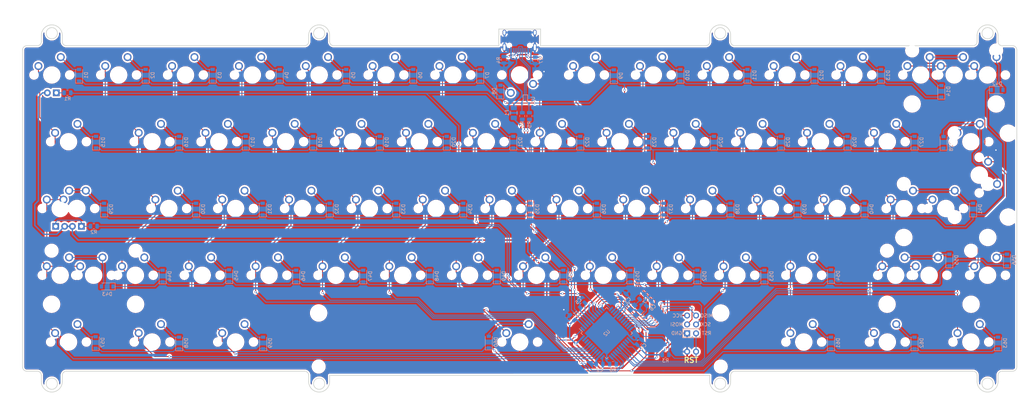
<source format=kicad_pcb>
(kicad_pcb (version 20210925) (generator pcbnew)
  (layers (0 "F.Cu" signal) (31 "B.Cu" signal) (34 "B.Paste" user) (35 "F.Paste" user) (36 "B.SilkS" user "B.Silkscreen") (37 "F.SilkS" user "F.Silkscreen") (38 "B.Mask" user) (39 "F.Mask" user) (44 "Edge.Cuts" user))
  (net 0 "")
  (net 1 "GND")
  (net 2 "+5V")
  (net 3 "row1")
  (net 4 "Net-(D1-Pad2)")
  (net 5 "Net-(D2-Pad2)")
  (net 6 "Net-(D3-Pad2)")
  (net 7 "Net-(D4-Pad2)")
  (net 8 "Net-(D5-Pad2)")
  (net 9 "Net-(D6-Pad2)")
  (net 10 "Net-(D7-Pad2)")
  (net 11 "Net-(D8-Pad2)")
  (net 12 "Net-(D9-Pad2)")
  (net 13 "Net-(D10-Pad2)")
  (net 14 "Net-(D11-Pad2)")
  (net 15 "Net-(D12-Pad2)")
  (net 16 "Net-(D13-Pad2)")
  (net 17 "Net-(D14-Pad2)")
  (net 18 "row2")
  (net 19 "Net-(D15-Pad2)")
  (net 20 "Net-(D16-Pad2)")
  (net 21 "Net-(D17-Pad2)")
  (net 22 "Net-(D18-Pad2)")
  (net 23 "Net-(D19-Pad2)")
  (net 24 "Net-(D20-Pad2)")
  (net 25 "Net-(D21-Pad2)")
  (net 26 "Net-(D22-Pad2)")
  (net 27 "Net-(D23-Pad2)")
  (net 28 "Net-(D24-Pad2)")
  (net 29 "Net-(D25-Pad2)")
  (net 30 "Net-(D26-Pad2)")
  (net 31 "Net-(D27-Pad2)")
  (net 32 "Net-(D28-Pad2)")
  (net 33 "row3")
  (net 34 "Net-(D29-Pad2)")
  (net 35 "Net-(D30-Pad2)")
  (net 36 "Net-(D31-Pad2)")
  (net 37 "Net-(D32-Pad2)")
  (net 38 "Net-(D33-Pad2)")
  (net 39 "Net-(D34-Pad2)")
  (net 40 "Net-(D35-Pad2)")
  (net 41 "Net-(D36-Pad2)")
  (net 42 "Net-(D37-Pad2)")
  (net 43 "Net-(D38-Pad2)")
  (net 44 "Net-(D39-Pad2)")
  (net 45 "Net-(D40-Pad2)")
  (net 46 "Net-(D41-Pad2)")
  (net 47 "Net-(D42-Pad2)")
  (net 48 "row4")
  (net 49 "Net-(D43-Pad2)")
  (net 50 "Net-(D44-Pad2)")
  (net 51 "Net-(D45-Pad2)")
  (net 52 "Net-(D46-Pad2)")
  (net 53 "Net-(D47-Pad2)")
  (net 54 "Net-(D48-Pad2)")
  (net 55 "Net-(D49-Pad2)")
  (net 56 "Net-(D50-Pad2)")
  (net 57 "Net-(D51-Pad2)")
  (net 58 "Net-(D52-Pad2)")
  (net 59 "Net-(D53-Pad2)")
  (net 60 "Net-(D54-Pad2)")
  (net 61 "Net-(D55-Pad2)")
  (net 62 "Net-(D56-Pad2)")
  (net 63 "Net-(D57-Pad2)")
  (net 64 "Net-(D58-Pad2)")
  (net 65 "Net-(D59-Pad2)")
  (net 66 "Net-(D60-Pad2)")
  (net 67 "Net-(D61-Pad2)")
  (net 68 "Net-(D62-Pad2)")
  (net 69 "Net-(D63-Pad2)")
  (net 70 "VCC")
  (net 71 "D+")
  (net 72 "D-")
  (net 73 "Net-(K1-Pad4)")
  (net 74 "col1")
  (net 75 "col2")
  (net 76 "col3")
  (net 77 "col4")
  (net 78 "col5")
  (net 79 "col6")
  (net 80 "col7")
  (net 81 "col8")
  (net 82 "col9")
  (net 83 "col10")
  (net 84 "col11")
  (net 85 "col12")
  (net 86 "col13")
  (net 87 "Net-(K29-Pad4)")
  (net 88 "ESC_LED")
  (net 89 "CAPS_LED")
  (net 90 "XTAL1")
  (net 91 "XTAL2")
  (net 92 "RESET")
  (net 93 "MISO")
  (net 94 "Net-(R4-Pad2)")
  (net 95 "Net-(R5-Pad1)")
  (net 96 "Net-(R6-Pad1)")
  (net 97 "Net-(R7-Pad2)")
  (net 98 "Net-(R8-Pad2)")
  (net 99 "Net-(U2-Pad42)")
  (net 100 "Net-(U2-Pad25)")
  (net 101 "Net-(USB1-Pad3)")
  (net 102 "Net-(USB1-Pad9)")
  (net 103 "Net-(C5-Pad1)")
  (net 104 "MOSI")
  (net 105 "SCK")
  (net 106 "row0")
  (net 107 "col0")
  (footprint "IDB:MXOnly-1U-19mm" (layer "F.Cu") (at 0 101.53125)
    (fp_text reference "K1")
    (fp_text value " ")
  )
  (footprint "IDB:MXOnly-1U-NoLED-19mm" (layer "F.Cu") (at 19 101.53125)
    (fp_text reference "K2")
    (fp_text value " ")
  )
  (footprint "IDB:MXOnly-1U-NoLED-19mm" (layer "F.Cu") (at 38 101.53125)
    (fp_text reference "K3")
    (fp_text value " ")
  )
  (footprint "IDB:MXOnly-1U-NoLED-19mm" (layer "F.Cu") (at 57 101.53125)
    (fp_text reference "K4")
    (fp_text value " ")
  )
  (footprint "IDB:MXOnly-1U-NoLED-19mm" (layer "F.Cu") (at 76 101.53125)
    (fp_text reference "K5")
    (fp_text value " ")
  )
  (footprint "IDB:MXOnly-1U-NoLED-19mm" (layer "F.Cu") (at 95 101.53125)
    (fp_text reference "K6")
    (fp_text value " ")
  )
  (footprint "IDB:MXOnly-1U-NoLED-19mm" (layer "F.Cu") (at 114 101.53125)
    (fp_text reference "K7")
    (fp_text value " ")
  )
  (footprint "IDB:MXOnly-1U-NoLED-19mm" (layer "F.Cu") (at 152 101.53125)
    (fp_text reference "K9")
    (fp_text value " ")
  )
  (footprint "IDB:MXOnly-1U-NoLED-19mm" (layer "F.Cu") (at 171 101.53125)
    (fp_text reference "K10")
    (fp_text value " ")
  )
  (footprint "IDB:MXOnly-1U-NoLED-19mm" (layer "F.Cu") (at 190 101.53125)
    (fp_text reference "K11")
    (fp_text value " ")
  )
  (footprint "IDB:MXOnly-1U-NoLED-19mm" (layer "F.Cu") (at 209 101.53125)
    (fp_text reference "K12")
    (fp_text value " ")
  )
  (footprint "IDB:MXOnly-1U-NoLED-19mm" (layer "F.Cu") (at 228 101.53125)
    (fp_text reference "K13")
    (fp_text value " ")
  )
  (footprint "IDB:MXOnly-2U-NoLED-19mm" (layer "F.Cu") (at 256.5 101.53125)
    (fp_text reference "K14")
    (fp_text value " ")
  )
  (footprint "IDB:MXOnly-1.5U--NoLED19mm" (layer "F.Cu") (at 4.75 120.53125)
    (fp_text reference "K15")
    (fp_text value " ")
  )
  (footprint "IDB:MXOnly-1U-NoLED-19mm" (layer "F.Cu") (at 28.5 120.53125)
    (fp_text reference "K16")
    (fp_text value " ")
  )
  (footprint "IDB:MXOnly-1U-NoLED-19mm" (layer "F.Cu") (at 47.5 120.53125)
    (fp_text reference "K17")
    (fp_text value " ")
  )
  (footprint "IDB:MXOnly-1U-NoLED-19mm" (layer "F.Cu") (at 66.5 120.53125)
    (fp_text reference "K18")
    (fp_text value " ")
  )
  (footprint "IDB:MXOnly-1U-NoLED-19mm" (layer "F.Cu") (at 85.5 120.53125)
    (fp_text reference "K19")
    (fp_text value " ")
  )
  (footprint "IDB:MXOnly-1U-NoLED-19mm" (layer "F.Cu") (at 104.5 120.53125)
    (fp_text reference "K20")
    (fp_text value " ")
  )
  (footprint "IDB:MXOnly-1U-NoLED-19mm" (layer "F.Cu") (at 123.5 120.53125)
    (fp_text reference "K21")
    (fp_text value " ")
  )
  (footprint "IDB:MXOnly-1U-NoLED-19mm" (layer "F.Cu") (at 142.5 120.53125)
    (fp_text reference "K22")
    (fp_text value " ")
  )
  (footprint "IDB:MXOnly-1U-NoLED-19mm" (layer "F.Cu") (at 161.5 120.53125)
    (fp_text reference "K23")
    (fp_text value " ")
  )
  (footprint "IDB:MXOnly-1U-NoLED-19mm" (layer "F.Cu") (at 180.5 120.53125)
    (fp_text reference "K24")
    (fp_text value " ")
  )
  (footprint "IDB:MXOnly-1U-NoLED-19mm" (layer "F.Cu") (at 199.5 120.53125)
    (fp_text reference "K25")
    (fp_text value " ")
  )
  (footprint "IDB:MXOnly-1U-NoLED-19mm" (layer "F.Cu") (at 218.5 120.53125)
    (fp_text reference "K26")
    (fp_text value " ")
  )
  (footprint "IDB:MXOnly-1U-NoLED-19mm" (layer "F.Cu") (at 237.5 120.53125)
    (fp_text reference "K27")
    (fp_text value " ")
  )
  (footprint "IDB:MXOnly-1.5U--NoLED19mm" (layer "F.Cu") (at 261.25 120.53125)
    (fp_text reference "K28")
    (fp_text value " ")
  )
  (footprint "IDB:MXOnly-1.75U-19mm" (layer "F.Cu") (at 7.125 139.53125)
    (fp_text reference "K29")
    (fp_text value " ")
  )
  (footprint "IDB:MXOnly-1U-NoLED-19mm" (layer "F.Cu") (at 52.25 139.53125)
    (fp_text reference "K31")
    (fp_text value " ")
  )
  (footprint "IDB:MXOnly-1U-NoLED-19mm" (layer "F.Cu") (at 71.25 139.53125)
    (fp_text reference "K32")
    (fp_text value " ")
  )
  (footprint "IDB:MXOnly-1U-NoLED-19mm" (layer "F.Cu") (at 90.25 139.53125)
    (fp_text reference "K33")
    (fp_text value " ")
  )
  (footprint "IDB:MXOnly-1U-NoLED-19mm" (layer "F.Cu") (at 109.25 139.53125)
    (fp_text reference "K34")
    (fp_text value " ")
  )
  (footprint "IDB:MXOnly-1U-NoLED-19mm" (layer "F.Cu") (at 128.25 139.53125)
    (fp_text reference "K35")
    (fp_text value " ")
  )
  (footprint "IDB:MXOnly-1U-NoLED-19mm" (layer "F.Cu") (at 166.25 139.53125)
    (fp_text reference "K37")
    (fp_text value " ")
  )
  (footprint "IDB:MXOnly-1U-NoLED-19mm" (layer "F.Cu") (at 185.25 139.53125)
    (fp_text reference "K38")
    (fp_text value " ")
  )
  (footprint "IDB:MXOnly-1U-NoLED-19mm" (layer "F.Cu") (at 204.25 139.53125)
    (fp_text reference "K39")
    (fp_text value " ")
  )
  (footprint "IDB:MXOnly-1U-NoLED-19mm" (layer "F.Cu") (at 223.25 139.53125)
    (fp_text reference "K40")
    (fp_text value " ")
  )
  (footprint "IDB:MXOnly-1U-NoLED-19mm" (layer "F.Cu") (at 242.25 139.53125)
    (fp_text reference "K41")
    (fp_text value " ")
  )
  (footprint "IDB:MXOnly-1.25U-NoLED-19mm" (layer "F.Cu") (at 2.375 158.53125)
    (fp_text reference "K43")
    (fp_text value " ")
  )
  (footprint "IDB:MXOnly-1U-NoLED-19mm" (layer "F.Cu") (at 23.75 158.53125)
    (fp_text reference "K44")
    (fp_text value " ")
  )
  (footprint "IDB:MXOnly-1U-NoLED-19mm" (layer "F.Cu") (at 42.75 158.53125)
    (fp_text reference "K45")
    (fp_text value " ")
  )
  (footprint "IDB:MXOnly-1U-NoLED-19mm" (layer "F.Cu") (at 61.75 158.53125)
    (fp_text reference "K46")
    (fp_text value " ")
  )
  (footprint "IDB:MXOnly-1U-NoLED-19mm" (layer "F.Cu") (at 80.75 158.53125)
    (fp_text reference "K47")
    (fp_text value " ")
  )
  (footprint "IDB:MXOnly-1U-NoLED-19mm" (layer "F.Cu") (at 99.75 158.53125)
    (fp_text reference "K48")
    (fp_text value " ")
  )
  (footprint "IDB:MXOnly-1U-NoLED-19mm" (layer "F.Cu") (at 118.75 158.53125)
    (fp_text reference "K49")
    (fp_text value " ")
  )
  (footprint "IDB:MXOnly-1U-NoLED-19mm" (layer "F.Cu") (at 137.75 158.53125)
    (fp_text reference "K50")
    (fp_text value " ")
  )
  (footprint "IDB:MXOnly-1U-NoLED-19mm" (layer "F.Cu") (at 175.75 158.53125)
    (fp_text reference "K52")
    (fp_text value " ")
  )
  (footprint "IDB:MXOnly-1U-NoLED-19mm" (layer "F.Cu") (at 194.75 158.53125)
    (fp_text reference "K53")
    (fp_text value " ")
  )
  (footprint "IDB:MXOnly-1U-NoLED-19mm" (layer "F.Cu") (at 213.75 158.53125)
    (fp_text reference "K54")
    (fp_text value " ")
  )
  (footprint "IDB:MXOnly-1.75U-NoLED-19mm" (layer "F.Cu") (at 239.875 158.53125)
    (fp_text reference "K55")
    (fp_text value " ")
  )
  (footprint "IDB:MXOnly-1.5U--NoLED19mm" (layer "F.Cu") (at 4.75 177.53125)
    (fp_text reference "K57")
    (fp_text value " ")
  )
  (footprint "IDB:MXOnly-1U-NoLED-19mm" (layer "F.Cu") (at 28.5 177.53125)
    (fp_text reference "K58")
    (fp_text value " ")
  )
  (footprint "IDB:MXOnly-1.5U--NoLED19mm" (layer "F.Cu") (at 52.25 177.53125)
    (fp_text reference "K59")
    (fp_text value " ")
  )
  (footprint "IDB:MXOnly-7U-ReversedStabilizers-NoLED-19mm" (layer "F.Cu") (at 133 177.53125)
    (fp_text reference "K60")
    (fp_text value " ")
  )
  (footprint "IDB:MXOnly-1.5U--NoLED19mm" (layer "F.Cu") (at 213.75 177.53125)
    (fp_text reference "K61")
    (fp_text value " ")
  )
  (footprint "IDB:MXOnly-1U-NoLED-19mm" (layer "F.Cu") (at 237.5 177.53125)
    (fp_text reference "K62")
    (fp_text value " ")
  )
  (footprint "IDB:MXOnly-1.5U--NoLED19mm" (layer "F.Cu") (at 261.25 177.53125)
    (fp_text reference "K63")
    (fp_text value " ")
  )
  (footprint "IDB:MXOnly-1U-NoLED-19mm" (layer "F.Cu") (at 247 101.53125)
    (fp_text reference "K14_1")
    (fp_text value " ")
  )
  (footprint "IDB:MXOnly-ISO-ROTATED-NoLED-19mm" (layer "F.Cu") (at 263.625 130.03125)
    (fp_text reference "K28_1")
    (fp_text value " ")
  )
  (footprint "IDB:MXOnly-1.25U-ReverseLED19mm" (layer "F.Cu") (at 2.375 139.53125)
    (fp_text reference "K29_1")
    (fp_text value " ")
  )
  (footprint "IDB:MXOnly-2.25U-NoLED-19mm" (layer "F.Cu") (at 11.875 158.53125)
    (fp_text reference "K43_1")
    (fp_text value " ")
  )
  (footprint "IDB:MXOnly-2.75U-NoLED-19mm" (layer "F.Cu") (at 249.375 158.53125)
    (fp_text reference "K55_1")
    (fp_text value " ")
  )
  (footprint "IDB:MXOnly-1U-NoLED-19mm" (layer "F.Cu") (at 266 101.53125)
    (fp_text reference "K42")
    (fp_text value " ")
  )
  (footprint "IDB:MXOnly-1U-NoLED-19mm" (layer "F.Cu") (at 147.25 139.53125)
    (fp_text reference "K36")
    (fp_text value " ")
  )
  (footprint "IDB:MXOnly-1U-NoLED-19mm" (layer "F.Cu") (at 33.25 139.53125)
    (fp_text reference "K30")
    (fp_text value " ")
  )
  (footprint "IDB:MXOnly-1U-NoLED-19mm" (layer "F.Cu") (at 266 158.53125)
    (fp_text reference "K56")
    (fp_text value " ")
  )
  (footprint "IDB:MXOnly-1U-NoLED-19mm" (layer "F.Cu") (at 156.75 158.53125)
    (fp_text reference "K51")
    (fp_text value " ")
  )
  (footprint "IDB:MXOnly-2.25U-NoLED-19mm" (layer "F.Cu") (at 254.125 139.53125)
    (fp_text reference "K41_1")
    (fp_text value " ")
  )
  (footprint "IDB:Reset_holes" (layer "F.Cu") (at 180.594 180.27125)
    (fp_text reference "RST" hide)
    (fp_text value "JP1" hide)
  )
  (footprint "IDB:MXOnly-1U-NoLED-19mm" (layer "F.Cu") (at 133.00056 101.5272 180)
    (fp_text reference "K8")
    (fp_text value " ")
  )
  (footprint "Graphics:idb" (layer "F.Cu") (at 90.043 178.23925)
    (fp_text reference "G***" hide)
    (fp_text value "LOGO" hide)
  )
  (footprint "random-keyboard-parts:D_SOD-123-Pretty" (layer "B.Cu") (at 188.214 120.65 90)
    (fp_text reference "D24")
    (fp_text value "D")
  )
  (footprint "random-keyboard-parts:D_SOD-123-Pretty" (layer "B.Cu") (at 207.264 120.65 90)
    (fp_text reference "D25")
    (fp_text value "D")
  )
  (footprint "random-keyboard-parts:D_SOD-123-Pretty" (layer "B.Cu") (at 78.994 139.7 90)
    (fp_text reference "D32")
    (fp_text value "D")
  )
  (footprint "random-keyboard-parts:D_SOD-123-Pretty" (layer "B.Cu") (at 97.917 139.7 90)
    (fp_text reference "D33")
    (fp_text value "D")
  )
  (footprint "random-keyboard-parts:D_SOD-123-Pretty" (layer "B.Cu") (at 31.496 158.75 90)
    (fp_text reference "D44")
    (fp_text value "D")
  )
  (footprint "random-keyboard-parts:D_SOD-123-Pretty" (layer "B.Cu") (at 50.419 158.623 90)
    (fp_text reference "D45")
    (fp_text value "D")
  )
  (footprint "random-keyboard-parts:D_SOD-123-Pretty" (layer "B.Cu") (at 88.519 158.75 90)
    (fp_text reference "D47")
    (fp_text value "D")
  )
  (footprint "random-keyboard-parts:D_SOD-123-Pretty" (layer "B.Cu") (at 202.565 158.75 90)
    (fp_text reference "D53")
    (fp_text value "D")
  )
  (footprint "random-keyboard-parts:D_SOD-123-Pretty" (layer "B.Cu") (at 271.526 154.178 90)
    (fp_text reference "D56")
    (fp_text value "D")
  )
  (footprint "random-keyboard-parts:D_SOD-123-Pretty" (layer "B.Cu") (at 36.195 177.8 90)
    (fp_text reference "D58")
    (fp_text value "D")
  )
  (footprint "random-keyboard-parts:D_SOD-123-Pretty" (layer "B.Cu") (at 60.071 177.8 90)
    (fp_text reference "D59")
    (fp_text value "D")
  )
  (footprint "random-keyboard-parts:D_SOD-123-Pretty" (layer "B.Cu") (at 124.206 177.546 90)
    (fp_text reference "D60")
    (fp_text value "D")
  )
  (footprint "random-keyboard-parts:D_SOD-123-Pretty" (layer "B.Cu") (at 245.237 177.8 90)
    (fp_text reference "D62")
    (fp_text value "D")
  )
  (footprint "random-keyboard-parts:D_SOD-123-Pretty" (layer "B.Cu") (at 268.986 177.8 90)
    (fp_text reference "D63")
    (fp_text value "D")
  )
  (footprint "random-keyboard-parts:D_SOD-123-Pretty" (layer "B.Cu") (at 121.793 101.6 90)
    (fp_text reference "D7")
    (fp_text value "D")
  )
  (footprint "random-keyboard-parts:D_SOD-123-Pretty" (layer "B.Cu") (at 235.712 101.6 90)
    (fp_text reference "D13")
    (fp_text value "D")
  )
  (footprint "random-keyboard-parts:D_SOD-123-Pretty" (layer "B.Cu") (at 197.739 101.6 90)
    (fp_text reference "D11")
    (fp_text value "D")
  )
  (footprint "random-keyboard-parts:D_SOD-123-Pretty" (layer "B.Cu") (at 74.295 120.65 90)
    (fp_text reference "D18")
    (fp_text value "D")
  )
  (footprint "random-keyboard-parts:D_SOD-123-Pretty" (layer "B.Cu") (at 36.195 120.65 90)
    (fp_text reference "D16")
    (fp_text value "D")
  )
  (footprint "random-keyboard-parts:D_SOD-123-Pretty" (layer "B.Cu") (at 12.573 120.65 90)
    (fp_text reference "D15")
    (fp_text value "D")
  )
  (footprint "random-keyboard-parts:D_SOD-123-Pretty" (layer "B.Cu") (at 45.72 101.6 90)
    (fp_text reference "D3")
    (fp_text value "D")
  )
  (footprint "random-keyboard-parts:D_SOD-123-Pretty" (layer "B.Cu") (at 26.67 101.6 90)
    (fp_text reference "D2")
    (fp_text value "D")
  )
  (footprint "random-keyboard-parts:D_SOD-123-Pretty" (layer "B.Cu") (at 178.689 101.6 90)
    (fp_text reference "D10")
    (fp_text value "D")
  )
  (footprint "random-keyboard-parts:D_SOD-123-Pretty" (layer "B.Cu") (at 55.118 120.65 90)
    (fp_text reference "D17")
    (fp_text value "D")
  )
  (footprint "random-keyboard-parts:D_SOD-123-Pretty" (layer "B.Cu") (at 127.508 106.10325 90)
    (fp_text reference "D8")
    (fp_text value "D")
  )
  (footprint "random-keyboard-parts:D_SOD-123-Pretty" (layer "B.Cu") (at 64.77 101.6 90)
    (fp_text reference "D4")
    (fp_text value "D")
  )
  (footprint "random-keyboard-parts:D_SOD-123-Pretty" (layer "B.Cu") (at 102.743 101.6 90)
    (fp_text reference "D6")
    (fp_text value "D")
  )
  (footprint "random-keyboard-parts:D_SOD-123-Pretty" (layer "B.Cu") (at 93.218 120.65 90)
    (fp_text reference "D19")
    (fp_text value "D")
  )
  (footprint "random-keyboard-parts:D_SOD-123-Pretty" (layer "B.Cu") (at 216.789 101.6 90)
    (fp_text reference "D12")
    (fp_text value "D")
  )
  (footprint "random-keyboard-parts:D_SOD-123-Pretty" (layer "B.Cu") (at 159.766 101.727 90)
    (fp_text reference "D9")
    (fp_text value "D")
  )
  (footprint "random-keyboard-parts:D_SOD-123-Pretty" (layer "B.Cu") (at 252.857 106.172 90)
    (fp_text reference "D14")
    (fp_text value "D")
  )
  (footprint "random-keyboard-parts:D_SOD-123-Pretty" (layer "B.Cu") (at 83.693 101.6 90)
    (fp_text reference "D5")
    (fp_text value "D")
  )
  (footprint "random-keyboard-parts:D_SOD-123-Pretty" (layer "B.Cu") (at 7.747 101.6 90)
    (fp_text reference "D1")
    (fp_text value "D")
  )
  (footprint "Resistor_SMD:R_0805_2012Metric" (layer "B.Cu") (at 11.938 144.58425)
    (fp_text reference "R2")
    (fp_text value "680")
  )
  (footprint "random-keyboard-parts:D_SOD-123-Pretty" (layer "B.Cu") (at 231.013 139.7 90)
    (fp_text reference "D40")
    (fp_text value "D")
  )
  (footprint "random-keyboard-parts:D_SOD-123-Pretty" (layer "B.Cu") (at 268.732 105.791)
    (fp_text reference "D42")
    (fp_text value "D")
  )
  (footprint "random-keyboard-parts:D_SOD-123-Pretty" (layer "B.Cu") (at 15.748 161.72925 180)
    (fp_text reference "D43")
    (fp_text value "D")
  )
  (footprint "random-keyboard-parts:D_SOD-123-Pretty" (layer "B.Cu") (at 255.143 154.178 90)
    (fp_text reference "D55")
    (fp_text value "D")
  )
  (footprint "random-keyboard-parts:D_SOD-123-Pretty" (layer "B.Cu") (at 164.465 158.75 90)
    (fp_text reference "D51")
    (fp_text value "D")
  )
  (footprint "random-keyboard-parts:D_SOD-123-Pretty" (layer "B.Cu") (at 69.469 158.75 90)
    (fp_text reference "D46")
    (fp_text value "D")
  )
  (footprint "random-keyboard-parts:D_SOD-123-Pretty" (layer "B.Cu") (at 183.515 158.75 90)
    (fp_text reference "D52")
    (fp_text value "D")
  )
  (footprint "random-keyboard-parts:D_SOD-123-Pretty" (layer "B.Cu") (at 107.442 158.75 90)
    (fp_text reference "D48")
    (fp_text value "D")
  )
  (footprint "random-keyboard-parts:D_SOD-123-Pretty" (layer "B.Cu") (at 211.963 139.7 90)
    (fp_text reference "D39")
    (fp_text value "D")
  )
  (footprint "random-keyboard-parts:D_SOD-123-Pretty" (layer "B.Cu") (at 192.913 139.7 90)
    (fp_text reference "D38")
    (fp_text value "D")
  )
  (footprint "random-keyboard-parts:D_SOD-123-Pretty" (layer "B.Cu") (at 261.874 139.7 90)
    (fp_text reference "D41")
    (fp_text value "D")
  )
  (footprint "random-keyboard-parts:D_SOD-123-Pretty" (layer "B.Cu") (at 145.415 158.75 90)
    (fp_text reference "D50")
    (fp_text value "D")
  )
  (footprint "random-keyboard-parts:D_SOD-123-Pretty" (layer "B.Cu") (at 126.492 158.75 90)
    (fp_text reference "D49")
    (fp_text value "D")
  )
  (footprint "random-keyboard-parts:D_SOD-123-Pretty" (layer "B.Cu") (at 253.492 120.70825 90)
    (fp_text reference "D28")
    (fp_text value "D")
  )
  (footprint "random-keyboard-parts:D_SOD-123-Pretty" (layer "B.Cu") (at 112.268 120.65 90)
    (fp_text reference "D20")
    (fp_text value "D")
  )
  (footprint "random-keyboard-parts:D_SOD-123-Pretty" (layer "B.Cu") (at 131.191 120.65 90)
    (fp_text reference "D21")
    (fp_text value "D")
  )
  (footprint "random-keyboard-parts:D_SOD-123-Pretty" (layer "B.Cu") (at 59.944 139.7 90)
    (fp_text reference "D31")
    (fp_text value "D")
  )
  (footprint "random-keyboard-parts:D_SOD-123-Pretty" (layer "B.Cu") (at 41.021 139.7 90)
    (fp_text reference "D30")
    (fp_text value "D")
  )
  (footprint "random-keyboard-parts:D_SOD-123-Pretty" (layer "B.Cu") (at 173.99 139.7 90)
    (fp_text reference "D37")
    (fp_text value "D")
  )
  (footprint "random-keyboard-parts:D_SOD-123-Pretty" (layer "B.Cu") (at 245.237 120.65 90)
    (fp_text reference "D27")
    (fp_text value "D")
  )
  (footprint "random-keyboard-parts:D_SOD-123-Pretty" (layer "B.Cu") (at 154.94 139.7 90)
    (fp_text reference "D36")
    (fp_text value "D")
  )
  (footprint "random-keyboard-parts:D_SOD-123-Pretty" (layer "B.Cu") (at 226.187 120.65 90)
    (fp_text reference "D26")
    (fp_text value "D")
  )
  (footprint "random-keyboard-parts:D_SOD-123-Pretty" (layer "B.Cu") (at 116.967 139.7 90)
    (fp_text reference "D34")
    (fp_text value "D")
  )
  (footprint "random-keyboard-parts:D_SOD-123-Pretty" (layer "B.Cu") (at 150.241 120.65 90)
    (fp_text reference "D22")
    (fp_text value "D")
  )
  (footprint "random-keyboard-parts:D_SOD-123-Pretty" (layer "B.Cu") (at 14.859 139.7 90)
    (fp_text reference "D29")
    (fp_text value "D")
  )
  (footprint "random-keyboard-parts:D_SOD-123-Pretty" (layer "B.Cu") (at 169.291 120.65 90)
    (fp_text reference "D23")
    (fp_text value "D")
  )
  (footprint "random-keyboard-parts:D_SOD-123-Pretty" (layer "B.Cu") (at 136.017 139.7 90)
    (fp_text reference "D35")
    (fp_text value "D")
  )
  (footprint "random-keyboard-parts:D_SOD-123-Pretty" (layer "B.Cu") (at 12.446 177.673 90)
    (fp_text reference "D57")
    (fp_text value "D")
  )
  (footprint "random-keyboard-parts:D_SOD-123-Pretty" (layer "B.Cu") (at 221.488 177.8 90)
    (fp_text reference "D61")
    (fp_text value "D")
  )
  (footprint "Capacitor_SMD:C_0805_2012Metric" (layer "B.Cu") (at 147.927087 170.61925 135)
    (fp_text reference "C1")
    (fp_text value "10uF")
  )
  (footprint "Capacitor_SMD:C_0805_2012Metric" (layer "B.Cu") (at 155.702 183.82725 180)
    (fp_text reference "C2")
    (fp_text value "0.1uF")
  )
  (footprint "Capacitor_SMD:C_0805_2012Metric" (layer "B.Cu") (at 162.56 164.52325 45)
    (fp_text reference "C3")
    (fp_text value "0.1uF")
  )
  (footprint "Capacitor_SMD:C_0805_2012Metric" (layer "B.Cu") (at 167.005 177.60425 45)
    (fp_text reference "C4")
    (fp_text value "0.1uF")
  )
  (footprint "Capacitor_SMD:C_0805_2012Metric" (layer "B.Cu") (at 150.876 167.06325 -135)
    (fp_text reference "C5")
    (fp_text value "1uF")
  )
  (footprint "Capacitor_SMD:C_0805_2012Metric" (layer "B.Cu") (at 169.672 166.55525 45)
    (fp_text reference "C6")
    (fp_text value "22pF")
  )
  (footprint "Capacitor_SMD:C_0805_2012Metric" (layer "B.Cu") (at 167.767 164.65025 45)
    (fp_text reference "C7")
    (fp_text value "22pF")
  )
  (footprint "Fuse:Fuse_1206_3216Metric" (layer "B.Cu") (at 131.318 112.32625 90)
    (fp_text reference "F1")
    (fp_text value "500mA")
  )
  (footprint "random-keyboard-parts:Reset_Pretty-Mask" (layer "B.Cu") (at 181.864 172.52425 180)
    (fp_text reference "J1")
    (fp_text value "AVR-ISP-6")
  )
  (footprint "Resistor_SMD:R_0805_2012Metric" (layer "B.Cu") (at 174.4495 181.16025)
    (fp_text reference "R3")
    (fp_text value "10k")
  )
  (footprint "Resistor_SMD:R_0805_2012Metric" (layer "B.Cu") (at 128.524 97.21325 90)
    (fp_text reference "R4")
    (fp_text value "5k1")
  )
  (footprint "Resistor_SMD:R_0805_2012Metric" (layer "B.Cu") (at 135.763 113.21525 90)
    (fp_text reference "R5")
    (fp_text value "22")
  )
  (footprint "Resistor_SMD:R_0805_2012Metric" (layer "B.Cu") (at 133.731 113.21525 90)
    (fp_text reference "R6")
    (fp_text value "22")
  )
  (footprint "Resistor_SMD:R_0805_2012Metric" (layer "B.Cu") (at 137.414 97.38875 90)
    (fp_text reference "R7")
    (fp_text value "5k1")
  )
  (footprint "Resistor_SMD:R_0805_2012Metric" (layer "B.Cu") (at 159.512 183.82725)
    (fp_text reference "R8")
    (fp_text value "10k")
  )
  (footprint "random-keyboard-parts:SOT143B" (layer "B.Cu") (at 134.62 108.64325 180)
    (fp_text reference "U1")
    (fp_text value "PRTR5V0U2X")
  )
  (footprint "Package_QFP:TQFP-44_10x10mm_P0.8mm" (layer "B.Cu") (at 157.734 175.006 -45)
    (fp_text reference "U2")
    (fp_text value "ATmega32U4-AU")
  )
  (footprint "random-keyboard-parts:D_SOD-123-Pretty" (layer "B.Cu") (at 221.488 158.623 90)
    (fp_text reference "D54")
    (fp_text value "D")
  )
  (footprint "Type-C:HRO-TYPE-C-31-M-12-Assembly" (layer "B.Cu") (at 132.969 86.868)
    (fp_text reference "USB1" hide)
    (fp_text value "HRO-TYPE-C-31-M-12")
  )
  (footprint "Resistor_SMD:R_0805_2012Metric" (layer "B.Cu") (at 4.445 106.61125)
    (fp_text reference "R1")
    (fp_text value "680")
  )
  (footprint "Crystal:Crystal_SMD_3225-4Pin_3.2x2.5mm" (layer "B.Cu") (at 165.862 168.46025 135)
    (fp_text reference "Y1")
    (fp_text value "16mHz")
  )
  (gr_line (start 80.1528 93.2121) (end 127.0591 93.2121) (layer "Edge.Cuts") (width 0.2))
  (gr_line (start 127.0591 93.2121) (end 127.0591 88.4621) (layer "Edge.Cuts") (width 0.2))
  (gr_line (start 138.9341 88.4621) (end 138.9341 93.2121) (layer "Edge.Cuts") (width 0.2))
  (gr_line (start 185.8403 93.2121) (end 138.9341 93.2121) (layer "Edge.Cuts") (width 0.2))
  (gr_line (start -8.3159 184.6496) (end -8.3159 94.3996) (layer "Edge.Cuts") (width 0.2))
  (gr_line (start -4.1597 93.2121) (end -7.1284 93.2121) (layer "Edge.Cuts") (width 0.2))
  (gr_arc (start 185.8403 92.0246) (end 185.8403 93.2121) (angle -90) (layer "Edge.Cuts") (width 0.2))
  (gr_line (start 192.9653 188.8059) (end 192.9653 187.0246) (layer "Edge.Cuts") (width 0.2))
  (gr_arc (start 71.8403 187.0246) (end 73.0278 187.0246) (angle -90) (layer "Edge.Cuts") (width 0.2))
  (gr_arc (start 71.8403 92.0246) (end 71.8403 93.2121) (angle -90) (layer "Edge.Cuts") (width 0.2))
  (gr_arc (start 194.1528 92.0246) (end 192.9653 92.0246) (angle -90) (layer "Edge.Cuts") (width 0.2))
  (gr_arc (start -7.1284 184.6496) (end -8.3159 184.6496) (angle -90) (layer "Edge.Cuts") (width 0.2))
  (gr_arc (start -7.1284 94.3996) (end -7.1284 93.2121) (angle -90) (layer "Edge.Cuts") (width 0.2))
  (gr_line (start 263.0278 90.2434) (end 263.0278 92.0246) (layer "Edge.Cuts") (width 0.2))
  (gr_arc (start -0.0034 188.8059) (end -2.9721 188.8059) (angle -180) (layer "Edge.Cuts") (width 0.2))
  (gr_line (start 2.9653 188.8059) (end 2.9653 187.0246) (layer "Edge.Cuts") (width 0.2))
  (gr_line (start 73.0278 90.2434) (end 73.0278 92.0246) (layer "Edge.Cuts") (width 0.2))
  (gr_line (start 192.9653 90.2434) (end 192.9653 92.0246) (layer "Edge.Cuts") (width 0.2))
  (gr_circle (center 75.9968 189.3977) (end 77.5968 189.3977) (layer "Edge.Cuts") (width 0.2) (fill none))
  (gr_circle (center 75.9968 89.6493) (end 77.5968 89.6493) (layer "Edge.Cuts") (width 0.2) (fill none))
  (gr_circle (center 265.996399 189.3977) (end 267.596399 189.3977) (layer "Edge.Cuts") (width 0.2) (fill none))
  (gr_line (start 78.9653 187.0246) (end 187.0278 187.0246) (layer "Edge.Cuts") (width 0.2))
  (gr_line (start 274.3091 94.3996) (end 274.3091 184.6496) (layer "Edge.Cuts") (width 0.2))
  (gr_line (start 78.9653 188.8059) (end 78.9653 187.0246) (layer "Edge.Cuts") (width 0.2))
  (gr_line (start 71.8403 93.2121) (end 4.1528 93.2121) (layer "Edge.Cuts") (width 0.2))
  (gr_arc (start 273.1216 94.3996) (end 274.3091 94.3996) (angle -90) (layer "Edge.Cuts") (width 0.2))
  (gr_line (start -2.9722 188.8059) (end -2.9722 187.0246) (layer "Edge.Cuts") (width 0.2))
  (gr_arc (start -0.0034 90.2434) (end 2.9654 90.2434) (angle -180) (layer "Edge.Cuts") (width 0.2))
  (gr_arc (start 265.9966 90.2434) (end 268.965399 90.2434) (angle -180) (layer "Edge.Cuts") (width 0.2))
  (gr_arc (start 75.9966 90.2434) (end 78.9653 90.2434) (angle -180) (layer "Edge.Cuts") (width 0.2))
  (gr_line (start 194.1528 93.2121) (end 261.8403 93.2121) (layer "Edge.Cuts") (width 0.2))
  (gr_arc (start 261.8403 92.0246) (end 261.8403 93.2121) (angle -90) (layer "Edge.Cuts") (width 0.2))
  (gr_line (start -2.9722 90.2434) (end -2.9722 92.0246) (layer "Edge.Cuts") (width 0.2))
  (gr_arc (start 4.1528 187.0246) (end 4.1528 185.8371) (angle -90) (layer "Edge.Cuts") (width 0.2))
  (gr_arc (start -4.1597 187.0246) (end -2.9722 187.0246) (angle -90) (layer "Edge.Cuts") (width 0.2))
  (gr_line (start 263.0278 188.8059) (end 263.0278 187.0246) (layer "Edge.Cuts") (width 0.2))
  (gr_arc (start 270.1528 187.0246) (end 270.1528 185.8371) (angle -90) (layer "Edge.Cuts") (width 0.2))
  (gr_circle (center 265.996399 89.6493) (end 267.596399 89.6493) (layer "Edge.Cuts") (width 0.2) (fill none))
  (gr_arc (start 273.1216 184.6496) (end 273.1216 185.837101) (angle -90) (layer "Edge.Cuts") (width 0.2))
  (gr_line (start 4.1528 185.8371) (end 71.8403 185.8371) (layer "Edge.Cuts") (width 0.2))
  (gr_arc (start 270.1528 92.0246) (end 268.9653 92.0246) (angle -90) (layer "Edge.Cuts") (width 0.2))
  (gr_arc (start -4.1597 92.0246) (end -4.1597 93.2121) (angle -90) (layer "Edge.Cuts") (width 0.2))
  (gr_line (start 194.1528 185.8371) (end 261.8403 185.8371) (layer "Edge.Cuts") (width 0.2))
  (gr_line (start 268.9653 90.2434) (end 268.9653 92.0246) (layer "Edge.Cuts") (width 0.2))
  (gr_line (start -4.1597 185.8371) (end -7.1284 185.8371) (layer "Edge.Cuts") (width 0.2))
  (gr_circle (center -0.0025 189.3977) (end 1.5975 189.3977) (layer "Edge.Cuts") (width 0.2) (fill none))
  (gr_line (start 187.0278 90.2434) (end 187.0278 92.0246) (layer "Edge.Cuts") (width 0.2))
  (gr_arc (start 265.9966 188.8059) (end 263.0278 188.8059) (angle -180) (layer "Edge.Cuts") (width 0.2))
  (gr_arc (start 194.1528 187.0246) (end 194.1528 185.8371) (angle -90) (layer "Edge.Cuts") (width 0.2))
  (gr_line (start 73.0278 188.8059) (end 73.0278 187.0246) (layer "Edge.Cuts") (width 0.2))
  (gr_arc (start 189.9966 90.2434) (end 192.9653 90.2434) (angle -180) (layer "Edge.Cuts") (width 0.2))
  (gr_arc (start 4.1528 92.0246) (end 2.9653 92.0246) (angle -90) (layer "Edge.Cuts") (width 0.2))
  (gr_circle (center -0.0025 89.6493) (end 1.5975 89.6493) (layer "Edge.Cuts") (width 0.2) (fill none))
  (gr_line (start 138.9341 88.4621) (end 127.0591 88.4621) (layer "Edge.Cuts") (width 0.2))
  (gr_arc (start 80.1528 92.0246) (end 78.9653 92.0246) (angle -90) (layer "Edge.Cuts") (width 0.2))
  (gr_circle (center 189.9971 189.3977) (end 191.5971 189.3977) (layer "Edge.Cuts") (width 0.2) (fill none))
  (gr_circle (center 189.9971 89.6493) (end 191.5971 89.6493) (layer "Edge.Cuts") (width 0.2) (fill none))
  (gr_line (start 187.0278 188.8059) (end 187.0278 187.0246) (layer "Edge.Cuts") (width 0.2))
  (gr_arc (start 261.8403 187.0246) (end 263.0278 187.0246) (angle -90) (layer "Edge.Cuts") (width 0.2))
  (gr_arc (start 75.9966 188.8059) (end 73.0278 188.8059) (angle -180) (layer "Edge.Cuts") (width 0.2))
  (gr_line (start 270.1528 185.8371) (end 273.1216 185.8371) (layer "Edge.Cuts") (width 0.2))
  (gr_line (start 268.9653 188.8059) (end 268.9653 187.0246) (layer "Edge.Cuts") (width 0.2))
  (gr_line (start 78.9653 90.2434) (end 78.9653 92.0246) (layer "Edge.Cuts") (width 0.2))
  (gr_line (start 2.9653 90.2434) (end 2.9653 92.0246) (layer "Edge.Cuts") (width 0.2))
  (gr_arc (start 189.9966 188.8059) (end 187.0279 188.8059) (angle -180) (layer "Edge.Cuts") (width 0.2))
  (gr_line (start 270.1528 93.2121) (end 273.1216 93.2121) (layer "Edge.Cuts") (width 0.2))
  (gr_text "RST" (at 181.737 182.68425) (layer "F.SilkS") (effects (font (size 1.5 1.5) (thickness 0.3))))
  (segment (start 150.114 164.65025) (end 146.431 164.65025) (width 0.381) (layer "F.Cu") (net 1))
  (segment (start 146.336699 132.994551) (end 146.336699 134.075949) (width 0.381) (layer "F.Cu") (net 1))
  (segment (start 146.431 164.65025) (end 145.542 165.53925) (width 0.381) (layer "F.Cu") (net 1))
  (segment (start 145.542 165.53925) (end 145.542 168.33325) (width 0.381) (layer "F.Cu") (net 1))
  (segment (start 146.336699 119.978949) (end 139.908001 113.550251) (width 0.381) (layer "F.Cu") (net 1))
  (segment (start 146.336699 132.994551) (end 146.336699 119.978949) (width 0.381) (layer "F.Cu") (net 1))
  (segment (start 146.336699 134.075949) (end 149.86 137.59925) (width 0.381) (layer "F.Cu") (net 1))
  (segment (start 139.908001 113.550251) (end 139.908001 100.561249) (width 0.381) (layer "F.Cu") (net 1))
  (segment (start 150.114 137.85325) (end 149.86 137.59925) (width 0.381) (layer "F.Cu") (net 1))
  (segment (start 150.114 164.65025) (end 150.114 137.85325) (width 0.381) (layer "F.Cu") (net 1))
  (via (at 150.114 164.65025) (size 0.6) (drill 0.4) (layers "F.Cu" "B.Cu") (net 1))
  (via (at 268.37613 122.90634) (size 0.6) (drill 0.4) (layers "F.Cu" "B.Cu") (net 1))
  (via (at 145.542 168.33325) (size 0.6) (drill 0.4) (layers "F.Cu" "B.Cu") (net 1))
  (via (at 139.908001 100.561249) (size 0.6) (drill 0.4) (layers "F.Cu" "B.Cu") (net 1))
  (segment (start 136.194 94.563) (end 136.194 97.18475) (width 0.381) (layer "B.Cu") (net 1))
  (segment (start 168.429913 163.987337) (end 168.429913 166.286517) (width 0.381) (layer "B.Cu") (net 1))
  (segment (start 167.240858 167.688499) (end 167.240858 168.637027) (width 0.381) (layer "B.Cu") (net 1))
  (segment (start 153.738846 175.630404) (end 156.659846 175.630404) (width 0.381) (layer "B.Cu") (net 1))
  (segment (start 129.647499 94.466499) (end 129.647499 94.563) (width 0.381) (layer "B.Cu") (net 1))
  (segment (start 139.908001 104.336249) (end 136.351 107.89325) (width 0.381) (layer "B.Cu") (net 1))
  (segment (start 167.667913 176.941337) (end 165.326191 176.941337) (width 0.381) (layer "B.Cu") (net 1))
  (segment (start 157.699208 175.607042) (end 157.48 175.82625) (width 0.381) (layer "B.Cu") (net 1))
  (segment (start 165.43167 168.283473) (end 164.483142 168.283473) (width 0.381) (layer "B.Cu") (net 1))
  (segment (start 160.032098 170.44516) (end 160.633138 169.84412) (width 0.381) (layer "B.Cu") (net 1))
  (segment (start 137.289 93.648) (end 137.109 93.648) (width 0.381) (layer "B.Cu") (net 1))
  (segment (start 154.7645 182.500983) (end 155.966233 181.29925) (width 0.381) (layer "B.Cu") (net 1))
  (segment (start 151.44075 176.773767) (end 152.515267 175.69925) (width 0.381) (layer "B.Cu") (net 1))
  (segment (start 128.829 93.648) (end 129.647499 94.466499) (width 0.381) (layer "B.Cu") (net 1))
  (segment (start 157.734 182.98675) (end 157.734 180.52525) (width 0.381) (layer "B.Cu") (net 1))
  (segment (start 157.48 172.997258) (end 160.032098 170.44516) (width 0.381) (layer "B.Cu") (net 1))
  (segment (start 156.659846 175.630404) (end 157.48 174.81025) (width 0.381) (layer "B.Cu") (net 1))
  (segment (start 167.240858 167.475572) (end 167.240858 167.688499) (width 0.381) (layer "B.Cu") (net 1))
  (segment (start 127.4295 98.15075) (end 128.524 98.15075) (width 0.381) (layer "B.Cu") (net 1))
  (segment (start 153.196523 176.172727) (end 153.738846 175.630404) (width 0.381) (layer "B.Cu") (net 1))
  (segment (start 139.908001 100.561249) (end 139.908001 98.945251) (width 0.381) (layer "B.Cu") (net 1))
  (segment (start 165.326191 176.941337) (end 164.592936 176.208082) (width 0.381) (layer "B.Cu") (net 1))
  (segment (start 165.938008 168.368941) (end 165.517138 168.368941) (width 0.381) (layer "B.Cu") (net 1))
  (segment (start 127.127 95.56225) (end 127.127 97.84825) (width 0.381) (layer "B.Cu") (net 1))
  (segment (start 170.900597 166.458021) (end 170.971771 166.458021) (width 0.381) (layer "B.Cu") (net 1))
  (segment (start 155.966233 181.29925) (end 157.226 180.039483) (width 0.381) (layer "B.Cu") (net 1))
  (segment (start 161.234178 169.24308) (end 161.234178 168.958598) (width 0.381) (layer "B.Cu") (net 1))
  (segment (start 129.744 94.909716) (end 129.472466 95.18125) (width 0.381) (layer "B.Cu") (net 1))
  (segment (start 136.290501 94.466499) (end 136.290501 94.563) (width 0.381) (layer "B.Cu") (net 1))
  (segment (start 179.363 175.06425) (end 180.594 175.06425) (width 0.381) (layer "B.Cu") (net 1))
  (segment (start 139.908001 98.945251) (end 139.289 98.32625) (width 0.381) (layer "B.Cu") (net 1))
  (segment (start 168.429913 166.286517) (end 167.240858 167.475572) (width 0.381) (layer "B.Cu") (net 1))
  (segment (start 127.508 95.18125) (end 127.127 95.56225) (width 0.381) (layer "B.Cu") (net 1))
  (segment (start 157.48 175.82625) (end 157.48 174.81025) (width 0.381) (layer "B.Cu") (net 1))
  (segment (start 151.44075 176.773767) (end 152.04179 176.172727) (width 0.381) (layer "B.Cu") (net 1))
  (segment (start 153.137806 171.541177) (end 154.501879 172.90525) (width 0.381) (layer "B.Cu") (net 1))
  (segment (start 139.908001 100.561249) (end 139.908001 104.336249) (width 0.381) (layer "B.Cu") (net 1))
  (segment (start 166.206094 168.637027) (end 165.938008 168.368941) (width 0.381) (layer "B.Cu") (net 1))
  (segment (start 136.351 107.89325) (end 135.62 107.89325) (width 0.381) (layer "B.Cu") (net 1))
  (segment (start 158.5745 183.82725) (end 157.734 182.98675) (width 0.381) (layer "B.Cu") (net 1))
  (segment (start 150.213087 168.616458) (end 153.137806 171.541177) (width 0.381) (layer "B.Cu") (net 1))
  (segment (start 129.744 94.563) (end 129.744 94.909716) (width 0.381) (layer "B.Cu") (net 1))
  (segment (start 147.165087 169.956337) (end 145.542 168.33325) (width 0.381) (layer "B.Cu") (net 1))
  (segment (start 170.334913 165.892337) (end 170.900597 166.458021) (width 0.381) (layer "B.Cu") (net 1))
  (segment (start 127.127 97.84825) (end 127.4295 98.15075) (width 0.381) (layer "B.Cu") (net 1))
  (segment (start 161.234178 168.958598) (end 164.172378 166.020398) (width 0.381) (layer "B.Cu") (net 1))
  (segment (start 136.194 97.18475) (end 137.541 98.53175) (width 0.381) (layer "B.Cu") (net 1))
  (segment (start 150.114 164.65025) (end 150.114 167.627076) (width 0.381) (layer "B.Cu") (net 1))
  (segment (start 180.594 180.27125) (end 180.594 175.06425) (width 0.381) (layer "B.Cu") (net 1))
  (segment (start 128.649 93.648) (end 128.829 93.648) (width 0.381) (layer "B.Cu") (net 1))
  (segment (start 154.7645 183.82725) (end 154.7645 182.500983) (width 0.381) (layer "B.Cu") (net 1))
  (segment (start 164.172378 164.809802) (end 163.222913 163.860337) (width 0.381) (layer "B.Cu") (net 1))
  (segment (start 164.592936 176.208082) (end 163.322104 174.93725) (width 0.381) (layer "B.Cu") (net 1))
  (segment (start 137.109 93.648) (end 136.290501 94.466499) (width 0.381) (layer "B.Cu") (net 1))
  (segment (start 164.592936 176.208082) (end 163.991896 175.607042) (width 0.381) (layer "B.Cu") (net 1))
  (segment (start 157.48 174.81025) (end 157.48 172.997258) (width 0.381) (layer "B.Cu") (net 1))
  (segment (start 147.264174 169.956337) (end 147.165087 169.956337) (width 0.381) (layer "B.Cu") (net 1))
  (segment (start 170.971771 166.673021) (end 179.363 175.06425) (width 0.381) (layer "B.Cu") (net 1))
  (segment (start 139.289 98.32625) (end 137.414 98.32625) (width 0.381) (layer "B.Cu") (net 1))
  (segment (start 157.48 179.785483) (end 157.48 175.82625) (width 0.381) (layer "B.Cu") (net 1))
  (segment (start 153.738846 172.142217) (end 153.137806 171.541177) (width 0.381) (layer "B.Cu") (net 1))
  (segment (start 170.971771 166.458021) (end 170.971771 166.673021) (width 0.381) (layer "B.Cu") (net 1))
  (segment (start 150.114 167.627076) (end 150.213087 167.726163) (width 0.381) (layer "B.Cu") (net 1))
  (segment (start 160.633138 169.84412) (end 161.234178 169.24308) (width 0.381) (layer "B.Cu") (net 1))
  (segment (start 150.213087 167.726163) (end 150.213087 168.616458) (width 0.381) (layer "B.Cu") (net 1))
  (segment (start 167.240858 168.637027) (end 166.206094 168.637027) (width 0.381) (layer "B.Cu") (net 1))
  (segment (start 129.472466 95.18125) (end 127.508 95.18125) (width 0.381) (layer "B.Cu") (net 1))
  (segment (start 164.172378 166.020398) (end 164.172378 164.809802) (width 0.381) (layer "B.Cu") (net 1))
  (segment (start 165.517138 168.368941) (end 165.43167 168.283473) (width 0.381) (layer "B.Cu") (net 1))
  (segment (start 153.035 166.68225) (end 147.193 172.52425) (width 0.381) (layer "F.Cu") (net 2))
  (segment (start 135.3185 148.45775) (end 135.3185 148.45775) (width 0.381) (layer "F.Cu") (net 2))
  (segment (start 162.687 184.46225) (end 167.513 179.63625) (width 0.381) (layer "F.Cu") (net 2))
  (segment (start 177.927 170.87325) (end 178.816 169.98425) (width 0.381) (layer "F.Cu") (net 2))
  (segment (start 153.162 166.55525) (end 153.035 166.68225) (width 0.381) (layer "F.Cu") (net 2))
  (segment (start 156.21 163.88825) (end 155.702 163.88825) (width 0.381) (layer "F.Cu") (net 2))
  (segment (start 148.971 178.11225) (end 155.3845 184.52575) (width 0.381) (layer "F.Cu") (net 2))
  (segment (start 140.716 166.04725) (end 147.193 172.52425) (width 0.381) (layer "F.Cu") (net 2))
  (segment (start 135.255 148.52125) (end 135.3185 148.45775) (width 0.381) (layer "F.Cu") (net 2))
  (segment (start 153.370001 166.347249) (end 153.162 166.55525) (width 0.381) (layer "F.Cu") (net 2))
  (segment (start 122.428 148.52125) (end 135.255 148.52125) (width 0.381) (layer "F.Cu") (net 2))
  (segment (start 156.591 184.97025) (end 155.829 184.97025) (width 0.381) (layer "F.Cu") (net 2))
  (segment (start 122.4915 148.45775) (end 122.428 148.52125) (width 0.381) (layer "F.Cu") (net 2))
  (segment (start 140.716 166.04725) (end 140.716 157.28425) (width 0.381) (layer "F.Cu") (net 2))
  (segment (start 178.816 169.98425) (end 180.594 169.98425) (width 0.381) (layer "F.Cu") (net 2))
  (segment (start 174.498 179.50925) (end 177.927 176.08025) (width 0.381) (layer "F.Cu") (net 2))
  (segment (start 156.591 184.97025) (end 162.179 184.97025) (width 0.381) (layer "F.Cu") (net 2))
  (segment (start 133.2865 121.02575) (end 133.2865 115.94575) (width 0.381) (layer "F.Cu") (net 2))
  (segment (start 155.829 163.88825) (end 153.162 166.55525) (width 0.381) (layer "F.Cu") (net 2))
  (segment (start 135.3185 123.05775) (end 133.2865 121.02575) (width 0.381) (layer "F.Cu") (net 2))
  (segment (start 155.829 184.97025) (end 155.3845 184.52575) (width 0.381) (layer "F.Cu") (net 2))
  (segment (start 162.179 184.97025) (end 162.687 184.46225) (width 0.381) (layer "F.Cu") (net 2))
  (segment (start 156.21 163.88825) (end 155.829 163.88825) (width 0.381) (layer "F.Cu") (net 2))
  (segment (start 177.927 176.08025) (end 177.927 170.87325) (width 0.381) (layer "F.Cu") (net 2))
  (segment (start 135.3185 128.26475) (end 135.3185 148.45775) (width 0.381) (layer "F.Cu") (net 2))
  (segment (start 140.716 157.28425) (end 138.049 154.61725) (width 0.381) (layer "F.Cu") (net 2))
  (segment (start 135.3185 128.26475) (end 135.3185 123.05775) (width 0.381) (layer "F.Cu") (net 2))
  (segment (start 160.655 163.88825) (end 156.21 163.88825) (width 0.381) (layer "F.Cu") (net 2))
  (via (at 138.049 154.61725) (size 0.6) (drill 0.4) (layers "F.Cu" "B.Cu") (net 2))
  (via (at 153.035 166.68225) (size 0.6) (drill 0.4) (layers "F.Cu" "B.Cu") (net 2))
  (via (at 148.971 178.11225) (size 0.6) (drill 0.4) (layers "F.Cu" "B.Cu") (net 2))
  (via (at 147.193 172.52425) (size 0.6) (drill 0.4) (layers "F.Cu" "B.Cu") (net 2))
  (via (at 156.591 184.97025) (size 0.6) (drill 0.4) (layers "F.Cu" "B.Cu") (net 2))
  (via (at 167.513 179.63625) (size 0.6) (drill 0.4) (layers "F.Cu" "B.Cu") (net 2))
  (via (at 133.2865 115.94575) (size 0.6) (drill 0.4) (layers "F.Cu" "B.Cu") (net 2))
  (via (at 174.498 179.50925) (size 0.6) (drill 0.4) (layers "F.Cu" "B.Cu") (net 2))
  (via (at 160.655 163.88825) (size 0.6) (drill 0.4) (layers "F.Cu" "B.Cu") (net 2))
  (via (at 135.3185 148.45775) (size 0.6) (drill 0.4) (layers "F.Cu" "B.Cu") (net 2))
  (via (at 122.428 148.52125) (size 0.6) (drill 0.4) (layers "F.Cu" "B.Cu") (net 2))
  (segment (start 135.3185 148.45775) (end 135.3185 151.88675) (width 0.381) (layer "B.Cu") (net 2))
  (segment (start 122.428 148.52125) (end 7.493 148.52125) (width 0.381) (layer "B.Cu") (net 2))
  (segment (start 156.6395 184.92175) (end 156.591 184.97025) (width 0.381) (layer "B.Cu") (net 2))
  (segment (start 138.049 154.61725) (end 135.636 152.20425) (width 0.381) (layer "B.Cu") (net 2))
  (segment (start 153.668137 169.808766) (end 154.269177 170.409806) (width 0.381) (layer "B.Cu") (net 2))
  (segment (start 135.3185 151.88675) (end 135.336001 151.904251) (width 0.381) (layer "B.Cu") (net 2))
  (segment (start 152.735001 166.982249) (end 152.735001 168.87563) (width 0.381) (layer "B.Cu") (net 2))
  (segment (start 161.897087 167.4488) (end 160.067452 169.278435) (width 0.381) (layer "B.Cu") (net 2))
  (segment (start 156.531918 183.719668) (end 156.6395 183.82725) (width 0.381) (layer "B.Cu") (net 2))
  (segment (start 167.513 179.63625) (end 169.037 181.16025) (width 0.381) (layer "B.Cu") (net 2))
  (segment (start 161.897087 165.186163) (end 161.897087 165.130337) (width 0.381) (layer "B.Cu") (net 2))
  (segment (start 156.6395 183.82725) (end 156.6395 184.92175) (width 0.381) (layer "B.Cu") (net 2))
  (segment (start -1.27 106.61125) (end -2.617038 106.61125) (width 0.381) (layer "B.Cu") (net 2))
  (segment (start 161.897087 165.186163) (end 161.897087 167.4488) (width 0.381) (layer "B.Cu") (net 2))
  (segment (start 173.512 180.49525) (end 174.498 179.50925) (width 0.381) (layer "B.Cu") (net 2))
  (segment (start 167.513 179.63625) (end 167.513 179.438076) (width 0.381) (layer "B.Cu") (net 2))
  (segment (start -3.81 137.34525) (end -4.826 138.36125) (width 0.381) (layer "B.Cu") (net 2))
  (segment (start 135.336001 151.904251) (end 138.049 154.61725) (width 0.381) (layer "B.Cu") (net 2))
  (segment (start -4.826 144.33025) (end -2.286 146.87025) (width 0.381) (layer "B.Cu") (net 2))
  (segment (start -4.826 138.36125) (end -4.826 144.33025) (width 0.381) (layer "B.Cu") (net 2))
  (segment (start 135.336001 148.983251) (end 135.336001 151.904251) (width 0.381) (layer "B.Cu") (net 2))
  (segment (start 131.318 113.97725) (end 133.2865 115.94575) (width 0.381) (layer "B.Cu") (net 2))
  (segment (start 1.386 146.87025) (end 3.645 144.61125) (width 0.381) (layer "B.Cu") (net 2))
  (segment (start 152.735001 168.87563) (end 153.668137 169.808766) (width 0.381) (layer "B.Cu") (net 2))
  (segment (start 156.531918 181.864936) (end 156.531918 183.719668) (width 0.381) (layer "B.Cu") (net 2))
  (segment (start -2.286 146.87025) (end 1.386 146.87025) (width 0.381) (layer "B.Cu") (net 2))
  (segment (start 156.591 183.87575) (end 156.6395 183.82725) (width 0.381) (layer "B.Cu") (net 2))
  (segment (start 147.193 176.33425) (end 147.193 172.948514) (width 0.381) (layer "B.Cu") (net 2))
  (segment (start -2.617038 106.61125) (end -3.81 107.804212) (width 0.381) (layer "B.Cu") (net 2))
  (segment (start 169.037 181.16025) (end 173.512 181.16025) (width 0.381) (layer "B.Cu") (net 2))
  (segment (start 161.897087 165.130337) (end 160.655 163.88825) (width 0.381) (layer "B.Cu") (net 2))
  (segment (start 148.435087 171.282163) (end 147.193 172.52425) (width 0.381) (layer "B.Cu") (net 2))
  (segment (start 3.645 144.61125) (end 5.855 144.61125) (width 0.381) (layer "B.Cu") (net 2))
  (segment (start 147.193 172.948514) (end 147.193 172.52425) (width 0.381) (layer "B.Cu") (net 2))
  (segment (start 153.035 166.68225) (end 152.735001 166.982249) (width 0.381) (layer "B.Cu") (net 2))
  (segment (start 148.59 171.282163) (end 148.435087 171.282163) (width 0.381) (layer "B.Cu") (net 2))
  (segment (start 5.855 146.88325) (end 5.855 144.61125) (width 0.381) (layer "B.Cu") (net 2))
  (segment (start 167.513 179.438076) (end 166.342087 178.267163) (width 0.381) (layer "B.Cu") (net 2))
  (segment (start 148.971 178.112146) (end 150.875064 176.208082) (width 0.381) (layer "B.Cu") (net 2))
  (segment (start 165.520646 178.267163) (end 166.342087 178.267163) (width 0.381) (layer "B.Cu") (net 2))
  (segment (start 149.48468 171.282163) (end 148.59 171.282163) (width 0.381) (layer "B.Cu") (net 2))
  (segment (start 7.493 148.52125) (end 5.855 146.88325) (width 0.381) (layer "B.Cu") (net 2))
  (segment (start 151.44075 173.238233) (end 149.48468 171.282163) (width 0.381) (layer "B.Cu") (net 2))
  (segment (start 148.971 178.11225) (end 148.971 178.112146) (width 0.381) (layer "B.Cu") (net 2))
  (segment (start 173.512 181.16025) (end 173.512 180.49525) (width 0.381) (layer "B.Cu") (net 2))
  (segment (start -3.81 107.804212) (end -3.81 137.34525) (width 0.381) (layer "B.Cu") (net 2))
  (segment (start 164.02725 176.773767) (end 165.520646 178.267163) (width 0.381) (layer "B.Cu") (net 2))
  (segment (start 148.971 178.11225) (end 147.193 176.33425) (width 0.381) (layer "B.Cu") (net 2))
  (segment (start 166.624 150.68025) (end 173.53281 143.77144) (width 0.254) (layer "F.Cu") (net 3))
  (segment (start 173.53281 143.77144) (end 173.609 143.69525) (width 0.254) (layer "F.Cu") (net 3))
  (segment (start 170.784809 165.636059) (end 166.624 161.47525) (width 0.254) (layer "F.Cu") (net 3))
  (segment (start 170.602989 171.169239) (end 170.784809 170.987419) (width 0.254) (layer "F.Cu") (net 3))
  (segment (start 170.784809 170.987419) (end 170.784809 165.636059) (width 0.254) (layer "F.Cu") (net 3))
  (segment (start 166.624 161.47525) (end 166.624 150.68025) (width 0.254) (layer "F.Cu") (net 3))
  (segment (start 173.609 143.69525) (end 173.609 129.09025) (width 0.254) (layer "F.Cu") (net 3))
  (segment (start 173.609 129.09025) (end 170.942 126.42325) (width 0.254) (layer "F.Cu") (net 3))
  (via (at 170.602989 171.169239) (size 0.6) (drill 0.4) (layers "F.Cu" "B.Cu") (net 3))
  (via (at 170.942 126.42325) (size 0.6) (drill 0.4) (layers "F.Cu" "B.Cu") (net 3))
  (segment (start 186.830049 122.829951) (end 187.36 122.3) (width 0.254) (layer "B.Cu") (net 3))
  (segment (start 75.678951 122.829951) (end 91.834049 122.829951) (width 0.254) (layer "B.Cu") (net 3))
  (segment (start 252.35 122.35825) (end 251.80191 122.90634) (width 0.254) (layer "B.Cu") (net 3))
  (segment (start 208.647951 122.829951) (end 224.803049 122.829951) (width 0.254) (layer "B.Cu") (net 3))
  (segment (start 54.264 122.3) (end 55.118 122.3) (width 0.254) (layer "B.Cu") (net 3))
  (segment (start 246.69734 122.90634) (end 246.091 122.3) (width 0.254) (layer "B.Cu") (net 3))
  (segment (start 189.597951 122.829951) (end 205.880049 122.829951) (width 0.254) (layer "B.Cu") (net 3))
  (segment (start 148.857049 122.829951) (end 149.387 122.3) (width 0.254) (layer "B.Cu") (net 3))
  (segment (start 110.884049 122.829951) (end 111.414 122.3) (width 0.254) (layer "B.Cu") (net 3))
  (segment (start 55.118 122.3) (end 55.972 122.3) (width 0.254) (layer "B.Cu") (net 3))
  (segment (start 170.674951 122.829951) (end 170.777701 122.829951) (width 0.254) (layer "B.Cu") (net 3))
  (segment (start 224.803049 122.829951) (end 225.333 122.3) (width 0.254) (layer "B.Cu") (net 3))
  (segment (start 132.045 122.3) (end 132.574951 122.829951) (width 0.254) (layer "B.Cu") (net 3))
  (segment (start 226.187 122.3) (end 227.041 122.3) (width 0.254) (layer "B.Cu") (net 3))
  (segment (start 34.60975 123.03125) (end 35.341 122.3) (width 0.254) (layer "B.Cu") (net 3))
  (segment (start 170.777701 122.829951) (end 186.830049 122.829951) (width 0.254) (layer "B.Cu") (net 3))
  (segment (start 129.807049 122.829951) (end 130.337 122.3) (width 0.254) (layer "B.Cu") (net 3))
  (segment (start 225.333 122.3) (end 226.187 122.3) (width 0.254) (layer "B.Cu") (net 3))
  (segment (start 165.331827 171.022424) (end 163.980318 171.022424) (width 0.254) (layer "B.Cu") (net 3))
  (segment (start 168.437 122.3) (end 169.291 122.3) (width 0.254) (layer "B.Cu") (net 3))
  (segment (start 253.492 122.35825) (end 252.35 122.35825) (width 0.254) (layer "B.Cu") (net 3))
  (segment (start 246.091 122.3) (end 245.237 122.3) (width 0.254) (layer "B.Cu") (net 3))
  (segment (start 227.570951 122.829951) (end 243.853049 122.829951) (width 0.254) (layer "B.Cu") (net 3))
  (segment (start 13.427 122.3) (end 14.15825 123.03125) (width 0.254) (layer "B.Cu") (net 3))
  (segment (start 244.383 122.3) (end 245.237 122.3) (width 0.254) (layer "B.Cu") (net 3))
  (segment (start 132.574951 122.829951) (end 148.857049 122.829951) (width 0.254) (layer "B.Cu") (net 3))
  (segment (start 112.268 122.3) (end 113.122 122.3) (width 0.254) (layer "B.Cu") (net 3))
  (segment (start 151.095 122.3) (end 151.624951 122.829951) (width 0.254) (layer "B.Cu") (net 3))
  (segment (start 74.295 122.3) (end 75.149 122.3) (width 0.254) (layer "B.Cu") (net 3))
  (segment (start 169.832168 171.94006) (end 170.602989 171.169239) (width 0.254) (layer "B.Cu") (net 3))
  (segment (start 251.80191 122.90634) (end 246.69734 122.90634) (width 0.254) (layer "B.Cu") (net 3))
  (segment (start 170.942 126.42325) (end 170.942 122.99425) (width 0.254) (layer "B.Cu") (net 3))
  (segment (start 37.049 122.3) (end 37.78025 123.03125) (width 0.254) (layer "B.Cu") (net 3))
  (segment (start 151.624951 122.829951) (end 167.907049 122.829951) (width 0.254) (layer "B.Cu") (net 3))
  (segment (start 167.907049 122.829951) (end 168.437 122.3) (width 0.254) (layer "B.Cu") (net 3))
  (segment (start 166.249462 171.94006) (end 165.331827 171.022424) (width 0.254) (layer "B.Cu") (net 3))
  (segment (start 167.386 171.94006) (end 169.832168 171.94006) (width 0.254) (layer "B.Cu") (net 3))
  (segment (start 149.387 122.3) (end 150.241 122.3) (width 0.254) (layer "B.Cu") (net 3))
  (segment (start 131.191 122.3) (end 132.045 122.3) (width 0.254) (layer "B.Cu") (net 3))
  (segment (start 94.601951 122.829951) (end 110.884049 122.829951) (width 0.254) (layer "B.Cu") (net 3))
  (segment (start 35.341 122.3) (end 36.195 122.3) (width 0.254) (layer "B.Cu") (net 3))
  (segment (start 170.942 122.99425) (end 170.777701 122.829951) (width 0.254) (layer "B.Cu") (net 3))
  (segment (start 207.264 122.3) (end 208.118 122.3) (width 0.254) (layer "B.Cu") (net 3))
  (segment (start 187.36 122.3) (end 188.214 122.3) (width 0.254) (layer "B.Cu") (net 3))
  (segment (start 243.853049 122.829951) (end 244.383 122.3) (width 0.254) (layer "B.Cu") (net 3))
  (segment (start 188.214 122.3) (end 189.068 122.3) (width 0.254) (layer "B.Cu") (net 3))
  (segment (start 113.651951 122.829951) (end 129.807049 122.829951) (width 0.254) (layer "B.Cu") (net 3))
  (segment (start 75.149 122.3) (end 75.678951 122.829951) (width 0.254) (layer "B.Cu") (net 3))
  (segment (start 150.241 122.3) (end 151.095 122.3) (width 0.254) (layer "B.Cu") (net 3))
  (segment (start 189.068 122.3) (end 189.597951 122.829951) (width 0.254) (layer "B.Cu") (net 3))
  (segment (start 170.145 122.3) (end 170.674951 122.829951) (width 0.254) (layer "B.Cu") (net 3))
  (segment (start 111.414 122.3) (end 112.268 122.3) (width 0.254) (layer "B.Cu") (net 3))
  (segment (start 206.41 122.3) (end 207.264 122.3) (width 0.254) (layer "B.Cu") (net 3))
  (segment (start 227.041 122.3) (end 227.570951 122.829951) (width 0.254) (layer "B.Cu") (net 3))
  (segment (start 36.195 122.3) (end 37.049 122.3) (width 0.254) (layer "B.Cu") (net 3))
  (segment (start 53.53275 123.03125) (end 54.264 122.3) (width 0.254) (layer "B.Cu") (net 3))
  (segment (start 169.291 122.3) (end 170.145 122.3) (width 0.254) (layer "B.Cu") (net 3))
  (segment (start 91.834049 122.829951) (end 92.364 122.3) (width 0.254) (layer "B.Cu") (net 3))
  (segment (start 208.118 122.3) (end 208.647951 122.829951) (width 0.254) (layer "B.Cu") (net 3))
  (segment (start 113.122 122.3) (end 113.651951 122.829951) (width 0.254) (layer "B.Cu") (net 3))
  (segment (start 56.672 123) (end 72.741 123) (width 0.254) (layer "B.Cu") (net 3))
  (segment (start 37.78025 123.03125) (end 53.53275 123.03125) (width 0.254) (layer "B.Cu") (net 3))
  (segment (start 93.218 122.3) (end 94.072 122.3) (width 0.254) (layer "B.Cu") (net 3))
  (segment (start 72.741 123) (end 73.441 122.3) (width 0.254) (layer "B.Cu") (net 3))
  (segment (start 12.573 122.3) (end 13.427 122.3) (width 0.254) (layer "B.Cu") (net 3))
  (segment (start 130.337 122.3) (end 131.191 122.3) (width 0.254) (layer "B.Cu") (net 3))
  (segment (start 55.972 122.3) (end 56.672 123) (width 0.254) (layer "B.Cu") (net 3))
  (segment (start 167.386 171.94006) (end 166.249462 171.94006) (width 0.254) (layer "B.Cu") (net 3))
  (segment (start 14.15825 123.03125) (end 34.60975 123.03125) (width 0.254) (layer "B.Cu") (net 3))
  (segment (start 94.072 122.3) (end 94.601951 122.829951) (width 0.254) (layer "B.Cu") (net 3))
  (segment (start 205.880049 122.829951) (end 206.41 122.3) (width 0.254) (layer "B.Cu") (net 3))
  (segment (start 92.364 122.3) (end 93.218 122.3) (width 0.254) (layer "B.Cu") (net 3))
  (segment (start 163.980318 171.022424) (end 162.89588 172.106862) (width 0.254) (layer "B.Cu") (net 3))
  (segment (start 73.441 122.3) (end 74.295 122.3) (width 0.254) (layer "B.Cu") (net 3))
  (segment (start 2.54 96.45125) (end 6.03875 99.95) (width 0.25) (layer "B.Cu") (net 4))
  (segment (start 6.03875 99.95) (end 7.747 99.95) (width 0.25) (layer "B.Cu") (net 4))
  (segment (start 21.54 96.45125) (end 22.664999 97.576249) (width 0.25) (layer "B.Cu") (net 5))
  (segment (start 25.02 99.95) (end 26.67 99.95) (width 0.25) (layer "B.Cu") (net 5))
  (segment (start 22.664999 97.576249) (end 22.664999 97.594999) (width 0.25) (layer "B.Cu") (net 5))
  (segment (start 22.664999 97.594999) (end 25.02 99.95) (width 0.25) (layer "B.Cu") (net 5))
  (segment (start 40.54 96.45125) (end 44.03875 99.95) (width 0.25) (layer "B.Cu") (net 6))
  (segment (start 44.03875 99.95) (end 45.72 99.95) (width 0.25) (layer "B.Cu") (net 6))
  (segment (start 60.664999 97.621999) (end 62.993 99.95) (width 0.25) (layer "B.Cu") (net 7))
  (segment (start 60.664999 97.576249) (end 60.664999 97.621999) (width 0.25) (layer "B.Cu") (net 7))
  (segment (start 59.54 96.45125) (end 60.664999 97.576249) (width 0.25) (layer "B.Cu") (net 7))
  (segment (start 62.993 99.95) (end 64.77 99.95) (width 0.25) (layer "B.Cu") (net 7))
  (segment (start 82.043 99.95) (end 83.693 99.95) (width 0.25) (layer "B.Cu") (net 8))
  (segment (start 78.54 96.45125) (end 79.664999 97.576249) (width 0.25) (layer "B.Cu") (net 8))
  (segment (start 79.664999 97.576249) (end 79.669249 97.576249) (width 0.25) (layer "B.Cu") (net 8))
  (segment (start 79.669249 97.576249) (end 82.043 99.95) (width 0.25) (layer "B.Cu") (net 8))
  (segment (start 101.03875 99.95) (end 102.743 99.95) (width 0.25) (layer "B.Cu") (net 9))
  (segment (start 97.54 96.45125) (end 101.03875 99.95) (width 0.25) (layer "B.Cu") (net 9))
  (segment (start 117.664999 97.598999) (end 120.016 99.95) (width 0.25) (layer "B.Cu") (net 10))
  (segment (start 120.016 99.95) (end 121.793 99.95) (width 0.25) (layer "B.Cu") (net 10))
  (segment (start 116.54 96.45125) (end 117.664999 97.576249) (width 0.25) (layer "B.Cu") (net 10))
  (segment (start 117.664999 97.576249) (end 117.664999 97.598999) (width 0.25) (layer "B.Cu") (net 10))
  (segment (start 129.335561 105.482201) (end 130.46056 106.6072) (width 0.254) (layer "B.Cu") (net 11))
  (segment (start 127.508 104.45325) (end 128.30661 104.45325) (width 0.254) (layer "B.Cu") (net 11))
  (segment (start 128.30661 104.45325) (end 129.335561 105.482201) (width 0.254) (layer "B.Cu") (net 11))
  (segment (start 158.16575 100.077) (end 159.766 100.077) (width 0.254) (layer "B.Cu") (net 12))
  (segment (start 154.54 96.45125) (end 158.16575 100.077) (width 0.254) (layer "B.Cu") (net 12))
  (segment (start 177.03875 99.95) (end 173.54 96.45125) (width 0.254) (layer "B.Cu") (net 13))
  (segment (start 178.689 99.95) (end 177.03875 99.95) (width 0.254) (layer "B.Cu") (net 13))
  (segment (start 196.03875 99.95) (end 192.54 96.45125) (width 0.254) (layer "B.Cu") (net 14))
  (segment (start 197.739 99.95) (end 196.03875 99.95) (width 0.254) (layer "B.Cu") (net 14))
  (segment (start 216.789 99.95) (end 215.03875 99.95) (width 0.254) (layer "B.Cu") (net 15))
  (segment (start 215.03875 99.95) (end 211.54 96.45125) (width 0.254) (layer "B.Cu") (net 15))
  (segment (start 235.712 99.95) (end 234.03875 99.95) (width 0.254) (layer "B.Cu") (net 16))
  (segment (start 234.03875 99.95) (end 230.54 96.45125) (width 0.254) (layer "B.Cu") (net 16))
  (segment (start 249.54 96.45125) (end 259.04 96.45125) (width 0.254) (layer "B.Cu") (net 17))
  (segment (start 249.54 96.45125) (end 249.54 102.059) (width 0.254) (layer "B.Cu") (net 17))
  (segment (start 252.003 104.522) (end 252.857 104.522) (width 0.254) (layer "B.Cu") (net 17))
  (segment (start 249.54 102.059) (end 252.003 104.522) (width 0.254) (layer "B.Cu") (net 17))
  (segment (start 167.05581 161.27206) (end 167.05581 150.85911) (width 0.254) (layer "F.Cu") (net 18))
  (segment (start 171.495999 165.712249) (end 167.05581 161.27206) (width 0.254) (layer "F.Cu") (net 18))
  (segment (start 171.196 171.76225) (end 171.495999 171.462251) (width 0.254) (layer "F.Cu") (net 18))
  (segment (start 167.05581 150.85911) (end 174.60067 143.31425) (width 0.254) (layer "F.Cu") (net 18))
  (segment (start 174.60067 143.31425) (end 174.752 143.31425) (width 0.254) (layer "F.Cu") (net 18))
  (segment (start 171.495999 171.462251) (end 171.495999 165.712249) (width 0.254) (layer "F.Cu") (net 18))
  (via (at 174.752 143.31425) (size 0.6) (drill 0.4) (layers "F.Cu" "B.Cu") (net 18))
  (via (at 171.196 171.76225) (size 0.6) (drill 0.4) (layers "F.Cu" "B.Cu") (net 18))
  (segment (start 175.85075 142) (end 176.32025 142) (width 0.254) (layer "B.Cu") (net 18))
  (segment (start 117.821 141.35) (end 118.471 142) (width 0.254) (layer "B.Cu") (net 18))
  (segment (start 167.386 172.39725) (end 170.561 172.39725) (width 0.254) (layer "B.Cu") (net 18))
  (segment (start 40.167 141.35) (end 41.021 141.35) (width 0.254) (layer "B.Cu") (net 18))
  (segment (start 175.494 142) (end 175.85075 142) (width 0.254) (layer "B.Cu") (net 18))
  (segment (start 259.75 144.75) (end 261.874 142.626) (width 0.254) (layer "B.Cu") (net 18))
  (segment (start 193.767 141.35) (end 194.417 142) (width 0.254) (layer "B.Cu") (net 18))
  (segment (start 270.75 136) (end 265.4 141.35) (width 0.254) (layer "B.Cu") (net 18))
  (segment (start 176.32025 142) (end 191.409 142) (width 0.254) (layer "B.Cu") (net 18))
  (segment (start 136.871 141.35) (end 137.521 142) (width 0.254) (layer "B.Cu") (net 18))
  (segment (start 155.794 141.35) (end 154.94 141.35) (width 0.254) (layer "B.Cu") (net 18))
  (segment (start 166.095982 172.39725) (end 165.333982 171.63525) (width 0.254) (layer "B.Cu") (net 18))
  (segment (start 15.713 141.35) (end 16.363 142) (width 0.254) (layer "B.Cu") (net 18))
  (segment (start 80.498 142) (end 96.413 142) (width 0.254) (layer "B.Cu") (net 18))
  (segment (start 211.109 141.35) (end 211.963 141.35) (width 0.254) (layer "B.Cu") (net 18))
  (segment (start 137.521 142) (end 153.436 142) (width 0.254) (layer "B.Cu") (net 18))
  (segment (start 134.513 142) (end 135.163 141.35) (width 0.254) (layer "B.Cu") (net 18))
  (segment (start 59.944 141.35) (end 60.798 141.35) (width 0.254) (layer "B.Cu") (net 18))
  (segment (start 174.752 143.31425) (end 175.051999 143.014251) (width 0.254) (layer "B.Cu") (net 18))
  (segment (start 60.798 141.35) (end 61.448 142) (width 0.254) (layer "B.Cu") (net 18))
  (segment (start 270.75 120.84925) (end 270.75 136) (width 0.254) (layer "B.Cu") (net 18))
  (segment (start 41.875 141.35) (end 42.525 142) (width 0.254) (layer "B.Cu") (net 18))
  (segment (start 266.209 105.791) (end 265.859925 106.140075) (width 0.254) (layer "B.Cu") (net 18))
  (segment (start 59.09 141.35) (end 59.944 141.35) (width 0.254) (layer "B.Cu") (net 18))
  (segment (start 267.082 105.791) (end 266.209 105.791) (width 0.254) (layer "B.Cu") (net 18))
  (segment (start 165.333982 171.63525) (end 164.498863 171.63525) (width 0.254) (layer "B.Cu") (net 18))
  (segment (start 116.967 141.35) (end 117.821 141.35) (width 0.254) (layer "B.Cu") (net 18))
  (segment (start 265.4 141.35) (end 261.874 141.35) (width 0.254) (layer "B.Cu") (net 18))
  (segment (start 39.517 142) (end 40.167 141.35) (width 0.254) (layer "B.Cu") (net 18))
  (segment (start 211.963 141.35) (end 212.817 141.35) (width 0.254) (layer "B.Cu") (net 18))
  (segment (start 156.444 142) (end 155.794 141.35) (width 0.254) (layer "B.Cu") (net 18))
  (segment (start 118.471 142) (end 134.513 142) (width 0.254) (layer "B.Cu") (net 18))
  (segment (start 98.771 141.35) (end 99.421 142) (width 0.254) (layer "B.Cu") (net 18))
  (segment (start 136.017 141.35) (end 136.871 141.35) (width 0.254) (layer "B.Cu") (net 18))
  (segment (start 172.486 142) (end 156.444 142) (width 0.254) (layer "B.Cu") (net 18))
  (segment (start 167.386 172.39725) (end 166.095982 172.39725) (width 0.254) (layer "B.Cu") (net 18))
  (segment (start 254 144.75) (end 259.75 144.75) (width 0.254) (layer "B.Cu") (net 18))
  (segment (start 176.06625 142) (end 174.752 143.31425) (width 0.254) (layer "B.Cu") (net 18))
  (segment (start 116.113 141.35) (end 116.967 141.35) (width 0.254) (layer "B.Cu") (net 18))
  (segment (start 210.459 142) (end 211.109 141.35) (width 0.254) (layer "B.Cu") (net 18))
  (segment (start 213.467 142) (end 229.509 142) (width 0.254) (layer "B.Cu") (net 18))
  (segment (start 99.421 142) (end 115.463 142) (width 0.254) (layer "B.Cu") (net 18))
  (segment (start 261.874 142.626) (end 261.874 141.35) (width 0.254) (layer "B.Cu") (net 18))
  (segment (start 231.013 141.35) (end 231.867 141.35) (width 0.254) (layer "B.Cu") (net 18))
  (segment (start 96.413 142) (end 97.063 141.35) (width 0.254) (layer "B.Cu") (net 18))
  (segment (start 153.436 142) (end 154.086 141.35) (width 0.254) (layer "B.Cu") (net 18))
  (segment (start 115.463 142) (end 116.113 141.35) (width 0.254) (layer "B.Cu") (net 18))
  (segment (start 173.136 141.35) (end 172.486 142) (width 0.254) (layer "B.Cu") (net 18))
  (segment (start 173.99 141.35) (end 173.136 141.35) (width 0.254) (layer "B.Cu") (net 18))
  (segment (start 16.363 142) (end 39.517 142) (width 0.254) (layer "B.Cu") (net 18))
  (segment (start 41.021 141.35) (end 41.875 141.35) (width 0.254) (layer "B.Cu") (net 18))
  (segment (start 79.848 141.35) (end 80.498 142) (width 0.254) (layer "B.Cu") (net 18))
  (segment (start 232.517 142) (end 251.25 142) (width 0.254) (layer "B.Cu") (net 18))
  (segment (start 170.561 172.39725) (end 171.196 171.76225) (width 0.254) (layer "B.Cu") (net 18))
  (segment (start 191.409 142) (end 192.059 141.35) (width 0.254) (layer "B.Cu") (net 18))
  (segment (start 42.525 142) (end 58.44 142) (width 0.254) (layer "B.Cu") (net 18))
  (segment (start 97.063 141.35) (end 97.917 141.35) (width 0.254) (layer "B.Cu") (net 18))
  (segment (start 229.509 142) (end 230.159 141.35) (width 0.254) (layer "B.Cu") (net 18))
  (segment (start 14.859 141.35) (end 15.713 141.35) (width 0.254) (layer "B.Cu") (net 18))
  (segment (start 173.99 141.35) (end 174.844 141.35) (width 0.254) (layer "B.Cu") (net 18))
  (segment (start 97.917 141.35) (end 98.771 141.35) (width 0.254) (layer "B.Cu") (net 18))
  (segment (start 154.086 141.35) (end 154.94 141.35) (width 0.254) (layer "B.Cu") (net 18))
  (segment (start 192.059 141.35) (end 192.913 141.35) (width 0.254) (layer "B.Cu") (net 18))
  (segment (start 265.859925 106.140075) (end 265.859925 115.959175) (width 0.254) (layer "B.Cu") (net 18))
  (segment (start 192.913 141.35) (end 193.767 141.35) (width 0.254) (layer "B.Cu") (net 18))
  (segment (start 135.163 141.35) (end 136.017 141.35) (width 0.254) (layer "B.Cu") (net 18))
  (segment (start 61.448 142) (end 77.49 142) (width 0.254) (layer "B.Cu") (net 18))
  (segment (start 251.25 142) (end 254 144.75) (width 0.254) (layer "B.Cu") (net 18))
  (segment (start 265.859925 115.959175) (end 270.75 120.84925) (width 0.254) (layer "B.Cu") (net 18))
  (segment (start 164.498863 171.63525) (end 163.461565 172.672548) (width 0.254) (layer "B.Cu") (net 18))
  (segment (start 194.417 142) (end 210.459 142) (width 0.254) (layer "B.Cu") (net 18))
  (segment (start 174.844 141.35) (end 175.494 142) (width 0.254) (layer "B.Cu") (net 18))
  (segment (start 176.32025 142) (end 176.06625 142) (width 0.254) (layer "B.Cu") (net 18))
  (segment (start 230.159 141.35) (end 231.013 141.35) (width 0.254) (layer "B.Cu") (net 18))
  (segment (start 212.817 141.35) (end 213.467 142) (width 0.254) (layer "B.Cu") (net 18))
  (segment (start 78.994 141.35) (end 79.848 141.35) (width 0.254) (layer "B.Cu") (net 18))
  (segment (start 231.867 141.35) (end 232.517 142) (width 0.254) (layer "B.Cu") (net 18))
  (segment (start 58.44 142) (end 59.09 141.35) (width 0.254) (layer "B.Cu") (net 18))
  (segment (start 78.14 141.35) (end 78.994 141.35) (width 0.254) (layer "B.Cu") (net 18))
  (segment (start 77.49 142) (end 78.14 141.35) (width 0.254) (layer "B.Cu") (net 18))
  (segment (start 12.573 119) (end 10.83875 119) (width 0.254) (layer "B.Cu") (net 19))
  (segment (start 10.83875 119) (end 7.29 115.45125) (width 0.254) (layer "B.Cu") (net 19))
  (segment (start 32.164999 116.576249) (end 31.04 115.45125) (width 0.254) (layer "B.Cu") (net 20))
  (segment (start 36.195 119) (end 34.58875 119) (width 0.254) (layer "B.Cu") (net 20))
  (segment (start 34.58875 119) (end 32.164999 116.576249) (width 0.254) (layer "B.Cu") (net 20))
  (segment (start 53.58875 119) (end 50.04 115.45125) (width 0.254) (layer "B.Cu") (net 21))
  (segment (start 55.118 119) (end 53.58875 119) (width 0.254) (layer "B.Cu") (net 21))
  (segment (start 72.58875 119) (end 69.04 115.45125) (width 0.254) (layer "B.Cu") (net 22))
  (segment (start 74.295 119) (end 72.58875 119) (width 0.254) (layer "B.Cu") (net 22))
  (segment (start 93.218 119) (end 91.58875 119) (width 0.254) (layer "B.Cu") (net 23))
  (segment (start 91.58875 119) (end 88.04 115.45125) (width 0.254) (layer "B.Cu") (net 23))
  (segment (start 112.268 119) (end 110.58875 119) (width 0.254) (layer "B.Cu") (net 24))
  (segment (start 110.58875 119) (end 107.04 115.45125) (width 0.254) (layer "B.Cu") (net 24))
  (segment (start 129.58875 119) (end 126.04 115.45125) (width 0.254) (layer "B.Cu") (net 25))
  (segment (start 131.191 119) (end 129.58875 119) (width 0.254) (layer "B.Cu") (net 25))
  (segment (start 148.58875 119) (end 145.04 115.45125) (width 0.254) (layer "B.Cu") (net 26))
  (segment (start 150.241 119) (end 148.58875 119) (width 0.254) (layer "B.Cu") (net 26))
  (segment (start 167.58875 119) (end 164.04 115.45125) (width 0.254) (layer "B.Cu") (net 27))
  (segment (start 169.291 119) (end 167.58875 119) (width 0.254) (layer "B.Cu") (net 27))
  (segment (start 186.58875 119) (end 183.04 115.45125) (width 0.254) (layer "B.Cu") (net 28))
  (segment (start 188.214 119) (end 186.58875 119) (width 0.254) (layer "B.Cu") (net 28))
  (segment (start 207.264 119) (end 205.58875 119) (width 0.254) (layer "B.Cu") (net 29))
  (segment (start 205.58875 119) (end 202.04 115.45125) (width 0.254) (layer "B.Cu") (net 29))
  (segment (start 224.58875 119) (end 221.04 115.45125) (width 0.254) (layer "B.Cu") (net 30))
  (segment (start 226.187 119) (end 224.58875 119) (width 0.254) (layer "B.Cu") (net 30))
  (segment (start 240.04 115.45125) (end 243.58875 119) (width 0.254) (layer "B.Cu") (net 31))
  (segment (start 243.58875 119) (end 245.237 119) (width 0.254) (layer "B.Cu") (net 31))
  (segment (start 263.79 115.45125) (end 263.79 122.34825) (width 0.254) (layer "B.Cu") (net 32))
  (segment (start 262.04277 126.07302) (end 262.83444 126.86469) (width 0.254) (layer "B.Cu") (net 32))
  (segment (start 263.79 122.74245) (end 263.62611 122.90634) (width 0.254) (layer "B.Cu") (net 32))
  (segment (start 262.83444 126.86469) (end 264.58943 126.86469) (width 0.254) (layer "B.Cu") (net 32))
  (segment (start 268.705 130.98026) (end 268.705 132.57125) (width 0.254) (layer "B.Cu") (net 32))
  (segment (start 263.79 122.34825) (end 262.04277 124.09548) (width 0.254) (layer "B.Cu") (net 32))
  (segment (start 253.492 117.40625) (end 253.492 119.05825) (width 0.254) (layer "B.Cu") (net 32))
  (segment (start 262.04277 124.09548) (end 262.04277 126.07302) (width 0.254) (layer "B.Cu") (net 32))
  (segment (start 255.447 115.45125) (end 253.492 117.40625) (width 0.254) (layer "B.Cu") (net 32))
  (segment (start 263.79 115.45125) (end 255.447 115.45125) (width 0.254) (layer "B.Cu") (net 32))
  (segment (start 264.58943 126.86469) (end 268.705 130.98026) (width 0.254) (layer "B.Cu") (net 32))
  (segment (start 172.045988 172.01224) (end 172.045988 164.738238) (width 0.254) (layer "F.Cu") (net 33))
  (segment (start 171.745989 172.312239) (end 172.045988 172.01224) (width 0.254) (layer "F.Cu") (net 33))
  (segment (start 172.045988 164.738238) (end 169.291 161.98325) (width 0.254) (layer "F.Cu") (net 33))
  (segment (start 169.291 161.98325) (end 168.47075 161.163) (width 0.254) (layer "F.Cu") (net 33))
  (via (at 168.47075 161.163) (size 0.6) (drill 0.4) (layers "F.Cu" "B.Cu") (net 33))
  (via (at 171.745989 172.312239) (size 0.6) (drill 0.4) (layers "F.Cu" "B.Cu") (net 33))
  (segment (start 255.997 155.828) (end 255.143 155.828) (width 0.254) (layer "B.Cu") (net 33))
  (segment (start 107.442 160.4) (end 106.588 160.4) (width 0.254) (layer "B.Cu") (net 33))
  (segment (start 202.565 160.4) (end 203.52175 160.4) (width 0.254) (layer "B.Cu") (net 33))
  (segment (start 184.369 160.4) (end 183.515 160.4) (width 0.254) (layer "B.Cu") (net 33))
  (segment (start 252.51 160.87377) (end 252.51 157.607) (width 0.254) (layer "B.Cu") (net 33))
  (segment (start 29.31275 161.72925) (end 30.642 160.4) (width 0.254) (layer "B.Cu") (net 33))
  (segment (start 219.38725 161.163) (end 220.27725 160.273) (width 0.254) (layer "B.Cu") (net 33))
  (segment (start 145.415 160.4) (end 144.561 160.4) (width 0.254) (layer "B.Cu") (net 33))
  (segment (start 52.29 161.29) (end 67.725 161.29) (width 0.254) (layer "B.Cu") (net 33))
  (segment (start 164.745545 172.519938) (end 164.02725 173.238233) (width 0.254) (layer "B.Cu") (net 33))
  (segment (start 143.671 161.29) (end 128.236 161.29) (width 0.254) (layer "B.Cu") (net 33))
  (segment (start 108.296 160.4) (end 107.442 160.4) (width 0.254) (layer "B.Cu") (net 33))
  (segment (start 124.748 161.29) (end 109.186 161.29) (width 0.254) (layer "B.Cu") (net 33))
  (segment (start 67.725 161.29) (end 68.615 160.4) (width 0.254) (layer "B.Cu") (net 33))
  (segment (start 224.21325 161.163) (end 252.22077 161.163) (width 0.254) (layer "B.Cu") (net 33))
  (segment (start 264.541 154.178) (end 257.647 154.178) (width 0.254) (layer "B.Cu") (net 33))
  (segment (start 126.492 160.4) (end 125.638 160.4) (width 0.254) (layer "B.Cu") (net 33))
  (segment (start 221.93675 160.273) (end 222.82675 161.163) (width 0.254) (layer "B.Cu") (net 33))
  (segment (start 165.917121 172.82906) (end 167.386 172.82906) (width 0.254) (layer "B.Cu") (net 33))
  (segment (start 109.186 161.29) (end 108.296 160.4) (width 0.254) (layer "B.Cu") (net 33))
  (segment (start 127.346 160.4) (end 126.492 160.4) (width 0.254) (layer "B.Cu") (net 33))
  (segment (start 270.292 155.448) (end 265.811 155.448) (width 0.254) (layer "B.Cu") (net 33))
  (segment (start 30.642 160.4) (end 31.496 160.4) (width 0.254) (layer "B.Cu") (net 33))
  (segment (start 106.588 160.4) (end 105.825 161.163) (width 0.254) (layer "B.Cu") (net 33))
  (segment (start 87.665 160.4) (end 88.519 160.4) (width 0.254) (layer "B.Cu") (net 33))
  (segment (start 69.469 160.4) (end 70.323 160.4) (width 0.254) (layer "B.Cu") (net 33))
  (segment (start 252.51 157.607) (end 254.289 155.828) (width 0.254) (layer "B.Cu") (net 33))
  (segment (start 31.496 160.4) (end 32.35 160.4) (width 0.254) (layer "B.Cu") (net 33))
  (segment (start 271.526 155.828) (end 270.672 155.828) (width 0.254) (layer "B.Cu") (net 33))
  (segment (start 50.419 160.273) (end 51.273 160.273) (width 0.254) (layer "B.Cu") (net 33))
  (segment (start 86.775 161.29) (end 87.665 160.4) (width 0.254) (layer "B.Cu") (net 33))
  (segment (start 128.236 161.29) (end 127.346 160.4) (width 0.254) (layer "B.Cu") (net 33))
  (segment (start 144.561 160.4) (end 143.671 161.29) (width 0.254) (layer "B.Cu") (net 33))
  (segment (start 147.032 161.163) (end 146.269 160.4) (width 0.254) (layer "B.Cu") (net 33))
  (segment (start 71.213 161.29) (end 86.775 161.29) (width 0.254) (layer "B.Cu") (net 33))
  (segment (start 200.948 161.163) (end 185.132 161.163) (width 0.254) (layer "B.Cu") (net 33))
  (segment (start 89.373 160.4) (end 88.519 160.4) (width 0.254) (layer "B.Cu") (net 33))
  (segment (start 205.79825 161.163) (end 205.867 161.09425) (width 0.254) (layer "B.Cu") (net 33))
  (segment (start 181.898 161.163) (end 168.47075 161.163) (width 0.254) (layer "B.Cu") (net 33))
  (segment (start 257.647 154.178) (end 255.997 155.828) (width 0.254) (layer "B.Cu") (net 33))
  (segment (start 90.136 161.163) (end 89.373 160.4) (width 0.254) (layer "B.Cu") (net 33))
  (segment (start 254.289 155.828) (end 255.143 155.828) (width 0.254) (layer "B.Cu") (net 33))
  (segment (start 265.811 155.448) (end 264.541 154.178) (width 0.254) (layer "B.Cu") (net 33))
  (segment (start 220.27725 160.273) (end 221.488 160.273) (width 0.254) (layer "B.Cu") (net 33))
  (segment (start 221.488 160.273) (end 221.93675 160.273) (width 0.254) (layer "B.Cu") (net 33))
  (segment (start 51.273 160.273) (end 52.29 161.29) (width 0.254) (layer "B.Cu") (net 33))
  (segment (start 17.398 161.72925) (end 29.31275 161.72925) (width 0.254) (layer "B.Cu") (net 33))
  (segment (start 70.323 160.4) (end 71.213 161.29) (width 0.254) (layer "B.Cu") (net 33))
  (segment (start 222.82675 161.163) (end 224.21325 161.163) (width 0.254) (layer "B.Cu") (net 33))
  (segment (start 33.113 161.163) (end 48.675 161.163) (width 0.254) (layer "B.Cu") (net 33))
  (segment (start 125.638 160.4) (end 124.748 161.29) (width 0.254) (layer "B.Cu") (net 33))
  (segment (start 162.848 161.163) (end 147.032 161.163) (width 0.254) (layer "B.Cu") (net 33))
  (segment (start 146.269 160.4) (end 145.415 160.4) (width 0.254) (layer "B.Cu") (net 33))
  (segment (start 252.22077 161.163) (end 252.51 160.87377) (width 0.254) (layer "B.Cu") (net 33))
  (segment (start 105.825 161.163) (end 90.136 161.163) (width 0.254) (layer "B.Cu") (net 33))
  (segment (start 32.35 160.4) (end 33.113 161.163) (width 0.254) (layer "B.Cu") (net 33))
  (segment (start 204.28475 161.163) (end 205.42775 161.163) (width 0.254) (layer "B.Cu") (net 33))
  (segment (start 183.515 160.4) (end 182.661 160.4) (width 0.254) (layer "B.Cu") (net 33))
  (segment (start 164.465 160.4) (end 163.611 160.4) (width 0.254) (layer "B.Cu") (net 33))
  (segment (start 182.661 160.4) (end 181.898 161.163) (width 0.254) (layer "B.Cu") (net 33))
  (segment (start 202.565 160.4) (end 201.711 160.4) (width 0.254) (layer "B.Cu") (net 33))
  (segment (start 165.608 172.519938) (end 164.745545 172.519938) (width 0.254) (layer "B.Cu") (net 33))
  (segment (start 224.21325 161.163) (end 224.409 160.96725) (width 0.254) (layer "B.Cu") (net 33))
  (segment (start 201.711 160.4) (end 200.948 161.163) (width 0.254) (layer "B.Cu") (net 33))
  (segment (start 165.917121 172.82906) (end 165.608 172.519938) (width 0.254) (layer "B.Cu") (net 33))
  (segment (start 270.672 155.828) (end 270.292 155.448) (width 0.254) (layer "B.Cu") (net 33))
  (segment (start 205.42775 161.163) (end 205.79825 161.163) (width 0.254) (layer "B.Cu") (net 33))
  (segment (start 166.082 161.163) (end 165.319 160.4) (width 0.254) (layer "B.Cu") (net 33))
  (segment (start 185.132 161.163) (end 184.369 160.4) (width 0.254) (layer "B.Cu") (net 33))
  (segment (start 165.319 160.4) (end 164.465 160.4) (width 0.254) (layer "B.Cu") (net 33))
  (segment (start 49.565 160.273) (end 50.419 160.273) (width 0.254) (layer "B.Cu") (net 33))
  (segment (start 163.611 160.4) (end 162.848 161.163) (width 0.254) (layer "B.Cu") (net 33))
  (segment (start 48.675 161.163) (end 49.565 160.273) (width 0.254) (layer "B.Cu") (net 33))
  (segment (start 68.615 160.4) (end 69.469 160.4) (width 0.254) (layer "B.Cu") (net 33))
  (segment (start 205.42775 161.163) (end 219.38725 161.163) (width 0.254) (layer "B.Cu") (net 33))
  (segment (start 203.52175 160.4) (end 204.28475 161.163) (width 0.254) (layer "B.Cu") (net 33))
  (segment (start 167.386 172.82906) (end 171.229168 172.82906) (width 0.254) (layer "B.Cu") (net 33))
  (segment (start 168.47075 161.163) (end 166.082 161.163) (width 0.254) (layer "B.Cu") (net 33))
  (segment (start 171.229168 172.82906) (end 171.745989 172.312239) (width 0.254) (layer "B.Cu") (net 33))
  (segment (start 6.50599 134.45125) (end 9.665 134.45125) (width 0.254) (layer "B.Cu") (net 34))
  (segment (start 14.859 138.05) (end 13.26375 138.05) (width 0.254) (layer "B.Cu") (net 34))
  (segment (start 4.915 134.45125) (end 6.50599 134.45125) (width 0.254) (layer "B.Cu") (net 34))
  (segment (start 13.26375 138.05) (end 9.665 134.45125) (width 0.254) (layer "B.Cu") (net 34))
  (segment (start 39.38875 138.05) (end 35.79 134.45125) (width 0.254) (layer "B.Cu") (net 35))
  (segment (start 41.021 138.05) (end 39.38875 138.05) (width 0.254) (layer "B.Cu") (net 35))
  (segment (start 59.944 138.05) (end 58.38875 138.05) (width 0.254) (layer "B.Cu") (net 36))
  (segment (start 58.38875 138.05) (end 54.79 134.45125) (width 0.254) (layer "B.Cu") (net 36))
  (segment (start 78.994 138.05) (end 77.38875 138.05) (width 0.254) (layer "B.Cu") (net 37))
  (segment (start 77.38875 138.05) (end 73.79 134.45125) (width 0.254) (layer "B.Cu") (net 37))
  (segment (start 97.917 138.05) (end 96.38875 138.05) (width 0.254) (layer "B.Cu") (net 38))
  (segment (start 96.38875 138.05) (end 92.79 134.45125) (width 0.254) (layer "B.Cu") (net 38))
  (segment (start 115.38875 138.05) (end 111.79 134.45125) (width 0.254) (layer "B.Cu") (net 39))
  (segment (start 116.967 138.05) (end 115.38875 138.05) (width 0.254) (layer "B.Cu") (net 39))
  (segment (start 134.38875 138.05) (end 130.79 134.45125) (width 0.254) (layer "B.Cu") (net 40))
  (segment (start 136.017 138.05) (end 134.38875 138.05) (width 0.254) (layer "B.Cu") (net 40))
  (segment (start 153.38875 138.05) (end 149.79 134.45125) (width 0.254) (layer "B.Cu") (net 41))
  (segment (start 154.94 138.05) (end 153.38875 138.05) (width 0.254) (layer "B.Cu") (net 41))
  (segment (start 173.99 138.05) (end 172.38875 138.05) (width 0.254) (layer "B.Cu") (net 42))
  (segment (start 172.38875 138.05) (end 168.79 134.45125) (width 0.254) (layer "B.Cu") (net 42))
  (segment (start 192.913 138.05) (end 191.38875 138.05) (width 0.254) (layer "B.Cu") (net 43))
  (segment (start 191.38875 138.05) (end 187.79 134.45125) (width 0.254) (layer "B.Cu") (net 43))
  (segment (start 210.38875 138.05) (end 206.79 134.45125) (width 0.254) (layer "B.Cu") (net 44))
  (segment (start 211.963 138.05) (end 210.38875 138.05) (width 0.254) (layer "B.Cu") (net 44))
  (segment (start 231.013 138.05) (end 229.38875 138.05) (width 0.254) (layer "B.Cu") (net 45))
  (segment (start 229.38875 138.05) (end 225.79 134.45125) (width 0.254) (layer "B.Cu") (net 45))
  (segment (start 260.26375 138.05) (end 256.665 134.45125) (width 0.254) (layer "B.Cu") (net 46))
  (segment (start 256.665 134.45125) (end 255.07401 134.45125) (width 0.254) (layer "B.Cu") (net 46))
  (segment (start 255.07401 134.45125) (end 244.79 134.45125) (width 0.254) (layer "B.Cu") (net 46))
  (segment (start 261.874 138.05) (end 260.26375 138.05) (width 0.254) (layer "B.Cu") (net 46))
  (segment (start 268.54 96.45125) (end 268.54 98.04224) (width 0.254) (layer "B.Cu") (net 47))
  (segment (start 269.222 103.777) (end 269.222 101.745) (width 0.254) (layer "B.Cu") (net 47))
  (segment (start 268.54 98.04224) (end 269.222 98.72424) (width 0.254) (layer "B.Cu") (net 47))
  (segment (start 269.222 98.72424) (end 269.222 101.745) (width 0.254) (layer "B.Cu") (net 47))
  (segment (start 269.222 103.777) (end 270.382 104.937) (width 0.254) (layer "B.Cu") (net 47))
  (segment (start 270.382 104.937) (end 270.382 105.791) (width 0.254) (layer "B.Cu") (net 47))
  (segment (start 269.222 101.745) (end 269.222 101.618) (width 0.254) (layer "B.Cu") (net 47))
  (segment (start 164.719 185.73225) (end 164.719 185.73225) (width 0.254) (layer "F.Cu") (net 48))
  (segment (start 168.91 174.55625) (end 168.91 180.77925) (width 0.254) (layer "F.Cu") (net 48))
  (segment (start 131.59625 185.73225) (end 131.139625 185.275625) (width 0.254) (layer "F.Cu") (net 48))
  (segment (start 168.91 180.77925) (end 168.91 181.16025) (width 0.254) (layer "F.Cu") (net 48))
  (segment (start 164.719 185.73225) (end 131.59625 185.73225) (width 0.254) (layer "F.Cu") (net 48))
  (segment (start 168.91 180.77925) (end 168.91 181.54125) (width 0.254) (layer "F.Cu") (net 48))
  (segment (start 125.932625 180.068625) (end 131.139625 185.275625) (width 0.254) (layer "F.Cu") (net 48))
  (segment (start 168.91 181.54125) (end 164.719 185.73225) (width 0.254) (layer "F.Cu") (net 48))
  (via (at 125.932625 180.068625) (size 0.6) (drill 0.4) (layers "F.Cu" "B.Cu") (net 48))
  (via (at 164.719 185.73225) (size 0.6) (drill 0.4) (layers "F.Cu" "B.Cu") (net 48))
  (via (at 168.91 174.55625) (size 0.6) (drill 0.4) (layers "F.Cu" "B.Cu") (net 48))
  (segment (start 185.293 185.73225) (end 185.293 185.73225) (width 0.254) (layer "B.Cu") (net 48))
  (segment (start 164.719 185.73225) (end 173.99 185.73225) (width 0.254) (layer "B.Cu") (net 48))
  (segment (start 244.383 179.45) (end 243.583 180.25) (width 0.254) (layer "B.Cu") (net 48))
  (segment (start 220.634 179.45) (end 221.488 179.45) (width 0.254) (layer "B.Cu") (net 48))
  (segment (start 37.849 180.25) (end 58.417 180.25) (width 0.254) (layer "B.Cu") (net 48))
  (segment (start 35.341 179.45) (end 36.195 179.45) (width 0.254) (layer "B.Cu") (net 48))
  (segment (start 223.142 180.25) (end 222.342 179.45) (width 0.254) (layer "B.Cu") (net 48))
  (segment (start 245.237 179.45) (end 244.383 179.45) (width 0.254) (layer "B.Cu") (net 48))
  (segment (start 58.417 180.25) (end 59.217 179.45) (width 0.254) (layer "B.Cu") (net 48))
  (segment (start 37.049 179.45) (end 37.849 180.25) (width 0.254) (layer "B.Cu") (net 48))
  (segment (start 123.352 179.196) (end 122.298 180.25) (width 0.254) (layer "B.Cu") (net 48))
  (segment (start 185.293 185.73225) (end 190.754 180.27125) (width 0.254) (layer "B.Cu") (net 48))
  (segment (start 60.925 179.45) (end 60.071 179.45) (width 0.254) (layer "B.Cu") (net 48))
  (segment (start 124.206 179.196) (end 125.06 179.196) (width 0.254) (layer "B.Cu") (net 48))
  (segment (start 36.195 179.45) (end 37.049 179.45) (width 0.254) (layer "B.Cu") (net 48))
  (segment (start 173.99 185.73225) (end 185.293 185.73225) (width 0.254) (layer "B.Cu") (net 48))
  (segment (start 14.227 180.25) (end 34.541 180.25) (width 0.254) (layer "B.Cu") (net 48))
  (segment (start 246.091 179.45) (end 246.891 180.25) (width 0.254) (layer "B.Cu") (net 48))
  (segment (start 222.342 179.45) (end 221.488 179.45) (width 0.254) (layer "B.Cu") (net 48))
  (segment (start 61.725 180.25) (end 60.925 179.45) (width 0.254) (layer "B.Cu") (net 48))
  (segment (start 125.06 179.196) (end 125.932625 180.068625) (width 0.254) (layer "B.Cu") (net 48))
  (segment (start 122.298 180.25) (end 61.725 180.25) (width 0.254) (layer "B.Cu") (net 48))
  (segment (start 268.132 179.45) (end 268.986 179.45) (width 0.254) (layer "B.Cu") (net 48))
  (segment (start 243.583 180.25) (end 223.142 180.25) (width 0.254) (layer "B.Cu") (net 48))
  (segment (start 173.482 185.73225) (end 173.99 185.73225) (width 0.254) (layer "B.Cu") (net 48))
  (segment (start 165.37938 173.26087) (end 165.227 173.41325) (width 0.254) (layer "B.Cu") (net 48))
  (segment (start 190.754 180.27125) (end 219.81275 180.27125) (width 0.254) (layer "B.Cu") (net 48))
  (segment (start 267.332 180.25) (end 268.132 179.45) (width 0.254) (layer "B.Cu") (net 48))
  (segment (start 246.091 179.45) (end 245.237 179.45) (width 0.254) (layer "B.Cu") (net 48))
  (segment (start 167.386 173.26087) (end 167.61462 173.26087) (width 0.254) (layer "B.Cu") (net 48))
  (segment (start 34.541 180.25) (end 35.341 179.45) (width 0.254) (layer "B.Cu") (net 48))
  (segment (start 12.446 179.323) (end 13.3 179.323) (width 0.254) (layer "B.Cu") (net 48))
  (segment (start 167.61462 173.26087) (end 168.91 174.55625) (width 0.254) (layer "B.Cu") (net 48))
  (segment (start 219.81275 180.27125) (end 220.634 179.45) (width 0.254) (layer "B.Cu") (net 48))
  (segment (start 13.3 179.323) (end 14.227 180.25) (width 0.254) (layer "B.Cu") (net 48))
  (segment (start 167.386 173.26087) (end 165.37938 173.26087) (width 0.254) (layer "B.Cu") (net 48))
  (segment (start 59.217 179.45) (end 60.071 179.45) (width 0.254) (layer "B.Cu") (net 48))
  (segment (start 246.891 180.25) (end 267.332 180.25) (width 0.254) (layer "B.Cu") (net 48))
  (segment (start 124.206 179.196) (end 123.352 179.196) (width 0.254) (layer "B.Cu") (net 48))
  (segment (start 13.844 161.579) (end 14.732 160.691) (width 0.254) (layer "B.Cu") (net 49))
  (segment (start 14.415 155.04224) (end 14.732 155.35924) (width 0.254) (layer "B.Cu") (net 49))
  (segment (start 14.732 155.35924) (end 14.732 160.691) (width 0.254) (layer "B.Cu") (net 49))
  (segment (start 4.915 153.45125) (end 14.415 153.45125) (width 0.254) (layer "B.Cu") (net 49))
  (segment (start 14.415 153.45125) (end 14.415 155.04224) (width 0.254) (layer "B.Cu") (net 49))
  (segment (start 31.496 157.1) (end 29.93875 157.1) (width 0.254) (layer "B.Cu") (net 50))
  (segment (start 29.93875 157.1) (end 26.29 153.45125) (width 0.254) (layer "B.Cu") (net 50))
  (segment (start 48.81175 156.973) (end 45.29 153.45125) (width 0.254) (layer "B.Cu") (net 51))
  (segment (start 50.419 156.973) (end 48.81175 156.973) (width 0.254) (layer "B.Cu") (net 51))
  (segment (start 69.469 157.1) (end 67.93875 157.1) (width 0.254) (layer "B.Cu") (net 52))
  (segment (start 67.93875 157.1) (end 64.29 153.45125) (width 0.254) (layer "B.Cu") (net 52))
  (segment (start 88.519 157.1) (end 86.93875 157.1) (width 0.254) (layer "B.Cu") (net 53))
  (segment (start 86.93875 157.1) (end 83.29 153.45125) (width 0.254) (layer "B.Cu") (net 53))
  (segment (start 105.93875 157.1) (end 102.29 153.45125) (width 0.254) (layer "B.Cu") (net 54))
  (segment (start 107.442 157.1) (end 105.93875 157.1) (width 0.254) (layer "B.Cu") (net 54))
  (segment (start 126.492 157.1) (end 124.93875 157.1) (width 0.254) (layer "B.Cu") (net 55))
  (segment (start 124.93875 157.1) (end 121.29 153.45125) (width 0.254) (layer "B.Cu") (net 55))
  (segment (start 143.93875 157.1) (end 140.29 153.45125) (width 0.254) (layer "B.Cu") (net 56))
  (segment (start 145.415 157.1) (end 143.93875 157.1) (width 0.254) (layer "B.Cu") (net 56))
  (segment (start 164.465 157.1) (end 162.93875 157.1) (width 0.254) (layer "B.Cu") (net 57))
  (segment (start 162.93875 157.1) (end 159.29 153.45125) (width 0.254) (layer "B.Cu") (net 57))
  (segment (start 183.515 157.1) (end 181.93875 157.1) (width 0.254) (layer "B.Cu") (net 58))
  (segment (start 181.93875 157.1) (end 178.29 153.45125) (width 0.254) (layer "B.Cu") (net 58))
  (segment (start 200.93875 157.1) (end 197.29 153.45125) (width 0.254) (layer "B.Cu") (net 59))
  (segment (start 202.565 157.1) (end 200.93875 157.1) (width 0.254) (layer "B.Cu") (net 59))
  (segment (start 221.488 156.973) (end 219.81175 156.973) (width 0.254) (layer "B.Cu") (net 60))
  (segment (start 219.81175 156.973) (end 216.29 153.45125) (width 0.254) (layer "B.Cu") (net 60))
  (segment (start 242.415 153.45125) (end 251.915 153.45125) (width 0.254) (layer "B.Cu") (net 61))
  (segment (start 255.143 152.528) (end 252.83825 152.528) (width 0.254) (layer "B.Cu") (net 61))
  (segment (start 252.83825 152.528) (end 251.915 153.45125) (width 0.254) (layer "B.Cu") (net 61))
  (segment (start 269.46325 152.528) (end 268.54 153.45125) (width 0.254) (layer "B.Cu") (net 62))
  (segment (start 271.526 152.528) (end 269.46325 152.528) (width 0.254) (layer "B.Cu") (net 62))
  (segment (start 10.86175 176.023) (end 7.29 172.45125) (width 0.254) (layer "B.Cu") (net 63))
  (segment (start 12.446 176.023) (end 10.86175 176.023) (width 0.254) (layer "B.Cu") (net 63))
  (segment (start 34.73875 176.15) (end 31.04 172.45125) (width 0.254) (layer "B.Cu") (net 64))
  (segment (start 36.195 176.15) (end 34.73875 176.15) (width 0.254) (layer "B.Cu") (net 64))
  (segment (start 58.48875 176.15) (end 54.79 172.45125) (width 0.254) (layer "B.Cu") (net 65))
  (segment (start 60.071 176.15) (end 58.48875 176.15) (width 0.254) (layer "B.Cu") (net 65))
  (segment (start 130.102 172.45125) (end 126.94675 172.45125) (width 0.254) (layer "B.Cu") (net 66))
  (segment (start 133.94901 172.45125) (end 130.102 172.45125) (width 0.254) (layer "B.Cu") (net 66))
  (segment (start 124.206 175.192) (end 124.206 175.896) (width 0.254) (layer "B.Cu") (net 66))
  (segment (start 126.94675 172.45125) (end 124.206 175.192) (width 0.254) (layer "B.Cu") (net 66))
  (segment (start 130.46 172.45125) (end 130.102 172.45125) (width 0.254) (layer "B.Cu") (net 66))
  (segment (start 135.54 172.45125) (end 133.94901 172.45125) (width 0.254) (layer "B.Cu") (net 66))
  (segment (start 219.98875 176.15) (end 216.29 172.45125) (width 0.254) (layer "B.Cu") (net 67))
  (segment (start 221.488 176.15) (end 219.98875 176.15) (width 0.254) (layer "B.Cu") (net 67))
  (segment (start 243.73875 176.15) (end 240.04 172.45125) (width 0.254) (layer "B.Cu") (net 68))
  (segment (start 245.237 176.15) (end 243.73875 176.15) (width 0.254) (layer "B.Cu") (net 68))
  (segment (start 267.48875 176.15) (end 263.79 172.45125) (width 0.254) (layer "B.Cu") (net 69))
  (segment (start 268.986 176.15) (end 267.48875 176.15) (width 0.254) (layer "B.Cu") (net 69))
  (segment (start 135.377564 95.735135) (end 132.610865 95.735135) (width 0.381) (layer "F.Cu") (net 70))
  (segment (start 132.610865 95.735135) (end 132.08 96.266) (width 0.381) (layer "F.Cu") (net 70))
  (via (at 135.377564 95.735135) (size 0.6) (drill 0.4) (layers "F.Cu" "B.Cu") (net 70))
  (via (at 132.08 96.266) (size 0.6) (drill 0.4) (layers "F.Cu" "B.Cu") (net 70))
  (segment (start 133.62 107.69325) (end 133.57 107.69325) (width 0.381) (layer "B.Cu") (net 70))
  (segment (start 133.57 107.69325) (end 131.842 109.42125) (width 0.381) (layer "B.Cu") (net 70))
  (segment (start 130.519 96.640736) (end 130.519 96.737) (width 0.381) (layer "B.Cu") (net 70))
  (segment (start 130.81 97.028) (end 130.519 96.737) (width 0.381) (layer "B.Cu") (net 70))
  (segment (start 130.519 96.356) (end 130.519 94.563) (width 0.381) (layer "B.Cu") (net 70))
  (segment (start 132.207 104.83325) (end 131.953 104.57925) (width 0.381) (layer "B.Cu") (net 70))
  (segment (start 135.419 94.563) (end 135.419 95.693699) (width 0.381) (layer "B.Cu") (net 70))
  (segment (start 131.318 109.94525) (end 131.318 110.20125) (width 0.381) (layer "B.Cu") (net 70))
  (segment (start 131.953 104.57925) (end 131.699 104.32525) (width 0.381) (layer "B.Cu") (net 70))
  (segment (start 133.62 106.24625) (end 131.699 104.32525) (width 0.381) (layer "B.Cu") (net 70))
  (segment (start 131.318 110.20125) (end 131.318 110.92625) (width 0.381) (layer "B.Cu") (net 70))
  (segment (start 132.046 96.967) (end 131.985 97.028) (width 0.381) (layer "B.Cu") (net 70))
  (segment (start 131.842 109.42125) (end 131.318 109.94525) (width 0.381) (layer "B.Cu") (net 70))
  (segment (start 130.519 94.563) (end 130.519 93.725058) (width 0.381) (layer "B.Cu") (net 70))
  (segment (start 135.419 95.693699) (end 135.377564 95.735135) (width 0.381) (layer "B.Cu") (net 70))
  (segment (start 130.519 96.737) (end 130.519 96.356) (width 0.381) (layer "B.Cu") (net 70))
  (segment (start 132.08 96.266) (end 132.08 96.951) (width 0.381) (layer "B.Cu") (net 70))
  (segment (start 132.461 105.08725) (end 131.953 104.57925) (width 0.381) (layer "B.Cu") (net 70))
  (segment (start 133.62 107.69325) (end 133.62 106.24625) (width 0.381) (layer "B.Cu") (net 70))
  (segment (start 131.699 104.32525) (end 130.175 102.80125) (width 0.381) (layer "B.Cu") (net 70))
  (segment (start 132.08 96.951) (end 132.096 96.967) (width 0.381) (layer "B.Cu") (net 70))
  (segment (start 130.175 102.80125) (end 130.175 100.26125) (width 0.381) (layer "B.Cu") (net 70))
  (segment (start 130.175 100.26125) (end 132.096 98.34025) (width 0.381) (layer "B.Cu") (net 70))
  (segment (start 132.046 96.967) (end 132.096 96.967) (width 0.381) (layer "B.Cu") (net 70))
  (segment (start 132.096 98.34025) (end 132.096 96.967) (width 0.381) (layer "B.Cu") (net 70))
  (segment (start 131.985 97.028) (end 130.81 97.028) (width 0.381) (layer "B.Cu") (net 70))
  (segment (start 131.842 109.42125) (end 132.461 108.80225) (width 0.381) (layer "B.Cu") (net 70))
  (segment (start 135.62 112.13475) (end 135.763 112.27775) (width 0.254) (layer "B.Cu") (net 71))
  (segment (start 134.79781 103.86911) (end 135.94081 102.726111) (width 0.254) (layer "B.Cu") (net 71))
  (segment (start 133.595 93.46) (end 133.719 93.584) (width 0.254) (layer "B.Cu") (net 71))
  (segment (start 132.719 94.563) (end 132.719 93.584) (width 0.254) (layer "B.Cu") (net 71))
  (segment (start 135.62 109.59325) (end 135.57 109.59325) (width 0.254) (layer "B.Cu") (net 71))
  (segment (start 132.719 93.584) (end 132.843 93.46) (width 0.254) (layer "B.Cu") (net 71))
  (segment (start 134.79781 108.82106) (end 134.79781 103.86911) (width 0.254) (layer "B.Cu") (net 71))
  (segment (start 133.719 93.584) (end 133.719 94.563) (width 0.254) (layer "B.Cu") (net 71))
  (segment (start 135.62 109.59325) (end 135.62 112.13475) (width 0.254) (layer "B.Cu") (net 71))
  (segment (start 135.57 109.59325) (end 134.79781 108.82106) (width 0.254) (layer "B.Cu") (net 71))
  (segment (start 133.719 96.71725) (end 133.719 94.563) (width 0.254) (layer "B.Cu") (net 71))
  (segment (start 133.719 97.098579) (end 133.719 96.71725) (width 0.254) (layer "B.Cu") (net 71))
  (segment (start 135.94081 102.726111) (end 135.94081 99.32039) (width 0.254) (layer "B.Cu") (net 71))
  (segment (start 132.843 93.46) (end 133.595 93.46) (width 0.254) (layer "B.Cu") (net 71))
  (segment (start 135.94081 99.32039) (end 133.719 97.098579) (width 0.254) (layer "B.Cu") (net 71))
  (segment (start 133.62 109.03925) (end 134.366 108.29325) (width 0.254) (layer "B.Cu") (net 72))
  (segment (start 133.003 95.758) (end 133.219 95.542) (width 0.254) (layer "B.Cu") (net 72))
  (segment (start 135.509 102.54725) (end 135.509 99.49925) (width 0.254) (layer "B.Cu") (net 72))
  (segment (start 132.219 94.563) (end 132.219 95.486642) (width 0.254) (layer "B.Cu") (net 72))
  (segment (start 133.62 109.59325) (end 133.62 112.16675) (width 0.254) (layer "B.Cu") (net 72))
  (segment (start 133.62 109.59325) (end 133.62 109.03925) (width 0.254) (layer "B.Cu") (net 72))
  (segment (start 134.366 108.29325) (end 134.366 103.69025) (width 0.254) (layer "B.Cu") (net 72))
  (segment (start 132.219 95.486642) (end 132.490358 95.758) (width 0.254) (layer "B.Cu") (net 72))
  (segment (start 134.366 103.69025) (end 135.509 102.54725) (width 0.254) (layer "B.Cu") (net 72))
  (segment (start 135.509 99.49925) (end 133.003 96.99325) (width 0.254) (layer "B.Cu") (net 72))
  (segment (start 132.715 95.758) (end 133.003 95.758) (width 0.254) (layer "B.Cu") (net 72))
  (segment (start 133.219 95.542) (end 133.219 94.563) (width 0.254) (layer "B.Cu") (net 72))
  (segment (start 132.490358 95.758) (end 132.715 95.758) (width 0.254) (layer "B.Cu") (net 72))
  (segment (start 133.62 112.16675) (end 133.731 112.27775) (width 0.254) (layer "B.Cu") (net 72))
  (segment (start 133.003 96.99325) (end 133.003 95.758) (width 0.254) (layer "B.Cu") (net 72))
  (segment (start 1.27 106.61125) (end 3.5075 106.61125) (width 0.254) (layer "B.Cu") (net 73))
  (segment (start 19.94 156.5025) (end 19.94 155.99125) (width 0.25) (layer "F.Cu") (net 74))
  (segment (start 29.44 138.58224) (end 29.972 139.11424) (width 0.254) (layer "F.Cu") (net 74))
  (segment (start 20.78125 171) (end 20.78125 171.0825) (width 0.25) (layer "F.Cu") (net 74))
  (segment (start 24.69 177.123328) (end 29.234922 181.66825) (width 0.254) (layer "F.Cu") (net 74))
  (segment (start 29.972 140.90125) (end 19.94 150.93325) (width 0.254) (layer "F.Cu") (net 74))
  (segment (start 24.69 174.99125) (end 24.69 177.123328) (width 0.254) (layer "F.Cu") (net 74))
  (segment (start 19.94 150.93325) (end 19.94 155.99125) (width 0.254) (layer "F.Cu") (net 74))
  (segment (start 24.69 117.99125) (end 24.69 132.24125) (width 0.254) (layer "F.Cu") (net 74))
  (segment (start 20.78125 157.34375) (end 19.94 156.5025) (width 0.25) (layer "F.Cu") (net 74))
  (segment (start 20.78125 171) (end 20.78125 157.34375) (width 0.25) (layer "F.Cu") (net 74))
  (segment (start 29.44 136.99125) (end 29.44 138.58224) (width 0.254) (layer "F.Cu") (net 74))
  (segment (start 24.69 132.24125) (end 29.44 136.99125) (width 0.254) (layer "F.Cu") (net 74))
  (segment (start 29.234922 181.66825) (end 33.401 181.66825) (width 0.254) (layer "F.Cu") (net 74))
  (segment (start 15.19 98.99125) (end 15.19 108.49125) (width 0.25) (layer "F.Cu") (net 74))
  (segment (start 15.19 108.49125) (end 24.69 117.99125) (width 0.25) (layer "F.Cu") (net 74))
  (segment (start 20.78125 171.0825) (end 24.69 174.99125) (width 0.25) (layer "F.Cu") (net 74))
  (segment (start 29.972 139.11424) (end 29.972 140.90125) (width 0.254) (layer "F.Cu") (net 74))
  (via (at 33.401 181.66825) (size 0.6) (drill 0.4) (layers "F.Cu" "B.Cu") (net 74))
  (segment (start 122.682 181.66825) (end 150.876 181.66825) (width 0.254) (layer "B.Cu") (net 74))
  (segment (start 153.334492 181.66825) (end 154.834862 180.16788) (width 0.254) (layer "B.Cu") (net 74))
  (segment (start 150.876 181.66825) (end 153.334492 181.66825) (width 0.254) (layer "B.Cu") (net 74))
  (segment (start 150.368 181.66825) (end 150.876 181.66825) (width 0.254) (layer "B.Cu") (net 74))
  (segment (start 33.401 181.66825) (end 122.682 181.66825) (width 0.254) (layer "B.Cu") (net 74))
  (segment (start 34.19 100.58224) (end 35.03125 101.42349) (width 0.25) (layer "F.Cu") (net 75))
  (segment (start 44.45 120.34224) (end 44.45 133.00125) (width 0.254) (layer "F.Cu") (net 75))
  (segment (start 48.44 177.27625) (end 52.07 180.90625) (width 0.254) (layer "F.Cu") (net 75))
  (segment (start 34.19 98.99125) (end 34.19 100.58224) (width 0.25) (layer "F.Cu") (net 75))
  (segment (start 39.78125 157.34375) (end 39.78125 166.3325) (width 0.25) (layer "F.Cu") (net 75))
  (segment (start 43.69 117.99125) (end 43.69 119.58224) (width 0.254) (layer "F.Cu") (net 75))
  (segment (start 35.03125 109.3325) (end 43.69 117.99125) (width 0.25) (layer "F.Cu") (net 75))
  (segment (start 38.94 155.99125) (end 38.94 156.5025) (width 0.25) (layer "F.Cu") (net 75))
  (segment (start 44.45 133.00125) (end 48.44 136.99125) (width 0.254) (layer "F.Cu") (net 75))
  (segment (start 48.44 138.58224) (end 48.44 136.99125) (width 0.254) (layer "F.Cu") (net 75))
  (segment (start 38.94 156.5025) (end 39.78125 157.34375) (width 0.25) (layer "F.Cu") (net 75))
  (segment (start 38.94 154.40026) (end 49.022 144.31826) (width 0.254) (layer "F.Cu") (net 75))
  (segment (start 49.022 139.16424) (end 48.44 138.58224) (width 0.254) (layer "F.Cu") (net 75))
  (segment (start 48.44 174.99125) (end 48.44 177.27625) (width 0.254) (layer "F.Cu") (net 75))
  (segment (start 49.022 144.31826) (end 49.022 139.16424) (width 0.254) (layer "F.Cu") (net 75))
  (segment (start 43.69 119.58224) (end 44.45 120.34224) (width 0.254) (layer "F.Cu") (net 75))
  (segment (start 39.78125 166.3325) (end 48.44 174.99125) (width 0.25) (layer "F.Cu") (net 75))
  (segment (start 38.94 155.99125) (end 38.94 154.40026) (width 0.254) (layer "F.Cu") (net 75))
  (segment (start 35.03125 101.42349) (end 35.03125 109.3325) (width 0.25) (layer "F.Cu") (net 75))
  (via (at 52.07 180.90625) (size 0.6) (drill 0.4) (layers "F.Cu" "B.Cu") (net 75))
  (segment (start 52.07 180.90625) (end 148.336 180.90625) (width 0.254) (layer "B.Cu") (net 75))
  (segment (start 149.479 180.90625) (end 149.733 180.90625) (width 0.254) (layer "B.Cu") (net 75))
  (segment (start 148.336 180.90625) (end 149.733 180.90625) (width 0.254) (layer "B.Cu") (net 75))
  (segment (start 152.965121 180.90625) (end 154.269177 179.602194) (width 0.254) (layer "B.Cu") (net 75))
  (segment (start 149.733 180.90625) (end 152.965121 180.90625) (width 0.254) (layer "B.Cu") (net 75))
  (segment (start 63.373 132.92425) (end 67.44 136.99125) (width 0.254) (layer "F.Cu") (net 76))
  (segment (start 67.44 138.58224) (end 67.44 136.99125) (width 0.254) (layer "F.Cu") (net 76))
  (segment (start 54.03125 109.3325) (end 62.69 117.99125) (width 0.25) (layer "F.Cu") (net 76))
  (segment (start 57.94 163.28125) (end 57.94 155.99125) (width 0.254) (layer "F.Cu") (net 76))
  (segment (start 53.19 98.99125) (end 53.19 99.5025) (width 0.25) (layer "F.Cu") (net 76))
  (segment (start 54.03125 100.34375) (end 54.03125 109.3325) (width 0.25) (layer "F.Cu") (net 76))
  (segment (start 53.19 99.5025) (end 54.03125 100.34375) (width 0.25) (layer "F.Cu") (net 76))
  (segment (start 62.69 117.99125) (end 62.69 119.58224) (width 0.254) (layer "F.Cu") (net 76))
  (segment (start 67.98101 144.35925) (end 67.98101 139.12325) (width 0.254) (layer "F.Cu") (net 76))
  (segment (start 62.69 119.58224) (end 63.373 120.26524) (width 0.254) (layer "F.Cu") (net 76))
  (segment (start 57.94 154.40026) (end 67.98101 144.35925) (width 0.254) (layer "F.Cu") (net 76))
  (segment (start 63.373 120.26524) (end 63.373 132.92425) (width 0.254) (layer "F.Cu") (net 76))
  (segment (start 67.98101 139.12325) (end 67.44 138.58224) (width 0.254) (layer "F.Cu") (net 76))
  (segment (start 57.94 155.99125) (end 57.94 154.40026) (width 0.254) (layer "F.Cu") (net 76))
  (via (at 57.94 163.28125) (size 0.6) (drill 0.4) (layers "F.Cu" "B.Cu") (net 76))
  (segment (start 145.48799 180.14425) (end 152.59575 180.14425) (width 0.254) (layer "B.Cu") (net 76))
  (segment (start 108.332086 170.74625) (end 136.08999 170.74625) (width 0.254) (layer "B.Cu") (net 76))
  (segment (start 136.08999 170.74625) (end 145.48799 180.14425) (width 0.254) (layer "B.Cu") (net 76))
  (segment (start 152.59575 180.14425) (end 153.703491 179.036509) (width 0.254) (layer "B.Cu") (net 76))
  (segment (start 103.760086 166.17425) (end 108.332086 170.74625) (width 0.254) (layer "B.Cu") (net 76))
  (segment (start 57.94 163.28125) (end 60.833 166.17425) (width 0.254) (layer "B.Cu") (net 76))
  (segment (start 60.833 166.17425) (end 103.760086 166.17425) (width 0.254) (layer "B.Cu") (net 76))
  (segment (start 76.94 154.40026) (end 86.995 144.34526) (width 0.254) (layer "F.Cu") (net 77))
  (segment (start 76.962 157.60424) (end 76.962 163.50725) (width 0.254) (layer "F.Cu") (net 77))
  (segment (start 72.19 98.99125) (end 72.19 99.5025) (width 0.25) (layer "F.Cu") (net 77))
  (segment (start 81.69 117.99125) (end 81.69 119.58224) (width 0.254) (layer "F.Cu") (net 77))
  (segment (start 72.19 99.5025) (end 73.03125 100.34375) (width 0.25) (layer "F.Cu") (net 77))
  (segment (start 86.995 139.13724) (end 86.44 138.58224) (width 0.254) (layer "F.Cu") (net 77))
  (segment (start 76.94 157.58224) (end 76.962 157.60424) (width 0.254) (layer "F.Cu") (net 77))
  (segment (start 86.44 138.58224) (end 86.44 136.99125) (width 0.254) (layer "F.Cu") (net 77))
  (segment (start 81.69 119.58224) (end 82.30801 120.20025) (width 0.254) (layer "F.Cu") (net 77))
  (segment (start 82.30801 132.85926) (end 86.44 136.99125) (width 0.254) (layer "F.Cu") (net 77))
  (segment (start 76.94 155.99125) (end 76.94 154.40026) (width 0.254) (layer "F.Cu") (net 77))
  (segment (start 73.03125 109.3325) (end 81.69 117.99125) (width 0.25) (layer "F.Cu") (net 77))
  (segment (start 73.03125 100.34375) (end 73.03125 109.3325) (width 0.25) (layer "F.Cu") (net 77))
  (segment (start 76.94 155.99125) (end 76.94 157.58224) (width 0.254) (layer "F.Cu") (net 77))
  (segment (start 82.30801 120.20025) (end 82.30801 132.85926) (width 0.254) (layer "F.Cu") (net 77))
  (segment (start 86.995 144.34526) (end 86.995 139.13724) (width 0.254) (layer "F.Cu") (net 77))
  (via (at 76.962 163.50725) (size 0.6) (drill 0.4) (layers "F.Cu" "B.Cu") (net 77))
  (segment (start 79.121 165.66625) (end 103.862756 165.66625) (width 0.254) (layer "B.Cu") (net 77))
  (segment (start 145.66685 179.71244) (end 151.896189 179.71244) (width 0.254) (layer "B.Cu") (net 77))
  (segment (start 103.862756 165.66625) (end 108.510946 170.31444) (width 0.254) (layer "B.Cu") (net 77))
  (segment (start 76.962 163.50725) (end 79.121 165.66625) (width 0.254) (layer "B.Cu") (net 77))
  (segment (start 108.510946 170.31444) (end 136.26885 170.31444) (width 0.254) (layer "B.Cu") (net 77))
  (segment (start 151.896189 179.71244) (end 153.137806 178.470823) (width 0.254) (layer "B.Cu") (net 77))
  (segment (start 136.26885 170.31444) (end 145.66685 179.71244) (width 0.254) (layer "B.Cu") (net 77))
  (segment (start 92.03125 109.3325) (end 100.69 117.99125) (width 0.25) (layer "F.Cu") (net 78))
  (segment (start 100.69 117.99125) (end 100.69 119.58224) (width 0.254) (layer "F.Cu") (net 78))
  (segment (start 95.94 154.40026) (end 106.172 144.16826) (width 0.254) (layer "F.Cu") (net 78))
  (segment (start 101.30801 120.20025) (end 101.30801 132.85926) (width 0.254) (layer "F.Cu") (net 78))
  (segment (start 100.69 119.58224) (end 101.30801 120.20025) (width 0.254) (layer "F.Cu") (net 78))
  (segment (start 101.30801 132.85926) (end 105.44 136.99125) (width 0.254) (layer "F.Cu") (net 78))
  (segment (start 91.19 99.5025) (end 91.4375 99.75) (width 0.25) (layer "F.Cu") (net 78))
  (segment (start 95.94 155.99125) (end 95.94 163.30825) (width 0.254) (layer "F.Cu") (net 78))
  (segment (start 106.172 144.16826) (end 106.172 139.31424) (width 0.254) (layer "F.Cu") (net 78))
  (segment (start 105.44 138.58224) (end 105.44 136.99125) (width 0.254) (layer "F.Cu") (net 78))
  (segment (start 92.03125 100.34375) (end 92.03125 109.3325) (width 0.25) (layer "F.Cu") (net 78))
  (segment (start 91.19 99.5025) (end 92.03125 100.34375) (width 0.25) (layer "F.Cu") (net 78))
  (segment (start 106.172 139.31424) (end 105.44 138.58224) (width 0.254) (layer "F.Cu") (net 78))
  (segment (start 91.19 98.99125) (end 91.19 99.5025) (width 0.25) (layer "F.Cu") (net 78))
  (segment (start 95.94 155.99125) (end 95.94 154.40026) (width 0.254) (layer "F.Cu") (net 78))
  (segment (start 95.94 163.30825) (end 96.012 163.38025) (width 0.254) (layer "F.Cu") (net 78))
  (via (at 96.012 163.38025) (size 0.6) (drill 0.4) (layers "F.Cu" "B.Cu") (net 78))
  (segment (start 104.041617 165.23444) (end 108.689807 169.88263) (width 0.254) (layer "B.Cu") (net 78))
  (segment (start 145.84571 179.28063) (end 151.196628 179.28063) (width 0.254) (layer "B.Cu") (net 78))
  (segment (start 136.44771 169.88263) (end 145.84571 179.28063) (width 0.254) (layer "B.Cu") (net 78))
  (segment (start 96.012 163.38025) (end 97.86619 165.23444) (width 0.254) (layer "B.Cu") (net 78))
  (segment (start 151.196628 179.28063) (end 152.57212 177.905138) (width 0.254) (layer "B.Cu") (net 78))
  (segment (start 133.37538 169.88263) (end 136.44771 169.88263) (width 0.254) (layer "B.Cu") (net 78))
  (segment (start 108.689807 169.88263) (end 133.37538 169.88263) (width 0.254) (layer "B.Cu") (net 78))
  (segment (start 97.86619 165.23444) (end 104.041617 165.23444) (width 0.254) (layer "B.Cu") (net 78))
  (segment (start 133.37538 169.88263) (end 133.24838 169.88263) (width 0.254) (layer "B.Cu") (net 78))
  (segment (start 114.94 155.99125) (end 114.94 156.5025) (width 0.25) (layer "F.Cu") (net 79))
  (segment (start 111.03125 109.3325) (end 119.69 117.99125) (width 0.25) (layer "F.Cu") (net 79))
  (segment (start 114.94 155.99125) (end 114.94 154.40026) (width 0.254) (layer "F.Cu") (net 79))
  (segment (start 122.607 168.40825) (end 129.19 174.99125) (width 0.25) (layer "F.Cu") (net 79))
  (segment (start 119.69 117.99125) (end 119.69 119.58224) (width 0.254) (layer "F.Cu") (net 79))
  (segment (start 115.78125 161.5825) (end 122.607 168.40825) (width 0.25) (layer "F.Cu") (net 79))
  (segment (start 115.78125 158.42349) (end 115.78125 161.5825) (width 0.25) (layer "F.Cu") (net 79))
  (segment (start 119.69 119.58224) (end 120.269 120.16124) (width 0.254) (layer "F.Cu") (net 79))
  (segment (start 125.095 144.24526) (end 125.095 139.23724) (width 0.254) (layer "F.Cu") (net 79))
  (segment (start 122.682 168.33325) (end 122.607 168.40825) (width 0.254) (layer "F.Cu") (net 79))
  (segment (start 114.94 155.99125) (end 114.94 157.58224) (width 0.25) (layer "F.Cu") (net 79))
  (segment (start 123.444 168.33325) (end 122.682 168.33325) (width 0.254) (layer "F.Cu") (net 79))
  (segment (start 111.03125 100.34375) (end 111.03125 109.3325) (width 0.25) (layer "F.Cu") (net 79))
  (segment (start 114.94 157.58224) (end 115.78125 158.42349) (width 0.25) (layer "F.Cu") (net 79))
  (segment (start 114.94 154.40026) (end 125.095 144.24526) (width 0.254) (layer "F.Cu") (net 79))
  (segment (start 148.717 175.95325) (end 147.701 176.96925) (width 0.254) (layer "F.Cu") (net 79))
  (segment (start 147.701 176.96925) (end 146.177 176.96925) (width 0.254) (layer "F.Cu") (net 79))
  (segment (start 110.19 99.5025) (end 111.03125 100.34375) (width 0.25) (layer "F.Cu") (net 79))
  (segment (start 120.269 120.16124) (end 120.269 132.82025) (width 0.254) (layer "F.Cu") (net 79))
  (segment (start 110.19 98.99125) (end 110.19 99.5025) (width 0.25) (layer "F.Cu") (net 79))
  (segment (start 125.095 139.23724) (end 124.44 138.58224) (width 0.254) (layer "F.Cu") (net 79))
  (segment (start 120.269 132.82025) (end 124.44 136.99125) (width 0.254) (layer "F.Cu") (net 79))
  (segment (start 124.44 138.58224) (end 124.44 136.99125) (width 0.254) (layer "F.Cu") (net 79))
  (via (at 146.177 176.96925) (size 0.6) (drill 0.4) (layers "F.Cu" "B.Cu") (net 79))
  (via (at 148.717 175.95325) (size 0.6) (drill 0.4) (layers "F.Cu" "B.Cu") (net 79))
  (via (at 123.444 168.33325) (size 0.6) (drill 0.4) (layers "F.Cu" "B.Cu") (net 79))
  (segment (start 146.177 176.96925) (end 144.145 176.96925) (width 0.254) (layer "B.Cu") (net 79))
  (segment (start 150.6099 174.069082) (end 150.601168 174.069082) (width 0.254) (layer "B.Cu") (net 79))
  (segment (start 124.56157 169.45082) (end 123.444 168.33325) (width 0.254) (layer "B.Cu") (net 79))
  (segment (start 136.62657 169.45082) (end 124.56157 169.45082) (width 0.254) (layer "B.Cu") (net 79))
  (segment (start 150.875064 173.803918) (end 150.6099 174.069082) (width 0.254) (layer "B.Cu") (net 79))
  (segment (start 144.145 176.96925) (end 136.62657 169.45082) (width 0.254) (layer "B.Cu") (net 79))
  (segment (start 150.601168 174.069082) (end 148.717 175.95325) (width 0.254) (layer "B.Cu") (net 79))
  (segment (start 144.145 145.78625) (end 133.94 155.99125) (width 0.254) (layer "F.Cu") (net 80))
  (segment (start 144.145 139.28724) (end 144.145 145.78625) (width 0.254) (layer "F.Cu") (net 80))
  (segment (start 138.40155 104.0672) (end 138.69 104.35565) (width 0.254) (layer "F.Cu") (net 80))
  (segment (start 138.69 104.35565) (end 138.69 117.99125) (width 0.254) (layer "F.Cu") (net 80))
  (segment (start 143.44 136.99125) (end 143.44 138.58224) (width 0.254) (layer "F.Cu") (net 80))
  (segment (start 145.161 163.76125) (end 149.352 163.76125) (width 0.254) (layer "F.Cu") (net 80))
  (segment (start 138.69 119.58224) (end 139.446 120.33824) (width 0.254) (layer "F.Cu") (net 80))
  (segment (start 139.446 120.33824) (end 139.446 132.99725) (width 0.254) (layer "F.Cu") (net 80))
  (segment (start 133.94 157.58224) (end 133.985 157.62724) (width 0.254) (layer "F.Cu") (net 80))
  (segment (start 133.94 155.99125) (end 133.94 157.58224) (width 0.254) (layer "F.Cu") (net 80))
  (segment (start 133.985 157.62724) (end 133.985 162.61825) (width 0.254) (layer "F.Cu") (net 80))
  (segment (start 143.44 138.58224) (end 144.145 139.28724) (width 0.254) (layer "F.Cu") (net 80))
  (segment (start 138.69 117.99125) (end 138.69 119.58224) (width 0.254) (layer "F.Cu") (net 80))
  (segment (start 136.81056 104.0672) (end 138.40155 104.0672) (width 0.254) (layer "F.Cu") (net 80))
  (segment (start 133.985 162.61825) (end 135.128 163.76125) (width 0.254) (layer "F.Cu") (net 80))
  (segment (start 139.446 132.99725) (end 143.44 136.99125) (width 0.254) (layer "F.Cu") (net 80))
  (via (at 135.128 163.76125) (size 0.6) (drill 0.4) (layers "F.Cu" "B.Cu") (net 80))
  (via (at 149.352 163.76125) (size 0.6) (drill 0.4) (layers "F.Cu" "B.Cu") (net 80))
  (via (at 145.161 163.76125) (size 0.6) (drill 0.4) (layers "F.Cu" "B.Cu") (net 80))
  (segment (start 153.797 166.30125) (end 153.797 168.806258) (width 0.254) (layer "B.Cu") (net 80))
  (segment (start 151.257 163.76125) (end 153.797 166.30125) (width 0.254) (layer "B.Cu") (net 80))
  (segment (start 135.128 163.76125) (end 145.161 163.76125) (width 0.254) (layer "B.Cu") (net 80))
  (segment (start 149.352 163.76125) (end 151.257 163.76125) (width 0.254) (layer "B.Cu") (net 80))
  (segment (start 153.797 168.806258) (end 154.834862 169.84412) (width 0.254) (layer "B.Cu") (net 80))
  (segment (start 148.19 98.99125) (end 148.19 99.5025) (width 0.25) (layer "F.Cu") (net 81))
  (segment (start 163.068 139.21024) (end 162.44 138.58224) (width 0.254) (layer "F.Cu") (net 81))
  (segment (start 149.03125 109.3325) (end 157.69 117.99125) (width 0.25) (layer "F.Cu") (net 81))
  (segment (start 157.69 117.99125) (end 157.69 119.58224) (width 0.254) (layer "F.Cu") (net 81))
  (segment (start 158.369 120.26124) (end 158.369 132.92025) (width 0.254) (layer "F.Cu") (net 81))
  (segment (start 158.369 132.92025) (end 162.44 136.99125) (width 0.254) (layer "F.Cu") (net 81))
  (segment (start 163.068 144.27226) (end 163.068 139.21024) (width 0.254) (layer "F.Cu") (net 81))
  (segment (start 148.19 99.5025) (end 149.03125 100.34375) (width 0.25) (layer "F.Cu") (net 81))
  (segment (start 152.94 154.40026) (end 163.068 144.27226) (width 0.254) (layer "F.Cu") (net 81))
  (segment (start 153.162 162.49125) (end 153.162 156.21325) (width 0.254) (layer "F.Cu") (net 81))
  (segment (start 162.44 138.58224) (end 162.44 136.99125) (width 0.254) (layer "F.Cu") (net 81))
  (segment (start 149.03125 100.34375) (end 149.03125 109.3325) (width 0.25) (layer "F.Cu") (net 81))
  (segment (start 157.69 119.58224) (end 158.369 120.26124) (width 0.254) (layer "F.Cu") (net 81))
  (segment (start 153.162 156.21325) (end 152.94 155.99125) (width 0.254) (layer "F.Cu") (net 81))
  (segment (start 152.94 155.99125) (end 152.94 154.40026) (width 0.254) (layer "F.Cu") (net 81))
  (via (at 153.162 162.49125) (size 0.6) (drill 0.4) (layers "F.Cu" "B.Cu") (net 81))
  (segment (start 153.280268 162.49125) (end 153.162 162.49125) (width 0.254) (layer "B.Cu") (net 81))
  (segment (start 158.936082 168.147064) (end 153.280268 162.49125) (width 0.254) (layer "B.Cu") (net 81))
  (segment (start 167.19 99.5025) (end 168.03125 100.34375) (width 0.25) (layer "F.Cu") (net 82))
  (segment (start 176.69 117.99125) (end 176.69 119.58224) (width 0.254) (layer "F.Cu") (net 82))
  (segment (start 181.44 138.58224) (end 181.44 136.99125) (width 0.254) (layer "F.Cu") (net 82))
  (segment (start 167.19 98.99125) (end 167.19 99.5025) (width 0.25) (layer "F.Cu") (net 82))
  (segment (start 168.03125 109.3325) (end 176.69 117.99125) (width 0.25) (layer "F.Cu") (net 82))
  (segment (start 175.006 164.65025) (end 175.006 177.60425) (width 0.254) (layer "F.Cu") (net 82))
  (segment (start 177.419 132.97025) (end 181.44 136.99125) (width 0.254) (layer "F.Cu") (net 82))
  (segment (start 172.466 158.10824) (end 172.466 162.11025) (width 0.254) (layer "F.Cu") (net 82))
  (segment (start 182.10801 139.25025) (end 181.44 138.58224) (width 0.254) (layer "F.Cu") (net 82))
  (segment (start 171.94 155.99125) (end 171.94 154.40026) (width 0.254) (layer "F.Cu") (net 82))
  (segment (start 171.94 155.99125) (end 171.94 157.58224) (width 0.254) (layer "F.Cu") (net 82))
  (segment (start 176.69 119.58224) (end 177.419 120.31124) (width 0.254) (layer "F.Cu") (net 82))
  (segment (start 168.03125 100.34375) (end 168.03125 109.3325) (width 0.25) (layer "F.Cu") (net 82))
  (segment (start 171.94 157.58224) (end 172.466 158.10824) (width 0.254) (layer "F.Cu") (net 82))
  (segment (start 171.94 154.40026) (end 182.10801 144.23225) (width 0.254) (layer "F.Cu") (net 82))
  (segment (start 172.466 162.11025) (end 175.006 164.65025) (width 0.254) (layer "F.Cu") (net 82))
  (segment (start 177.419 120.31124) (end 177.419 132.97025) (width 0.254) (layer "F.Cu") (net 82))
  (segment (start 171.958 180.65225) (end 171.958 181.79525) (width 0.254) (layer "F.Cu") (net 82))
  (segment (start 175.006 177.60425) (end 171.958 180.65225) (width 0.254) (layer "F.Cu") (net 82))
  (segment (start 182.10801 144.23225) (end 182.10801 139.25025) (width 0.254) (layer "F.Cu") (net 82))
  (segment (start 171.958 181.79525) (end 171.958 181.82855) (width 0.254) (layer "F.Cu") (net 82))
  (via (at 171.958 181.82855) (size 0.6) (drill 0.4) (layers "F.Cu" "B.Cu") (net 82))
  (segment (start 171.958 181.82855) (end 171.658001 182.128549) (width 0.254) (layer "B.Cu") (net 82))
  (segment (start 163.923699 178.932957) (end 163.49692 178.506178) (width 0.254) (layer "B.Cu") (net 82))
  (segment (start 165.031707 178.932957) (end 163.923699 178.932957) (width 0.254) (layer "B.Cu") (net 82))
  (segment (start 171.658001 182.128549) (end 168.227299 182.128549) (width 0.254) (layer "B.Cu") (net 82))
  (segment (start 168.227299 182.128549) (end 165.031707 178.932957) (width 0.254) (layer "B.Cu") (net 82))
  (segment (start 163.49692 178.506178) (end 162.89588 177.905138) (width 0.254) (layer "B.Cu") (net 82))
  (segment (start 190.94 155.99125) (end 190.94 154.40026) (width 0.254) (layer "F.Cu") (net 83))
  (segment (start 190.94 154.40026) (end 201.168 144.17226) (width 0.254) (layer "F.Cu") (net 83))
  (segment (start 187.03125 100.34375) (end 187.03125 109.3325) (width 0.25) (layer "F.Cu") (net 83))
  (segment (start 196.469 133.02025) (end 200.44 136.99125) (width 0.254) (layer "F.Cu") (net 83))
  (segment (start 190.754 162.87225) (end 191.389 162.23725) (width 0.254) (layer "F.Cu") (net 83))
  (segment (start 200.44 138.58224) (end 200.44 136.99125) (width 0.254) (layer "F.Cu") (net 83))
  (segment (start 190.94 157.72425) (end 190.94 155.99125) (width 0.254) (layer "F.Cu") (net 83))
  (segment (start 195.69 119.58224) (end 196.469 120.36124) (width 0.254) (layer "F.Cu") (net 83))
  (segment (start 187.03125 109.3325) (end 195.69 117.99125) (width 0.25) (layer "F.Cu") (net 83))
  (segment (start 201.168 139.31024) (end 200.44 138.58224) (width 0.254) (layer "F.Cu") (net 83))
  (segment (start 201.168 144.17226) (end 201.168 139.31024) (width 0.254) (layer "F.Cu") (net 83))
  (segment (start 191.389 158.17325) (end 190.94 157.72425) (width 0.254) (layer "F.Cu") (net 83))
  (segment (start 186.19 99.5025) (end 187.03125 100.34375) (width 0.25) (layer "F.Cu") (net 83))
  (segment (start 191.389 162.23725) (end 191.389 158.17325) (width 0.254) (layer "F.Cu") (net 83))
  (segment (start 196.469 120.36124) (end 196.469 133.02025) (width 0.254) (layer "F.Cu") (net 83))
  (segment (start 195.69 117.99125) (end 195.69 119.58224) (width 0.254) (layer "F.Cu") (net 83))
  (segment (start 186.19 98.99125) (end 186.19 99.5025) (width 0.25) (layer "F.Cu") (net 83))
  (via (at 190.754 162.87225) (size 0.6) (drill 0.4) (layers "F.Cu" "B.Cu") (net 83))
  (segment (start 166.90131 183.04194) (end 184.55431 183.04194) (width 0.254) (layer "B.Cu") (net 83))
  (segment (start 187.2615 166.36475) (end 190.754 162.87225) (width 0.254) (layer "B.Cu") (net 83))
  (segment (start 185.547 182.04925) (end 185.547 168.07925) (width 0.254) (layer "B.Cu") (net 83))
  (segment (start 162.330194 178.470823) (end 166.90131 183.04194) (width 0.254) (layer "B.Cu") (net 83))
  (segment (start 185.547 168.07925) (end 187.2615 166.36475) (width 0.254) (layer "B.Cu") (net 83))
  (segment (start 184.55431 183.04194) (end 185.547 182.04925) (width 0.254) (layer "B.Cu") (net 83))
  (segment (start 219.44 136.99125) (end 219.44 138.58224) (width 0.254) (layer "F.Cu") (net 84))
  (segment (start 209.94 155.99125) (end 209.94 162.35525) (width 0.25) (layer "F.Cu") (net 84))
  (segment (start 209.94 154.40026) (end 220.13701 144.20325) (width 0.254) (layer "F.Cu") (net 84))
  (segment (start 205.19 98.99125) (end 205.19 99.5025) (width 0.25) (layer "F.Cu") (net 84))
  (segment (start 209.94 162.35525) (end 209.94 174.99125) (width 0.25) (layer "F.Cu") (net 84))
  (segment (start 206.03125 100.34375) (end 206.03125 109.3325) (width 0.25) (layer "F.Cu") (net 84))
  (segment (start 214.69 117.99125) (end 214.69 119.58224) (width 0.254) (layer "F.Cu") (net 84))
  (segment (start 205.19 99.5025) (end 206.03125 100.34375) (width 0.25) (layer "F.Cu") (net 84))
  (segment (start 214.69 119.58224) (end 215.392 120.28424) (width 0.254) (layer "F.Cu") (net 84))
  (segment (start 220.13701 144.20325) (end 220.218 144.20325) (width 0.254) (layer "F.Cu") (net 84))
  (segment (start 206.03125 109.3325) (end 214.69 117.99125) (width 0.25) (layer "F.Cu") (net 84))
  (segment (start 219.44 138.58224) (end 220.218 139.36024) (width 0.254) (layer "F.Cu") (net 84))
  (segment (start 215.392 132.94325) (end 219.44 136.99125) (width 0.254) (layer "F.Cu") (net 84))
  (segment (start 209.94 155.99125) (end 209.94 154.40026) (width 0.254) (layer "F.Cu") (net 84))
  (segment (start 220.218 139.36024) (end 220.218 144.20325) (width 0.254) (layer "F.Cu") (net 84))
  (segment (start 215.392 120.28424) (end 215.392 132.94325) (width 0.254) (layer "F.Cu") (net 84))
  (via (at 209.94 162.35525) (size 0.6) (drill 0.4) (layers "F.Cu" "B.Cu") (net 84))
  (segment (start 161.764509 179.036509) (end 166.20175 183.47375) (width 0.254) (layer "B.Cu") (net 84))
  (segment (start 166.20175 183.47375) (end 184.73317 183.47375) (width 0.254) (layer "B.Cu") (net 84))
  (segment (start 205.876 162.35525) (end 209.94 162.35525) (width 0.254) (layer "B.Cu") (net 84))
  (segment (start 191.643 176.58825) (end 205.876 162.35525) (width 0.254) (layer "B.Cu") (net 84))
  (segment (start 184.73317 183.47375) (end 191.618671 176.58825) (width 0.254) (layer "B.Cu") (net 84))
  (segment (start 191.618671 176.58825) (end 191.643 176.58825) (width 0.254) (layer "B.Cu") (net 84))
  (segment (start 225.03125 100.34375) (end 225.03125 109.3325) (width 0.25) (layer "F.Cu") (net 85))
  (segment (start 234.95 153.28526) (end 236.065 154.40026) (width 0.254) (layer "F.Cu") (net 85))
  (segment (start 239.141 145.34625) (end 234.95 149.53725) (width 0.254) (layer "F.Cu") (net 85))
  (segment (start 225.03125 109.3325) (end 233.69 117.99125) (width 0.25) (layer "F.Cu") (net 85))
  (segment (start 224.19 98.99125) (end 224.19 99.5025) (width 0.25) (layer "F.Cu") (net 85))
  (segment (start 234.940001 157.116249) (end 233.571251 157.116249) (width 0.254) (layer "F.Cu") (net 85))
  (segment (start 238.44 136.99125) (end 250.315 136.99125) (width 0.25) (layer "F.Cu") (net 85))
  (segment (start 233.571251 157.116249) (end 232.716125 157.971375) (width 0.254) (layer "F.Cu") (net 85))
  (segment (start 233.69 119.58224) (end 234.315 120.20724) (width 0.254) (layer "F.Cu") (net 85))
  (segment (start 234.315 132.86625) (end 238.44 136.99125) (width 0.254) (layer "F.Cu") (net 85))
  (segment (start 232.565001 158.122499) (end 232.565001 162.971249) (width 0.25) (layer "F.Cu") (net 85))
  (segment (start 236.065 154.40026) (end 236.065 155.99125) (width 0.254) (layer "F.Cu") (net 85))
  (segment (start 238.44 138.58224) (end 239.141 139.28324) (width 0.254) (layer "F.Cu") (net 85))
  (segment (start 238.44 136.99125) (end 238.44 138.58224) (width 0.254) (layer "F.Cu") (net 85))
  (segment (start 232.565001 173.866251) (end 233.69 174.99125) (width 0.25) (layer "F.Cu") (net 85))
  (segment (start 240.766974 155.99125) (end 245.565 155.99125) (width 0.25) (layer "F.Cu") (net 85))
  (segment (start 234.95 149.53725) (end 234.95 153.28526) (width 0.254) (layer "F.Cu") (net 85))
  (segment (start 232.716125 157.971375) (end 232.565001 158.122499) (width 0.25) (layer "F.Cu") (net 85))
  (segment (start 239.141 139.28324) (end 239.141 145.34625) (width 0.254) (layer "F.Cu") (net 85))
  (segment (start 234.315 120.20724) (end 234.315 132.86625) (width 0.254) (layer "F.Cu") (net 85))
  (segment (start 236.065 155.99125) (end 234.940001 157.116249) (width 0.254) (layer "F.Cu") (net 85))
  (segment (start 233.69 117.99125) (end 233.69 119.58224) (width 0.254) (layer "F.Cu") (net 85))
  (segment (start 232.565001 162.971249) (end 232.565001 173.866251) (width 0.25) (layer "F.Cu") (net 85))
  (segment (start 224.19 99.5025) (end 225.03125 100.34375) (width 0.25) (layer "F.Cu") (net 85))
  (segment (start 236.065 155.99125) (end 240.766974 155.99125) (width 0.25) (layer "F.Cu") (net 85))
  (via (at 232.565001 162.971249) (size 0.6) (drill 0.4) (layers "F.Cu" "B.Cu") (net 85))
  (segment (start 185.879342 182.93825) (end 184.912032 183.90556) (width 0.254) (layer "B.Cu") (net 85))
  (segment (start 164.30944 182.71281) (end 161.198823 179.602194) (width 0.254) (layer "B.Cu") (net 85))
  (segment (start 185.90367 182.93825) (end 185.879342 182.93825) (width 0.254) (layer "B.Cu") (net 85))
  (segment (start 165.50219 183.90556) (end 164.30944 182.71281) (width 0.254) (layer "B.Cu") (net 85))
  (segment (start 232.565001 162.971249) (end 205.870671 162.971249) (width 0.254) (layer "B.Cu") (net 85))
  (segment (start 205.870671 162.971249) (end 185.90367 182.93825) (width 0.254) (layer "B.Cu") (net 85))
  (segment (start 184.912032 183.90556) (end 165.50219 183.90556) (width 0.254) (layer "B.Cu") (net 85))
  (segment (start 257.44 173.40026) (end 257.44 174.99125) (width 0.25) (layer "F.Cu") (net 86))
  (segment (start 263.314999 149.908749) (end 263.314999 154.866251) (width 0.25) (layer "F.Cu") (net 86))
  (segment (start 263.03125 112.41782) (end 263.4293 112.41782) (width 0.25) (layer "F.Cu") (net 86))
  (segment (start 266.165 124.25875) (end 266.165 126.22125) (width 0.25) (layer "F.Cu") (net 86))
  (segment (start 263.03125 99.8325) (end 263.03125 112.41782) (width 0.25) (layer "F.Cu") (net 86))
  (segment (start 271.34375 129.80901) (end 271.34375 136.5625) (width 0.25) (layer "F.Cu") (net 86))
  (segment (start 258.289011 117.160059) (end 258.289011 117.99125) (width 0.25) (layer "F.Cu") (net 86))
  (segment (start 252.69 98.99125) (end 262.19 98.99125) (width 0.25) (layer "F.Cu") (net 86))
  (segment (start 260.59901 155.99125) (end 257.44 159.15026) (width 0.25) (layer "F.Cu") (net 86))
  (segment (start 263.4293 112.41782) (end 265.217311 114.205831) (width 0.25) (layer "F.Cu") (net 86))
  (segment (start 262.19 98.99125) (end 263.03125 99.8325) (width 0.25) (layer "F.Cu") (net 86))
  (segment (start 265.20945 120.53133) (end 265.20945 122.11467) (width 0.25) (layer "F.Cu") (net 86))
  (segment (start 263.03125 112.41782) (end 262.04277 113.4063) (width 0.25) (layer "F.Cu") (net 86))
  (segment (start 257.44 159.15026) (end 257.44 163.51825) (width 0.25) (layer "F.Cu") (net 86))
  (segment (start 266.165 126.22125) (end 267.75599 126.22125) (width 0.25) (layer "F.Cu") (net 86))
  (segment (start 265.20945 122.11467) (end 266.165 123.07022) (width 0.25) (layer "F.Cu") (net 86))
  (segment (start 263.03125 149.625) (end 263.314999 149.908749) (width 0.25) (layer "F.Cu") (net 86))
  (segment (start 262.19 99.5025) (end 263.03125 100.34375) (width 0.25) (layer "F.Cu") (net 86))
  (segment (start 267.75599 126.22125) (end 271.34375 129.80901) (width 0.25) (layer "F.Cu") (net 86))
  (segment (start 265.217311 114.205831) (end 265.217311 120.523469) (width 0.25) (layer "F.Cu") (net 86))
  (segment (start 266.165 123.07022) (end 266.165 126.22125) (width 0.25) (layer "F.Cu") (net 86))
  (segment (start 263.03125 144.875) (end 263.03125 149.625) (width 0.25) (layer "F.Cu") (net 86))
  (segment (start 262.19 155.99125) (end 260.59901 155.99125) (width 0.25) (layer "F.Cu") (net 86))
  (segment (start 257.44 163.51825) (end 257.44 173.40026) (width 0.25) (layer "F.Cu") (net 86))
  (segment (start 263.314999 154.866251) (end 262.19 155.99125) (width 0.25) (layer "F.Cu") (net 86))
  (segment (start 262.04277 113.4063) (end 258.289011 117.160059) (width 0.25) (layer "F.Cu") (net 86))
  (segment (start 262.19 98.99125) (end 262.19 99.5025) (width 0.25) (layer "F.Cu") (net 86))
  (segment (start 243.19 98.99125) (end 252.69 98.99125) (width 0.25) (layer "F.Cu") (net 86))
  (segment (start 265.217311 120.523469) (end 265.20945 120.53133) (width 0.25) (layer "F.Cu") (net 86))
  (segment (start 271.34375 136.5625) (end 263.03125 144.875) (width 0.25) (layer "F.Cu") (net 86))
  (via (at 257.44 163.51825) (size 0.6) (drill 0.4) (layers "F.Cu" "B.Cu") (net 86))
  (segment (start 160.633138 180.16788) (end 161.234178 180.76892) (width 0.254) (layer "B.Cu") (net 86))
  (segment (start 165.323329 184.33737) (end 185.11522 184.33737) (width 0.254) (layer "B.Cu") (net 86))
  (segment (start 185.11522 184.33737) (end 205.87654 163.57605) (width 0.254) (layer "B.Cu") (net 86))
  (segment (start 257.3822 163.57605) (end 257.44 163.51825) (width 0.254) (layer "B.Cu") (net 86))
  (segment (start 161.75488 180.76892) (end 165.323329 184.33737) (width 0.254) (layer "B.Cu") (net 86))
  (segment (start 161.234178 180.76892) (end 161.75488 180.76892) (width 0.254) (layer "B.Cu") (net 86))
  (segment (start 205.87654 163.57605) (end 257.3822 163.57605) (width 0.254) (layer "B.Cu") (net 86))
  (segment (start 1.63475 142.875) (end 7.86525 142.875) (width 0.254) (layer "B.Cu") (net 87))
  (segment (start 8.395 144.61125) (end 10.80175 144.61125) (width 0.254) (layer "B.Cu") (net 87))
  (segment (start 8.395 143.40475) (end 8.395 144.61125) (width 0.254) (layer "B.Cu") (net 87))
  (segment (start 1.105 144.61125) (end 1.105 143.40475) (width 0.254) (layer "B.Cu") (net 87))
  (segment (start 10.80175 144.61125) (end 10.922 144.7315) (width 0.254) (layer "B.Cu") (net 87))
  (segment (start 1.105 143.40475) (end 1.63475 142.875) (width 0.254) (layer "B.Cu") (net 87))
  (segment (start 7.86525 142.875) (end 8.395 143.40475) (width 0.254) (layer "B.Cu") (net 87))
  (segment (start 144.272 176.33425) (end 144.272 174.091514) (width 0.254) (layer "F.Cu") (net 88))
  (segment (start 120.65 137.09125) (end 120.65 143.18725) (width 0.254) (layer "F.Cu") (net 88))
  (segment (start 130.048 159.867514) (end 142.853368 172.672882) (width 0.254) (layer "F.Cu") (net 88))
  (segment (start 130.048 159.44325) (end 130.048 159.867514) (width 0.254) (layer "F.Cu") (net 88))
  (segment (start 115.697 124.39125) (end 115.697 132.13825) (width 0.254) (layer "F.Cu") (net 88))
  (segment (start 115.697 121.21625) (end 115.697 124.39125) (width 0.254) (layer "F.Cu") (net 88))
  (segment (start 151.257 183.31925) (end 144.272 176.33425) (width 0.254) (layer "F.Cu") (net 88))
  (segment (start 144.272 174.091514) (end 142.853368 172.672882) (width 0.254) (layer "F.Cu") (net 88))
  (segment (start 120.65 143.18725) (end 120.65 143.06025) (width 0.254) (layer "F.Cu") (net 88))
  (segment (start 115.697 132.13825) (end 120.65 137.09125) (width 0.254) (layer "F.Cu") (net 88))
  (segment (start 142.853368 172.672882) (end 143.085736 172.90525) (width 0.254) (layer "F.Cu") (net 88))
  (via (at 151.257 183.31925) (size 0.6) (drill 0.4) (layers "F.Cu" "B.Cu") (net 88))
  (via (at 130.048 159.44325) (size 0.6) (drill 0.4) (layers "F.Cu" "B.Cu") (net 88))
  (via (at 120.65 143.18725) (size 0.6) (drill 0.4) (layers "F.Cu" "B.Cu") (net 88))
  (via (at 115.697 121.21625) (size 0.6) (drill 0.4) (layers "F.Cu" "B.Cu") (net 88))
  (segment (start 130.048 159.44325) (end 130.048 159.44325) (width 0.254) (layer "B.Cu") (net 88))
  (segment (start 121.61519 144.15244) (end 120.65 143.18725) (width 0.254) (layer "B.Cu") (net 88))
  (segment (start 130.048 147.12425) (end 130.048 159.44325) (width 0.254) (layer "B.Cu") (net 88))
  (segment (start 161.850383 184.155867) (end 161.2265 184.77975) (width 0.254) (layer "B.Cu") (net 88))
  (segment (start 6.097 106.73825) (end 101.981 106.73825) (width 0.254) (layer "B.Cu") (net 88))
  (segment (start 101.981 106.73825) (end 106.426 106.73825) (width 0.254) (layer "B.Cu") (net 88))
  (segment (start 127.35667 144.45725) (end 127.051861 144.15244) (width 0.254) (layer "B.Cu") (net 88))
  (segment (start 127.381 144.45725) (end 127.35667 144.45725) (width 0.254) (layer "B.Cu") (net 88))
  (segment (start 5.3825 106.61125) (end 5.97 106.61125) (width 0.254) (layer "B.Cu") (net 88))
  (segment (start 127.051861 144.15244) (end 121.61519 144.15244) (width 0.254) (layer "B.Cu") (net 88))
  (segment (start 157.195801 185.575051) (end 153.512801 185.575051) (width 0.254) (layer "B.Cu") (net 88))
  (segment (start 153.512801 185.575051) (end 151.257 183.31925) (width 0.254) (layer "B.Cu") (net 88))
  (segment (start 101.981 106.73825) (end 123.698 106.73825) (width 0.254) (layer "B.Cu") (net 88))
  (segment (start 161.2265 184.77975) (end 160.62962 185.37663) (width 0.254) (layer "B.Cu") (net 88))
  (segment (start 157.195801 185.575051) (end 160.431199 185.575051) (width 0.254) (layer "B.Cu") (net 88))
  (segment (start 106.426 106.73825) (end 115.697 116.00925) (width 0.254) (layer "B.Cu") (net 88))
  (segment (start 160.431199 185.575051) (end 161.2265 184.77975) (width 0.254) (layer "B.Cu") (net 88))
  (segment (start 161.850383 183.647867) (end 161.850383 184.155867) (width 0.254) (layer "B.Cu") (net 88))
  (segment (start 127.381 144.45725) (end 130.048 147.12425) (width 0.254) (layer "B.Cu") (net 88))
  (segment (start 159.501767 181.29925) (end 161.850383 183.647867) (width 0.254) (layer "B.Cu") (net 88))
  (segment (start 158.399199 185.575051) (end 157.195801 185.575051) (width 0.254) (layer "B.Cu") (net 88))
  (segment (start 123.698 106.73825) (end 129.286 112.32625) (width 0.254) (layer "B.Cu") (net 88))
  (segment (start 115.697 116.00925) (end 115.697 121.21625) (width 0.254) (layer "B.Cu") (net 88))
  (segment (start 5.97 106.61125) (end 6.097 106.73825) (width 0.254) (layer "B.Cu") (net 88))
  (segment (start 143.84019 176.79144) (end 150.368 183.31925) (width 0.254) (layer "F.Cu") (net 89))
  (segment (start 129.4432 159.873385) (end 143.84019 174.270374) (width 0.254) (layer "F.Cu") (net 89))
  (segment (start 143.84019 174.270374) (end 143.84019 176.79144) (width 0.254) (layer "F.Cu") (net 89))
  (segment (start 129.4432 158.68125) (end 129.4432 159.873385) (width 0.254) (layer "F.Cu") (net 89))
  (via (at 129.4432 158.68125) (size 0.6) (drill 0.4) (layers "F.Cu" "B.Cu") (net 89))
  (via (at 150.368 183.31925) (size 0.6) (drill 0.4) (layers "F.Cu" "B.Cu") (net 89))
  (segment (start 126.873 144.58425) (end 13.463 144.58425) (width 0.254) (layer "B.Cu") (net 89))
  (segment (start 129.4432 158.68125) (end 129.4432 147.15445) (width 0.254) (layer "B.Cu") (net 89))
  (segment (start 160.668492 181.334605) (end 160.829355 181.334605) (width 0.254) (layer "B.Cu") (net 89))
  (segment (start 160.067452 180.733565) (end 160.668492 181.334605) (width 0.254) (layer "B.Cu") (net 89))
  (segment (start 129.4432 147.15445) (end 126.873 144.58425) (width 0.254) (layer "B.Cu") (net 89))
  (segment (start 162.433 182.93825) (end 162.433 184.18392) (width 0.254) (layer "B.Cu") (net 89))
  (segment (start 160.61006 186.006861) (end 153.055611 186.006861) (width 0.254) (layer "B.Cu") (net 89))
  (segment (start 153.055611 186.006861) (end 152.4635 185.41475) (width 0.254) (layer "B.Cu") (net 89))
  (segment (start 13.463 144.58425) (end 12.8755 144.58425) (width 0.254) (layer "B.Cu") (net 89))
  (segment (start 162.433 184.18392) (end 160.61006 186.006861) (width 0.254) (layer "B.Cu") (net 89))
  (segment (start 152.4635 185.41475) (end 150.368 183.31925) (width 0.254) (layer "B.Cu") (net 89))
  (segment (start 160.829355 181.334605) (end 162.433 182.93825) (width 0.254) (layer "B.Cu") (net 89))
  (segment (start 167.7035 170.04775) (end 169.009087 168.742163) (width 0.254) (layer "B.Cu") (net 90))
  (segment (start 167.7035 170.04775) (end 166.038777 170.04775) (width 0.254) (layer "B.Cu") (net 90))
  (segment (start 162.900892 169.839108) (end 161.764509 170.975491) (width 0.254) (layer "B.Cu") (net 90))
  (segment (start 166.038777 169.839108) (end 162.900892 169.839108) (width 0.254) (layer "B.Cu") (net 90))
  (segment (start 169.009087 168.742163) (end 169.009087 166.964163) (width 0.254) (layer "B.Cu") (net 90))
  (segment (start 162.941 168.667629) (end 161.198823 170.409806) (width 0.254) (layer "B.Cu") (net 91))
  (segment (start 164.377543 166.515707) (end 162.941 167.95225) (width 0.254) (layer "B.Cu") (net 91))
  (segment (start 165.685223 167.081392) (end 165.119538 166.515707) (width 0.254) (layer "B.Cu") (net 91))
  (segment (start 162.941 167.95225) (end 162.941 168.667629) (width 0.254) (layer "B.Cu") (net 91))
  (segment (start 167.326452 165.440163) (end 165.685223 167.081392) (width 0.254) (layer "B.Cu") (net 91))
  (segment (start 165.119538 166.515707) (end 164.377543 166.515707) (width 0.254) (layer "B.Cu") (net 91))
  (segment (start 167.358087 165.440163) (end 167.326452 165.440163) (width 0.254) (layer "B.Cu") (net 91))
  (segment (start 166.878 173.623986) (end 166.243 172.988986) (width 0.254) (layer "F.Cu") (net 92))
  (segment (start 166.243 172.52425) (end 160.909 167.19025) (width 0.254) (layer "F.Cu") (net 92))
  (segment (start 166.243 172.988986) (end 166.243 172.52425) (width 0.254) (layer "F.Cu") (net 92))
  (segment (start 166.878 174.04825) (end 166.878 173.623986) (width 0.254) (layer "F.Cu") (net 92))
  (via (at 166.878 174.04825) (size 0.6) (drill 0.4) (layers "F.Cu" "B.Cu") (net 92))
  (via (at 160.909 167.19025) (size 0.6) (drill 0.4) (layers "F.Cu" "B.Cu") (net 92))
  (segment (start 183.134 180.27125) (end 183.134 179.069169) (width 0.254) (layer "B.Cu") (net 92))
  (segment (start 175.387 181.16025) (end 175.387 177.73125) (width 0.254) (layer "B.Cu") (net 92))
  (segment (start 160.909 167.305517) (end 159.501767 168.71275) (width 0.254) (layer "B.Cu") (net 92))
  (segment (start 175.9745 181.16025) (end 176.9905 182.17625) (width 0.254) (layer "B.Cu") (net 92))
  (segment (start 176.9905 182.17625) (end 182.88 182.17625) (width 0.254) (layer "B.Cu") (net 92))
  (segment (start 168.358736 175.95325) (end 166.878 174.472514) (width 0.254) (layer "B.Cu") (net 92))
  (segment (start 183.134 181.92225) (end 183.134 180.27125) (width 0.254) (layer "B.Cu") (net 92))
  (segment (start 182.88 182.17625) (end 183.134 181.92225) (width 0.254) (layer "B.Cu") (net 92))
  (segment (start 183.134 179.069169) (end 183.134 176.96925) (width 0.254) (layer "B.Cu") (net 92))
  (segment (start 175.387 177.73125) (end 173.609 175.95325) (width 0.254) (layer "B.Cu") (net 92))
  (segment (start 166.878 174.472514) (end 166.878 174.04825) (width 0.254) (layer "B.Cu") (net 92))
  (segment (start 160.909 167.19025) (end 160.909 167.305517) (width 0.254) (layer "B.Cu") (net 92))
  (segment (start 173.609 175.95325) (end 168.358736 175.95325) (width 0.254) (layer "B.Cu") (net 92))
  (segment (start 183.134 176.96925) (end 183.134 175.06425) (width 0.254) (layer "B.Cu") (net 92))
  (segment (start 175.387 181.16025) (end 175.9745 181.16025) (width 0.254) (layer "B.Cu") (net 92))
  (segment (start 157.226 166.04725) (end 161.29 166.04725) (width 0.254) (layer "F.Cu") (net 93))
  (segment (start 174.371 172.14325) (end 174.371 168.71425) (width 0.254) (layer "F.Cu") (net 93))
  (segment (start 169.291 174.04825) (end 172.466 174.04825) (width 0.254) (layer "F.Cu") (net 93))
  (segment (start 156.636999 166.636251) (end 157.226 166.04725) (width 0.254) (layer "F.Cu") (net 93))
  (segment (start 172.466 174.04825) (end 174.371 172.14325) (width 0.254) (layer "F.Cu") (net 93))
  (segment (start 161.29 166.04725) (end 169.291 174.04825) (width 0.254) (layer "F.Cu") (net 93))
  (segment (start 156.337 166.93625) (end 156.636999 166.636251) (width 0.254) (layer "F.Cu") (net 93))
  (via (at 174.371 168.71425) (size 0.6) (drill 0.4) (layers "F.Cu" "B.Cu") (net 93))
  (via (at 156.337 166.93625) (size 0.6) (drill 0.4) (layers "F.Cu" "B.Cu") (net 93))
  (segment (start 181.229 168.07925) (end 183.134 169.98425) (width 0.254) (layer "B.Cu") (net 93))
  (segment (start 156.531918 167.131168) (end 156.337 166.93625) (width 0.254) (layer "B.Cu") (net 93))
  (segment (start 174.371 168.71425) (end 175.006 168.07925) (width 0.254) (layer "B.Cu") (net 93))
  (segment (start 175.006 168.07925) (end 181.229 168.07925) (width 0.254) (layer "B.Cu") (net 93))
  (segment (start 156.531918 168.147064) (end 156.531918 167.131168) (width 0.254) (layer "B.Cu") (net 93))
  (segment (start 130.23325 95.885) (end 129.794 96.32425) (width 0.254) (layer "F.Cu") (net 94))
  (segment (start 131.064 95.885) (end 130.23325 95.885) (width 0.254) (layer "F.Cu") (net 94))
  (via (at 131.064 95.885) (size 0.6) (drill 0.4) (layers "F.Cu" "B.Cu") (net 94))
  (via (at 129.794 96.32425) (size 0.6) (drill 0.4) (layers "F.Cu" "B.Cu") (net 94))
  (segment (start 129.794 96.32425) (end 128.5725 96.32425) (width 0.254) (layer "B.Cu") (net 94))
  (segment (start 131.719 94.563) (end 131.719 95.654264) (width 0.254) (layer "B.Cu") (net 94))
  (segment (start 131.719 95.654264) (end 131.488264 95.885) (width 0.254) (layer "B.Cu") (net 94))
  (segment (start 131.488264 95.885) (end 131.064 95.885) (width 0.254) (layer "B.Cu") (net 94))
  (segment (start 128.5725 96.32425) (end 128.524 96.27575) (width 0.254) (layer "B.Cu") (net 94))
  (segment (start 135.255 120.112356) (end 135.255 120.45425) (width 0.254) (layer "F.Cu") (net 95))
  (segment (start 136.271 122.00258) (end 136.271 144.109932) (width 0.254) (layer "F.Cu") (net 95))
  (segment (start 135.255 117.40625) (end 135.255 120.112356) (width 0.254) (layer "F.Cu") (net 95))
  (segment (start 135.255 120.98658) (end 136.271 122.00258) (width 0.254) (layer "F.Cu") (net 95))
  (segment (start 148.59 162.61825) (end 148.59 156.64925) (width 0.254) (layer "F.Cu") (net 95))
  (segment (start 148.59 156.64925) (end 148.6535 156.58575) (width 0.254) (layer "F.Cu") (net 95))
  (segment (start 136.271 144.109932) (end 136.698659 144.537591) (width 0.254) (layer "F.Cu") (net 95))
  (segment (start 135.255 120.45425) (end 135.255 120.98658) (width 0.254) (layer "F.Cu") (net 95))
  (via (at 148.59 162.61825) (size 0.6) (drill 0.4) (layers "F.Cu" "B.Cu") (net 95))
  (via (at 148.6535 156.58575) (size 0.6) (drill 0.4) (layers "F.Cu" "B.Cu") (net 95))
  (via (at 135.255 117.40625) (size 0.6) (drill 0.4) (layers "F.Cu" "B.Cu") (net 95))
  (via (at 136.698659 144.537591) (size 0.6) (drill 0.4) (layers "F.Cu" "B.Cu") (net 95))
  (segment (start 148.59 163.12625) (end 148.59 168.124742) (width 0.254) (layer "B.Cu") (net 95))
  (segment (start 148.59 168.124742) (end 152.57212 172.106862) (width 0.254) (layer "B.Cu") (net 95))
  (segment (start 135.255 115.24825) (end 135.255 117.40625) (width 0.254) (layer "B.Cu") (net 95))
  (segment (start 152.57212 172.106862) (end 150.703508 170.23825) (width 0.254) (layer "B.Cu") (net 95))
  (segment (start 152.57212 172.106862) (end 151.97108 171.505822) (width 0.254) (layer "B.Cu") (net 95))
  (segment (start 137.922 145.85425) (end 138.43 146.36225) (width 0.254) (layer "B.Cu") (net 95))
  (segment (start 151.97108 171.505822) (end 151.97108 171.46033) (width 0.254) (layer "B.Cu") (net 95))
  (segment (start 138.43 146.268932) (end 138.43 146.36225) (width 0.254) (layer "B.Cu") (net 95))
  (segment (start 135.763 114.15275) (end 135.763 114.74025) (width 0.254) (layer "B.Cu") (net 95))
  (segment (start 135.763 114.74025) (end 135.255 115.24825) (width 0.254) (layer "B.Cu") (net 95))
  (segment (start 136.698659 144.537591) (end 138.43 146.268932) (width 0.254) (layer "B.Cu") (net 95))
  (segment (start 138.43 146.36225) (end 148.6535 156.58575) (width 0.254) (layer "B.Cu") (net 95))
  (segment (start 148.59 163.12625) (end 148.59 162.61825) (width 0.254) (layer "B.Cu") (net 95))
  (segment (start 137.287 145.98125) (end 135.81381 144.50806) (width 0.254) (layer "F.Cu") (net 96))
  (segment (start 134.366 120.70825) (end 134.366 117.40625) (width 0.254) (layer "F.Cu") (net 96))
  (segment (start 135.81381 144.50806) (end 135.81381 122.15606) (width 0.254) (layer "F.Cu") (net 96))
  (segment (start 147.701 158.42725) (end 147.701 161.85625) (width 0.254) (layer "F.Cu") (net 96))
  (segment (start 135.81381 122.15606) (end 134.366 120.70825) (width 0.254) (layer "F.Cu") (net 96))
  (via (at 147.701 158.42725) (size 0.6) (drill 0.4) (layers "F.Cu" "B.Cu") (net 96))
  (via (at 147.701 161.85625) (size 0.6) (drill 0.4) (layers "F.Cu" "B.Cu") (net 96))
  (via (at 137.287 145.98125) (size 0.6) (drill 0.4) (layers "F.Cu" "B.Cu") (net 96))
  (via (at 134.366 117.40625) (size 0.6) (drill 0.4) (layers "F.Cu" "B.Cu") (net 96))
  (segment (start 137.287 145.98125) (end 137.287 145.98125) (width 0.254) (layer "B.Cu") (net 96))
  (segment (start 134.366 116.981986) (end 134.366 117.40625) (width 0.254) (layer "B.Cu") (net 96))
  (segment (start 137.414 146.10825) (end 137.287 145.98125) (width 0.254) (layer "B.Cu") (net 96))
  (segment (start 134.366 115.37525) (end 134.366 116.981986) (width 0.254) (layer "B.Cu") (net 96))
  (segment (start 147.701 156.39525) (end 137.414 146.10825) (width 0.254) (layer "B.Cu") (net 96))
  (segment (start 147.701 168.367113) (end 147.701 161.85625) (width 0.254) (layer "B.Cu") (net 96))
  (segment (start 133.731 114.15275) (end 133.731 114.74025) (width 0.254) (layer "B.Cu") (net 96))
  (segment (start 152.006435 172.672548) (end 147.701 168.367113) (width 0.254) (layer "B.Cu") (net 96))
  (segment (start 147.701 156.39525) (end 147.701 158.42725) (width 0.254) (layer "B.Cu") (net 96))
  (segment (start 133.731 114.74025) (end 134.366 115.37525) (width 0.254) (layer "B.Cu") (net 96))
  (segment (start 135.547 96.52) (end 135.5257 96.4987) (width 0.254) (layer "F.Cu") (net 97))
  (segment (start 138.76355 96.4987) (end 138.811 96.45125) (width 0.254) (layer "F.Cu") (net 97))
  (segment (start 135.5257 96.4987) (end 138.76355 96.4987) (width 0.254) (layer "F.Cu") (net 97))
  (via (at 138.811 96.45125) (size 0.6) (drill 0.4) (layers "F.Cu" "B.Cu") (net 97))
  (via (at 135.5257 96.4987) (size 0.6) (drill 0.4) (layers "F.Cu" "B.Cu") (net 97))
  (segment (start 135.5257 96.4987) (end 135.0223 96.4987) (width 0.254) (layer "B.Cu") (net 97))
  (segment (start 134.719 96.1954) (end 134.719 94.563) (width 0.254) (layer "B.Cu") (net 97))
  (segment (start 137.7465 96.45125) (end 137.541 96.65675) (width 0.254) (layer "B.Cu") (net 97))
  (segment (start 138.811 96.45125) (end 137.7465 96.45125) (width 0.254) (layer "B.Cu") (net 97))
  (segment (start 135.0223 96.4987) (end 134.719 96.1954) (width 0.254) (layer "B.Cu") (net 97))
  (segment (start 158.936082 181.864936) (end 160.4495 183.378354) (width 0.254) (layer "B.Cu") (net 98))
  (segment (start 160.4495 183.378354) (end 160.4495 183.82725) (width 0.254) (layer "B.Cu") (net 98))
  (segment (start 151.538913 166.400337) (end 151.538913 168.810913) (width 0.254) (layer "B.Cu") (net 103))
  (segment (start 151.538913 168.810913) (end 153.703491 170.975491) (width 0.254) (layer "B.Cu") (net 103))
  (segment (start 161.417 165.41225) (end 169.46881 173.46406) (width 0.254) (layer "F.Cu") (net 104))
  (segment (start 181.443999 171.674251) (end 181.443999 171.650649) (width 0.254) (layer "F.Cu") (net 104))
  (segment (start 181.991 168.376514) (end 181.979199 168.388315) (width 0.254) (layer "F.Cu") (net 104))
  (segment (start 172.16119 173.46406) (end 173.736 171.88925) (width 0.254) (layer "F.Cu") (net 104))
  (segment (start 181.443999 171.650649) (end 181.979199 171.115449) (width 0.254) (layer "F.Cu") (net 104))
  (segment (start 155.448 167.06325) (end 155.448 166.42825) (width 0.254) (layer "F.Cu") (net 104))
  (segment (start 181.991 167.95225) (end 181.991 168.376514) (width 0.254) (layer "F.Cu") (net 104))
  (segment (start 180.594 172.52425) (end 181.443999 171.674251) (width 0.254) (layer "F.Cu") (net 104))
  (segment (start 173.736 171.88925) (end 173.736 167.69825) (width 0.254) (layer "F.Cu") (net 104))
  (segment (start 156.464 165.41225) (end 161.417 165.41225) (width 0.254) (layer "F.Cu") (net 104))
  (segment (start 155.448 166.42825) (end 156.464 165.41225) (width 0.254) (layer "F.Cu") (net 104))
  (segment (start 169.46881 173.46406) (end 172.16119 173.46406) (width 0.254) (layer "F.Cu") (net 104))
  (segment (start 181.979199 168.388315) (end 181.979199 171.115449) (width 0.254) (layer "F.Cu") (net 104))
  (via (at 155.448 167.06325) (size 0.6) (drill 0.4) (layers "F.Cu" "B.Cu") (net 104))
  (via (at 181.991 167.95225) (size 0.6) (drill 0.4) (layers "F.Cu" "B.Cu") (net 104))
  (via (at 173.736 167.69825) (size 0.6) (drill 0.4) (layers "F.Cu" "B.Cu") (net 104))
  (segment (start 155.448 168.194517) (end 155.448 167.06325) (width 0.254) (layer "B.Cu") (net 104))
  (segment (start 180.893999 167.398251) (end 181.437001 167.398251) (width 0.254) (layer "B.Cu") (net 104))
  (segment (start 181.437001 167.398251) (end 181.991 167.95225) (width 0.254) (layer "B.Cu") (net 104))
  (segment (start 174.035999 167.398251) (end 180.893999 167.398251) (width 0.254) (layer "B.Cu") (net 104))
  (segment (start 155.966233 168.71275) (end 155.448 168.194517) (width 0.254) (layer "B.Cu") (net 104))
  (segment (start 173.736 167.69825) (end 174.035999 167.398251) (width 0.254) (layer "B.Cu") (net 104))
  (segment (start 171.921084 173.03225) (end 173.101 171.852334) (width 0.254) (layer "F.Cu") (net 105))
  (segment (start 173.101 171.852334) (end 173.101 166.68225) (width 0.254) (layer "F.Cu") (net 105))
  (segment (start 156.21 164.77725) (end 161.925 164.77725) (width 0.254) (layer "F.Cu") (net 105))
  (segment (start 154.559 166.42825) (end 154.858999 166.128251) (width 0.254) (layer "F.Cu") (net 105))
  (segment (start 154.858999 166.128251) (end 156.21 164.77725) (width 0.254) (layer "F.Cu") (net 105))
  (segment (start 161.925 164.77725) (end 170.18 173.03225) (width 0.254) (layer "F.Cu") (net 105))
  (segment (start 170.18 173.03225) (end 171.921084 173.03225) (width 0.254) (layer "F.Cu") (net 105))
  (via (at 173.101 166.68225) (size 0.6) (drill 0.4) (layers "F.Cu" "B.Cu") (net 105))
  (via (at 154.559 166.42825) (size 0.6) (drill 0.4) (layers "F.Cu" "B.Cu") (net 105))
  (segment (start 173.400999 166.382251) (end 183.850001 166.382251) (width 0.254) (layer "B.Cu") (net 105))
  (segment (start 155.400548 169.278435) (end 154.559 168.436887) (width 0.254) (layer "B.Cu") (net 105))
  (segment (start 184.658 171.00025) (end 184.658 167.31725) (width 0.254) (layer "B.Cu") (net 105))
  (segment (start 183.850001 166.382251) (end 184.7215 167.25375) (width 0.254) (layer "B.Cu") (net 105))
  (segment (start 183.134 172.52425) (end 184.658 171.00025) (width 0.254) (layer "B.Cu") (net 105))
  (segment (start 154.559 168.436887) (end 154.559 166.42825) (width 0.254) (layer "B.Cu") (net 105))
  (segment (start 184.658 167.31725) (end 184.7215 167.25375) (width 0.254) (layer "B.Cu") (net 105))
  (segment (start 173.101 166.68225) (end 173.400999 166.382251) (width 0.254) (layer "B.Cu") (net 105))
  (segment (start 173.101 129.59825) (end 168.529 125.02625) (width 0.254) (layer "F.Cu") (net 106))
  (segment (start 166.116 150.42625) (end 173.101 143.44125) (width 0.254) (layer "F.Cu") (net 106))
  (segment (start 129.159 109.53225) (end 129.032 109.40525) (width 0.254) (layer "F.Cu") (net 106))
  (segment (start 173.101 143.44125) (end 173.101 129.59825) (width 0.254) (layer "F.Cu") (net 106))
  (segment (start 166.116 161.72925) (end 166.116 150.42625) (width 0.254) (layer "F.Cu") (net 106))
  (segment (start 170.352999 165.966249) (end 166.116 161.72925) (width 0.254) (layer "F.Cu") (net 106))
  (segment (start 170.352999 170.319251) (end 170.352999 165.966249) (width 0.254) (layer "F.Cu") (net 106))
  (segment (start 168.529 116.51725) (end 162.814 110.80225) (width 0.254) (layer "F.Cu") (net 106))
  (segment (start 162.814 110.80225) (end 162.814 105.84925) (width 0.254) (layer "F.Cu") (net 106))
  (segment (start 168.529 125.02625) (end 168.529 116.51725) (width 0.254) (layer "F.Cu") (net 106))
  (segment (start 170.053 170.61925) (end 170.352999 170.319251) (width 0.254) (layer "F.Cu") (net 106))
  (segment (start 137.287 109.53225) (end 129.159 109.53225) (width 0.254) (layer "F.Cu") (net 106))
  (via (at 129.032 109.40525) (size 0.6) (drill 0.4) (layers "F.Cu" "B.Cu") (net 106))
  (via (at 162.814 105.84925) (size 0.6) (drill 0.4) (layers "F.Cu" "B.Cu") (net 106))
  (via (at 137.287 109.53225) (size 0.6) (drill 0.4) (layers "F.Cu" "B.Cu") (net 106))
  (via (at 170.053 170.61925) (size 0.6) (drill 0.4) (layers "F.Cu" "B.Cu") (net 106))
  (segment (start 162.814 104.46275) (end 162.49125 104.14) (width 0.254) (layer "B.Cu") (net 106))
  (segment (start 252.857 107.822) (end 253.366 107.822) (width 0.254) (layer "B.Cu") (net 106))
  (segment (start 196.885 103.25) (end 197.739 103.25) (width 0.254) (layer "B.Cu") (net 106))
  (segment (start 197.739 103.25) (end 198.593 103.25) (width 0.254) (layer "B.Cu") (net 106))
  (segment (start 81.949 104.14) (end 82.839 103.25) (width 0.254) (layer "B.Cu") (net 106))
  (segment (start 160.62 103.377) (end 161.383 104.14) (width 0.254) (layer "B.Cu") (net 106))
  (segment (start 44.866 103.25) (end 45.72 103.25) (width 0.254) (layer "B.Cu") (net 106))
  (segment (start 43.976 104.14) (end 44.866 103.25) (width 0.254) (layer "B.Cu") (net 106))
  (segment (start 65.624 103.25) (end 66.514 104.14) (width 0.254) (layer "B.Cu") (net 106))
  (segment (start 9.491 104.14) (end 24.926 104.14) (width 0.254) (layer "B.Cu") (net 106))
  (segment (start 179.543 103.25) (end 180.306 104.013) (width 0.254) (layer "B.Cu") (net 106))
  (segment (start 176.945 104.14) (end 177.835 103.25) (width 0.254) (layer "B.Cu") (net 106))
  (segment (start 217.643 103.25) (end 218.406 104.013) (width 0.254) (layer "B.Cu") (net 106))
  (segment (start 64.77 103.25) (end 63.916 103.25) (width 0.254) (layer "B.Cu") (net 106))
  (segment (start 104.36 104.013) (end 120.176 104.013) (width 0.254) (layer "B.Cu") (net 106))
  (segment (start 66.514 104.14) (end 81.949 104.14) (width 0.254) (layer "B.Cu") (net 106))
  (segment (start 63.916 103.25) (end 63.026 104.14) (width 0.254) (layer "B.Cu") (net 106))
  (segment (start 215.172 104.013) (end 215.935 103.25) (width 0.254) (layer "B.Cu") (net 106))
  (segment (start 64.77 103.25) (end 65.624 103.25) (width 0.254) (layer "B.Cu") (net 106))
  (segment (start 25.816 103.25) (end 26.67 103.25) (width 0.254) (layer "B.Cu") (net 106))
  (segment (start 248.411 107.822) (end 252.857 107.822) (width 0.254) (layer "B.Cu") (net 106))
  (segment (start 244.602 104.013) (end 248.411 107.822) (width 0.254) (layer "B.Cu") (net 106))
  (segment (start 120.176 104.013) (end 120.939 103.25) (width 0.254) (layer "B.Cu") (net 106))
  (segment (start 127.508 107.88125) (end 129.032 109.40525) (width 0.254) (layer "B.Cu") (net 106))
  (segment (start 101.126 104.013) (end 101.889 103.25) (width 0.254) (layer "B.Cu") (net 106))
  (segment (start 178.689 103.25) (end 179.543 103.25) (width 0.254) (layer "B.Cu") (net 106))
  (segment (start 165.412323 170.49225) (end 166.428323 171.50825) (width 0.254) (layer "B.Cu") (net 106))
  (segment (start 180.306 104.013) (end 196.122 104.013) (width 0.254) (layer "B.Cu") (net 106))
  (segment (start 102.743 103.25) (end 103.597 103.25) (width 0.254) (layer "B.Cu") (net 106))
  (segment (start 101.889 103.25) (end 102.743 103.25) (width 0.254) (layer "B.Cu") (net 106))
  (segment (start 24.926 104.14) (end 25.816 103.25) (width 0.254) (layer "B.Cu") (net 106))
  (segment (start 158.912 103.377) (end 152.75675 109.53225) (width 0.254) (layer "B.Cu") (net 106))
  (segment (start 28.414 104.14) (end 43.976 104.14) (width 0.254) (layer "B.Cu") (net 106))
  (segment (start 236.566 103.25) (end 237.329 104.013) (width 0.254) (layer "B.Cu") (net 106))
  (segment (start 162.49125 104.14) (end 176.945 104.14) (width 0.254) (layer "B.Cu") (net 106))
  (segment (start 166.428323 171.50825) (end 167.386 171.50825) (width 0.254) (layer "B.Cu") (net 106))
  (segment (start 152.75675 109.53225) (end 140.97 109.53225) (width 0.254) (layer "B.Cu") (net 106))
  (segment (start 83.693 103.25) (end 84.547 103.25) (width 0.254) (layer "B.Cu") (net 106))
  (segment (start 234.858 103.25) (end 235.712 103.25) (width 0.254) (layer "B.Cu") (net 106))
  (segment (start 162.814 105.84925) (end 162.814 104.46275) (width 0.254) (layer "B.Cu") (net 106))
  (segment (start 127.508 107.75325) (end 127.358 107.75325) (width 0.254) (layer "B.Cu") (net 106))
  (segment (start 122.85475 103.25) (end 122.647 103.25) (width 0.254) (layer "B.Cu") (net 106))
  (segment (start 120.939 103.25) (end 121.793 103.25) (width 0.254) (layer "B.Cu") (net 106))
  (segment (start 234.095 104.013) (end 234.858 103.25) (width 0.254) (layer "B.Cu") (net 106))
  (segment (start 218.406 104.013) (end 234.095 104.013) (width 0.254) (layer "B.Cu") (net 106))
  (segment (start 198.593 103.25) (end 199.356 104.013) (width 0.254) (layer "B.Cu") (net 106))
  (segment (start 199.356 104.013) (end 215.172 104.013) (width 0.254) (layer "B.Cu") (net 106))
  (segment (start 82.839 103.25) (end 83.693 103.25) (width 0.254) (layer "B.Cu") (net 106))
  (segment (start 27.524 103.25) (end 28.414 104.14) (width 0.254) (layer "B.Cu") (net 106))
  (segment (start 47.464 104.14) (end 46.574 103.25) (width 0.254) (layer "B.Cu") (net 106))
  (segment (start 84.547 103.25) (end 85.31 104.013) (width 0.254) (layer "B.Cu") (net 106))
  (segment (start 196.122 104.013) (end 196.885 103.25) (width 0.254) (layer "B.Cu") (net 106))
  (segment (start 127.358 107.75325) (end 122.85475 103.25) (width 0.254) (layer "B.Cu") (net 106))
  (segment (start 162.330194 171.541177) (end 163.379121 170.49225) (width 0.254) (layer "B.Cu") (net 106))
  (segment (start 159.766 103.377) (end 160.62 103.377) (width 0.254) (layer "B.Cu") (net 106))
  (segment (start 216.789 103.25) (end 217.643 103.25) (width 0.254) (layer "B.Cu") (net 106))
  (segment (start 161.383 104.14) (end 162.49125 104.14) (width 0.254) (layer "B.Cu") (net 106))
  (segment (start 85.31 104.013) (end 101.126 104.013) (width 0.254) (layer "B.Cu") (net 106))
  (segment (start 121.793 103.25) (end 122.647 103.25) (width 0.254) (layer "B.Cu") (net 106))
  (segment (start 140.462 109.53225) (end 140.208 109.53225) (width 0.254) (layer "B.Cu") (net 106))
  (segment (start 235.712 103.25) (end 236.566 103.25) (width 0.254) (layer "B.Cu") (net 106))
  (segment (start 63.026 104.14) (end 47.464 104.14) (width 0.254) (layer "B.Cu") (net 106))
  (segment (start 167.386 171.50825) (end 169.164 171.50825) (width 0.254) (layer "B.Cu") (net 106))
  (segment (start 177.835 103.25) (end 178.689 103.25) (width 0.254) (layer "B.Cu") (net 106))
  (segment (start 103.597 103.25) (end 104.36 104.013) (width 0.254) (layer "B.Cu") (net 106))
  (segment (start 159.766 103.377) (end 158.912 103.377) (width 0.254) (layer "B.Cu") (net 106))
  (segment (start 140.97 109.53225) (end 137.287 109.53225) (width 0.254) (layer "B.Cu") (net 106))
  (segment (start 26.67 103.25) (end 27.524 103.25) (width 0.254) (layer "B.Cu") (net 106))
  (segment (start 163.379121 170.49225) (end 165.412323 170.49225) (width 0.254) (layer "B.Cu") (net 106))
  (segment (start 8.601 103.25) (end 9.491 104.14) (width 0.254) (layer "B.Cu") (net 106))
  (segment (start 127.508 107.75325) (end 127.508 107.88125) (width 0.254) (layer "B.Cu") (net 106))
  (segment (start 7.747 103.25) (end 8.601 103.25) (width 0.254) (layer "B.Cu") (net 106))
  (segment (start 46.574 103.25) (end 45.72 103.25) (width 0.254) (layer "B.Cu") (net 106))
  (segment (start 215.935 103.25) (end 216.789 103.25) (width 0.254) (layer "B.Cu") (net 106))
  (segment (start 140.97 109.53225) (end 140.462 109.53225) (width 0.254) (layer "B.Cu") (net 106))
  (segment (start 169.164 171.50825) (end 170.053 170.61925) (width 0.254) (layer "B.Cu") (net 106))
  (segment (start 237.329 104.013) (end 244.602 104.013) (width 0.254) (layer "B.Cu") (net 106))
  (segment (start 121.793 103.25) (end 121.943 103.25) (width 0.254) (layer "B.Cu") (net 106))
  (segment (start -3.81 100.58224) (end -3.429 100.96324) (width 0.254) (layer "F.Cu") (net 107))
  (segment (start -1.435 155.99125) (end 8.065 155.99125) (width 0.25) (layer "F.Cu") (net 107))
  (segment (start -3.302 170.74925) (end 0.94 174.99125) (width 0.25) (layer "F.Cu") (net 107))
  (segment (start 0.94 134.61625) (end 3.315 136.99125) (width 0.254) (layer "F.Cu") (net 107))
  (segment (start -1.435 148.501) (end -2.559999 149.625999) (width 0.25) (layer "F.Cu") (net 107))
  (segment (start -3.302 164.211) (end -3.302 170.74925) (width 0.25) (layer "F.Cu") (net 107))
  (segment (start -1.435 136.99125) (end 3.315 136.99125) (width 0.25) (layer "F.Cu") (net 107))
  (segment (start 0.94 117.99125) (end 0.94 134.61625) (width 0.254) (layer "F.Cu") (net 107))
  (segment (start -1.435 162.344) (end -3.302 164.211) (width 0.25) (layer "F.Cu") (net 107))
  (segment (start -1.435 155.99125) (end -1.435 162.344) (width 0.25) (layer "F.Cu") (net 107))
  (segment (start -3.429 113.62225) (end 0.94 117.99125) (width 0.254) (layer "F.Cu") (net 107))
  (segment (start -1.435 136.99125) (end -1.435 148.501) (width 0.25) (layer "F.Cu") (net 107))
  (segment (start -3.429 100.96324) (end -3.429 113.62225) (width 0.254) (layer "F.Cu") (net 107))
  (segment (start -2.559999 149.625999) (end -2.559999 154.866251) (width 0.25) (layer "F.Cu") (net 107))
  (segment (start -3.81 98.99125) (end -3.81 100.58224) (width 0.254) (layer "F.Cu") (net 107))
  (segment (start -2.559999 154.866251) (end -1.435 155.99125) (width 0.25) (layer "F.Cu") (net 107))
  (segment (start 0.94 174.99125) (end 2.064999 176.116249) (width 0.254) (layer "B.Cu") (net 107))
  (segment (start 2.064999 176.116249) (end 2.064999 178.248327) (width 0.254) (layer "B.Cu") (net 107))
  (segment (start 151.765 182.30325) (end 153.830863 182.30325) (width 0.254) (layer "B.Cu") (net 107))
  (segment (start 153.830863 182.30325) (end 155.400548 180.733565) (width 0.254) (layer "B.Cu") (net 107))
  (segment (start 151.384 182.30325) (end 151.765 182.30325) (width 0.254) (layer "B.Cu") (net 107))
  (segment (start 151.765 182.30325) (end 124.079 182.30325) (width 0.254) (layer "B.Cu") (net 107))
  (segment (start 124.079 182.30325) (end 124.333 182.30325) (width 0.254) (layer "B.Cu") (net 107))
  (segment (start 6.119922 182.30325) (end 124.079 182.30325) (width 0.254) (layer "B.Cu") (net 107))
  (segment (start 2.064999 178.248327) (end 6.119922 182.30325) (width 0.254) (layer "B.Cu") (net 107))
  (zone (net 1) (net_name "GND") (layer "F.Cu") (connect_pads (clearance 0.508)) (min_thickness 0.254) (fill yes (thermal_gap 0.508) (thermal_bridge_width 0.508))
    (polygon (pts (xy -14.224 80.32225) (xy 276.098 80.19525) (xy 276.352 198.30525) (xy -14.732 198.55925) (xy -14.224 80.44925)))
  )
  (zone (net 1) (net_name "GND") (layer "B.Cu") (connect_pads (clearance 0.508)) (min_thickness 0.254) (fill yes (thermal_gap 0.508) (thermal_bridge_width 0.508))
    (polygon (pts (xy 128.143 87.757) (xy 128.143 93.726) (xy 137.795 93.726) (xy 137.668 87.757)))
  )
  (zone (net 1) (net_name "GND") (layer "B.Cu") (connect_pads (clearance 0.508)) (min_thickness 0.254) (fill yes (thermal_gap 0.508) (thermal_bridge_width 0.508))
    (polygon (pts (xy -14.224 80.44925) (xy -14.224 198.30525) (xy 276.352 198.30525) (xy 276.352 80.44925)))
  )
)
</source>
